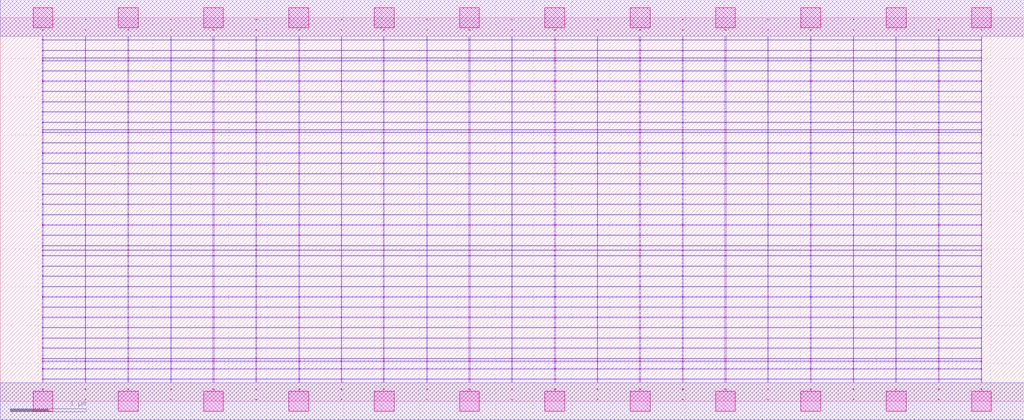
<source format=lef>
MACRO AOAAOI21131_DEBUG
 CLASS CORE ;
 FOREIGN AOAAOI21131_DEBUG 0 0 ;
 SIZE 13.44 BY 5.04 ;
 ORIGIN 0 0 ;
 SYMMETRY X Y R90 ;
 SITE unit ;

 OBS
    LAYER polycont ;
     RECT 6.71600000 0.15300000 6.72400000 0.16100000 ;
     RECT 6.71600000 0.28800000 6.72400000 0.29600000 ;
     RECT 6.71600000 0.42300000 6.72400000 0.43100000 ;
     RECT 6.71600000 0.52100000 6.72400000 0.52900000 ;
     RECT 6.71600000 0.55800000 6.72400000 0.56600000 ;
     RECT 6.71600000 0.69300000 6.72400000 0.70100000 ;
     RECT 6.71600000 0.82800000 6.72400000 0.83600000 ;
     RECT 6.71600000 0.96300000 6.72400000 0.97100000 ;
     RECT 6.71600000 1.09800000 6.72400000 1.10600000 ;
     RECT 6.71600000 1.23300000 6.72400000 1.24100000 ;
     RECT 6.71600000 1.36800000 6.72400000 1.37600000 ;
     RECT 6.71600000 1.50300000 6.72400000 1.51100000 ;
     RECT 6.71600000 1.63800000 6.72400000 1.64600000 ;
     RECT 6.71600000 1.77300000 6.72400000 1.78100000 ;
     RECT 6.71600000 1.90800000 6.72400000 1.91600000 ;
     RECT 6.71600000 1.98100000 6.72400000 1.98900000 ;
     RECT 6.71600000 2.04300000 6.72400000 2.05100000 ;
     RECT 6.71600000 2.17800000 6.72400000 2.18600000 ;
     RECT 6.71600000 2.31300000 6.72400000 2.32100000 ;
     RECT 6.71600000 2.44800000 6.72400000 2.45600000 ;
     RECT 6.71600000 2.58300000 6.72400000 2.59100000 ;
     RECT 6.71600000 2.71800000 6.72400000 2.72600000 ;
     RECT 6.71600000 2.85300000 6.72400000 2.86100000 ;
     RECT 6.71600000 2.98800000 6.72400000 2.99600000 ;
     RECT 11.19600000 3.79800000 11.20400000 3.80600000 ;
     RECT 11.75600000 3.79800000 11.76400000 3.80600000 ;
     RECT 12.31600000 3.79800000 12.32400000 3.80600000 ;
     RECT 12.87600000 3.79800000 12.88400000 3.80600000 ;
     RECT 11.19600000 3.93300000 11.20400000 3.94100000 ;
     RECT 11.75600000 3.93300000 11.76400000 3.94100000 ;
     RECT 12.31600000 3.93300000 12.32400000 3.94100000 ;
     RECT 12.87600000 3.93300000 12.88400000 3.94100000 ;
     RECT 11.19600000 4.06800000 11.20400000 4.07600000 ;
     RECT 11.75600000 4.06800000 11.76400000 4.07600000 ;
     RECT 12.31600000 4.06800000 12.32400000 4.07600000 ;
     RECT 12.87600000 4.06800000 12.88400000 4.07600000 ;
     RECT 11.19600000 4.20300000 11.20400000 4.21100000 ;
     RECT 11.75600000 4.20300000 11.76400000 4.21100000 ;
     RECT 12.31600000 4.20300000 12.32400000 4.21100000 ;
     RECT 12.87600000 4.20300000 12.88400000 4.21100000 ;
     RECT 11.19600000 4.33800000 11.20400000 4.34600000 ;
     RECT 11.75600000 4.33800000 11.76400000 4.34600000 ;
     RECT 12.31600000 4.33800000 12.32400000 4.34600000 ;
     RECT 12.87600000 4.33800000 12.88400000 4.34600000 ;
     RECT 11.19600000 4.47300000 11.20400000 4.48100000 ;
     RECT 11.75600000 4.47300000 11.76400000 4.48100000 ;
     RECT 12.31600000 4.47300000 12.32400000 4.48100000 ;
     RECT 12.87600000 4.47300000 12.88400000 4.48100000 ;
     RECT 11.19600000 4.51100000 11.20400000 4.51900000 ;
     RECT 11.75600000 4.51100000 11.76400000 4.51900000 ;
     RECT 12.31600000 4.51100000 12.32400000 4.51900000 ;
     RECT 12.87600000 4.51100000 12.88400000 4.51900000 ;
     RECT 11.19600000 4.60800000 11.20400000 4.61600000 ;
     RECT 11.75600000 4.60800000 11.76400000 4.61600000 ;
     RECT 12.31600000 4.60800000 12.32400000 4.61600000 ;
     RECT 12.87600000 4.60800000 12.88400000 4.61600000 ;
     RECT 11.19600000 4.74300000 11.20400000 4.75100000 ;
     RECT 11.75600000 4.74300000 11.76400000 4.75100000 ;
     RECT 12.31600000 4.74300000 12.32400000 4.75100000 ;
     RECT 12.87600000 4.74300000 12.88400000 4.75100000 ;
     RECT 11.19600000 4.87800000 11.20400000 4.88600000 ;
     RECT 11.75600000 4.87800000 11.76400000 4.88600000 ;
     RECT 12.31600000 4.87800000 12.32400000 4.88600000 ;
     RECT 12.87600000 4.87800000 12.88400000 4.88600000 ;
     RECT 8.95600000 2.58300000 8.96400000 2.59100000 ;
     RECT 9.51100000 2.58300000 9.52900000 2.59100000 ;
     RECT 7.27100000 2.58300000 7.28900000 2.59100000 ;
     RECT 7.27100000 2.71800000 7.28900000 2.72600000 ;
     RECT 7.83600000 2.71800000 7.84400000 2.72600000 ;
     RECT 8.39100000 2.71800000 8.40900000 2.72600000 ;
     RECT 8.95600000 2.71800000 8.96400000 2.72600000 ;
     RECT 9.51100000 2.71800000 9.52900000 2.72600000 ;
     RECT 7.83600000 2.58300000 7.84400000 2.59100000 ;
     RECT 7.27100000 2.85300000 7.28900000 2.86100000 ;
     RECT 7.83600000 2.85300000 7.84400000 2.86100000 ;
     RECT 8.39100000 2.85300000 8.40900000 2.86100000 ;
     RECT 8.95600000 2.85300000 8.96400000 2.86100000 ;
     RECT 9.51100000 2.85300000 9.52900000 2.86100000 ;
     RECT 8.39100000 2.58300000 8.40900000 2.59100000 ;
     RECT 7.27100000 2.98800000 7.28900000 2.99600000 ;
     RECT 7.83600000 2.98800000 7.84400000 2.99600000 ;
     RECT 8.39100000 2.98800000 8.40900000 2.99600000 ;
     RECT 8.95600000 2.98800000 8.96400000 2.99600000 ;
     RECT 9.51100000 2.98800000 9.52900000 2.99600000 ;
     RECT 11.19600000 3.56100000 11.20400000 3.56900000 ;
     RECT 11.75600000 3.56100000 11.76400000 3.56900000 ;
     RECT 12.31600000 3.56100000 12.32400000 3.56900000 ;
     RECT 12.87600000 3.56100000 12.88400000 3.56900000 ;
     RECT 11.19600000 3.66300000 11.20400000 3.67100000 ;
     RECT 11.75600000 3.66300000 11.76400000 3.67100000 ;
     RECT 12.31600000 3.66300000 12.32400000 3.67100000 ;
     RECT 12.87600000 3.66300000 12.88400000 3.67100000 ;
     RECT 10.07600000 2.58300000 10.08400000 2.59100000 ;
     RECT 10.63600000 2.58300000 10.64900000 2.59100000 ;
     RECT 11.19600000 2.58300000 11.20400000 2.59100000 ;
     RECT 11.75600000 2.58300000 11.76400000 2.59100000 ;
     RECT 12.31600000 2.58300000 12.32400000 2.59100000 ;
     RECT 12.87600000 2.58300000 12.88400000 2.59100000 ;
     RECT 10.07600000 2.85300000 10.08400000 2.86100000 ;
     RECT 10.63600000 2.85300000 10.64900000 2.86100000 ;
     RECT 11.19600000 2.85300000 11.20400000 2.86100000 ;
     RECT 11.75600000 2.85300000 11.76400000 2.86100000 ;
     RECT 12.31600000 2.85300000 12.32400000 2.86100000 ;
     RECT 12.87600000 2.85300000 12.88400000 2.86100000 ;
     RECT 10.07600000 2.71800000 10.08400000 2.72600000 ;
     RECT 10.63600000 2.71800000 10.64900000 2.72600000 ;
     RECT 11.19600000 2.71800000 11.20400000 2.72600000 ;
     RECT 11.75600000 2.71800000 11.76400000 2.72600000 ;
     RECT 12.31600000 2.71800000 12.32400000 2.72600000 ;
     RECT 12.87600000 2.71800000 12.88400000 2.72600000 ;
     RECT 10.07600000 2.98800000 10.08400000 2.99600000 ;
     RECT 10.63600000 2.98800000 10.64900000 2.99600000 ;
     RECT 11.19600000 2.98800000 11.20400000 2.99600000 ;
     RECT 11.75600000 2.98800000 11.76400000 2.99600000 ;
     RECT 12.31600000 2.98800000 12.32400000 2.99600000 ;
     RECT 12.87600000 2.98800000 12.88400000 2.99600000 ;
     RECT 11.19600000 3.12300000 11.20400000 3.13100000 ;
     RECT 11.75600000 3.12300000 11.76400000 3.13100000 ;
     RECT 12.31600000 3.12300000 12.32400000 3.13100000 ;
     RECT 12.87600000 3.12300000 12.88400000 3.13100000 ;
     RECT 11.19600000 3.25800000 11.20400000 3.26600000 ;
     RECT 11.75600000 3.25800000 11.76400000 3.26600000 ;
     RECT 12.31600000 3.25800000 12.32400000 3.26600000 ;
     RECT 12.87600000 3.25800000 12.88400000 3.26600000 ;
     RECT 11.19600000 3.39300000 11.20400000 3.40100000 ;
     RECT 11.75600000 3.39300000 11.76400000 3.40100000 ;
     RECT 12.31600000 3.39300000 12.32400000 3.40100000 ;
     RECT 12.87600000 3.39300000 12.88400000 3.40100000 ;
     RECT 11.19600000 3.52800000 11.20400000 3.53600000 ;
     RECT 11.75600000 3.52800000 11.76400000 3.53600000 ;
     RECT 12.31600000 3.52800000 12.32400000 3.53600000 ;
     RECT 12.87600000 3.52800000 12.88400000 3.53600000 ;
     RECT 4.47600000 3.56100000 4.48400000 3.56900000 ;
     RECT 5.03100000 2.71800000 5.04400000 2.72600000 ;
     RECT 5.59600000 2.71800000 5.60400000 2.72600000 ;
     RECT 6.15100000 2.71800000 6.16900000 2.72600000 ;
     RECT 1.11600000 2.58300000 1.12400000 2.59100000 ;
     RECT 4.47600000 3.66300000 4.48400000 3.67100000 ;
     RECT 1.67100000 2.58300000 1.68900000 2.59100000 ;
     RECT 0.55100000 2.98800000 0.56400000 2.99600000 ;
     RECT 1.11600000 2.98800000 1.12400000 2.99600000 ;
     RECT 1.67100000 2.98800000 1.68900000 2.99600000 ;
     RECT 4.47600000 3.79800000 4.48400000 3.80600000 ;
     RECT 2.23600000 2.98800000 2.24400000 2.99600000 ;
     RECT 2.79100000 2.98800000 2.80900000 2.99600000 ;
     RECT 3.35600000 2.98800000 3.36400000 2.99600000 ;
     RECT 3.91600000 2.98800000 3.92900000 2.99600000 ;
     RECT 4.47600000 3.93300000 4.48400000 3.94100000 ;
     RECT 4.47600000 2.98800000 4.48400000 2.99600000 ;
     RECT 5.03100000 2.98800000 5.04400000 2.99600000 ;
     RECT 5.59600000 2.98800000 5.60400000 2.99600000 ;
     RECT 6.15100000 2.98800000 6.16900000 2.99600000 ;
     RECT 4.47600000 4.06800000 4.48400000 4.07600000 ;
     RECT 2.23600000 2.58300000 2.24400000 2.59100000 ;
     RECT 2.79100000 2.58300000 2.80900000 2.59100000 ;
     RECT 3.35600000 2.58300000 3.36400000 2.59100000 ;
     RECT 3.91600000 2.58300000 3.92900000 2.59100000 ;
     RECT 4.47600000 4.20300000 4.48400000 4.21100000 ;
     RECT 4.47600000 2.58300000 4.48400000 2.59100000 ;
     RECT 5.03100000 2.58300000 5.04400000 2.59100000 ;
     RECT 5.59600000 2.58300000 5.60400000 2.59100000 ;
     RECT 6.15100000 2.58300000 6.16900000 2.59100000 ;
     RECT 4.47600000 4.33800000 4.48400000 4.34600000 ;
     RECT 0.55100000 2.58300000 0.56400000 2.59100000 ;
     RECT 0.55100000 2.71800000 0.56400000 2.72600000 ;
     RECT 0.55100000 2.85300000 0.56400000 2.86100000 ;
     RECT 1.11600000 2.85300000 1.12400000 2.86100000 ;
     RECT 4.47600000 4.47300000 4.48400000 4.48100000 ;
     RECT 4.47600000 3.12300000 4.48400000 3.13100000 ;
     RECT 1.67100000 2.85300000 1.68900000 2.86100000 ;
     RECT 2.23600000 2.85300000 2.24400000 2.86100000 ;
     RECT 2.79100000 2.85300000 2.80900000 2.86100000 ;
     RECT 4.47600000 4.51100000 4.48400000 4.51900000 ;
     RECT 3.35600000 2.85300000 3.36400000 2.86100000 ;
     RECT 4.47600000 3.25800000 4.48400000 3.26600000 ;
     RECT 3.91600000 2.85300000 3.92900000 2.86100000 ;
     RECT 4.47600000 2.85300000 4.48400000 2.86100000 ;
     RECT 4.47600000 4.60800000 4.48400000 4.61600000 ;
     RECT 5.03100000 2.85300000 5.04400000 2.86100000 ;
     RECT 5.59600000 2.85300000 5.60400000 2.86100000 ;
     RECT 4.47600000 3.39300000 4.48400000 3.40100000 ;
     RECT 6.15100000 2.85300000 6.16900000 2.86100000 ;
     RECT 4.47600000 4.74300000 4.48400000 4.75100000 ;
     RECT 1.11600000 2.71800000 1.12400000 2.72600000 ;
     RECT 1.67100000 2.71800000 1.68900000 2.72600000 ;
     RECT 2.23600000 2.71800000 2.24400000 2.72600000 ;
     RECT 4.47600000 3.52800000 4.48400000 3.53600000 ;
     RECT 4.47600000 4.87800000 4.48400000 4.88600000 ;
     RECT 2.79100000 2.71800000 2.80900000 2.72600000 ;
     RECT 3.35600000 2.71800000 3.36400000 2.72600000 ;
     RECT 3.91600000 2.71800000 3.92900000 2.72600000 ;
     RECT 4.47600000 2.71800000 4.48400000 2.72600000 ;
     RECT 2.23600000 2.04300000 2.24400000 2.05100000 ;
     RECT 2.23600000 1.09800000 2.24400000 1.10600000 ;
     RECT 2.23600000 2.17800000 2.24400000 2.18600000 ;
     RECT 2.23600000 0.55800000 2.24400000 0.56600000 ;
     RECT 2.23600000 2.31300000 2.24400000 2.32100000 ;
     RECT 2.23600000 1.23300000 2.24400000 1.24100000 ;
     RECT 2.23600000 2.44800000 2.24400000 2.45600000 ;
     RECT 2.23600000 0.42300000 2.24400000 0.43100000 ;
     RECT 2.23600000 1.36800000 2.24400000 1.37600000 ;
     RECT 2.23600000 0.69300000 2.24400000 0.70100000 ;
     RECT 2.23600000 1.50300000 2.24400000 1.51100000 ;
     RECT 2.23600000 0.28800000 2.24400000 0.29600000 ;
     RECT 2.23600000 1.63800000 2.24400000 1.64600000 ;
     RECT 2.23600000 0.82800000 2.24400000 0.83600000 ;
     RECT 2.23600000 1.77300000 2.24400000 1.78100000 ;
     RECT 2.23600000 0.52100000 2.24400000 0.52900000 ;
     RECT 2.23600000 1.90800000 2.24400000 1.91600000 ;
     RECT 2.23600000 0.96300000 2.24400000 0.97100000 ;
     RECT 2.23600000 1.98100000 2.24400000 1.98900000 ;
     RECT 2.23600000 0.15300000 2.24400000 0.16100000 ;
     RECT 8.95600000 1.50300000 8.96400000 1.51100000 ;
     RECT 8.95600000 2.17800000 8.96400000 2.18600000 ;
     RECT 8.95600000 0.52100000 8.96400000 0.52900000 ;
     RECT 8.95600000 0.69300000 8.96400000 0.70100000 ;
     RECT 8.95600000 2.31300000 8.96400000 2.32100000 ;
     RECT 8.95600000 1.63800000 8.96400000 1.64600000 ;
     RECT 8.95600000 1.09800000 8.96400000 1.10600000 ;
     RECT 8.95600000 2.44800000 8.96400000 2.45600000 ;
     RECT 8.95600000 0.42300000 8.96400000 0.43100000 ;
     RECT 8.95600000 1.77300000 8.96400000 1.78100000 ;
     RECT 8.95600000 0.15300000 8.96400000 0.16100000 ;
     RECT 8.95600000 1.23300000 8.96400000 1.24100000 ;
     RECT 8.95600000 1.90800000 8.96400000 1.91600000 ;
     RECT 8.95600000 0.82800000 8.96400000 0.83600000 ;
     RECT 8.95600000 0.55800000 8.96400000 0.56600000 ;
     RECT 8.95600000 1.98100000 8.96400000 1.98900000 ;
     RECT 8.95600000 1.36800000 8.96400000 1.37600000 ;
     RECT 8.95600000 0.28800000 8.96400000 0.29600000 ;
     RECT 8.95600000 2.04300000 8.96400000 2.05100000 ;
     RECT 8.95600000 0.96300000 8.96400000 0.97100000 ;

    LAYER pdiffc ;
     RECT 0.55100000 3.39300000 0.55900000 3.40100000 ;
     RECT 3.92100000 3.39300000 3.92900000 3.40100000 ;
     RECT 5.03100000 3.39300000 5.03900000 3.40100000 ;
     RECT 10.64100000 3.39300000 10.64900000 3.40100000 ;
     RECT 0.55100000 3.52800000 0.55900000 3.53600000 ;
     RECT 3.92100000 3.52800000 3.92900000 3.53600000 ;
     RECT 5.03100000 3.52800000 5.03900000 3.53600000 ;
     RECT 10.64100000 3.52800000 10.64900000 3.53600000 ;
     RECT 0.55100000 3.56100000 0.55900000 3.56900000 ;
     RECT 3.92100000 3.56100000 3.92900000 3.56900000 ;
     RECT 5.03100000 3.56100000 5.03900000 3.56900000 ;
     RECT 10.64100000 3.56100000 10.64900000 3.56900000 ;
     RECT 0.55100000 3.66300000 0.55900000 3.67100000 ;
     RECT 3.92100000 3.66300000 3.92900000 3.67100000 ;
     RECT 5.03100000 3.66300000 5.03900000 3.67100000 ;
     RECT 10.64100000 3.66300000 10.64900000 3.67100000 ;
     RECT 0.55100000 3.79800000 0.55900000 3.80600000 ;
     RECT 3.92100000 3.79800000 3.92900000 3.80600000 ;
     RECT 5.03100000 3.79800000 5.03900000 3.80600000 ;
     RECT 10.64100000 3.79800000 10.64900000 3.80600000 ;
     RECT 0.55100000 3.93300000 0.55900000 3.94100000 ;
     RECT 3.92100000 3.93300000 3.92900000 3.94100000 ;
     RECT 5.03100000 3.93300000 5.03900000 3.94100000 ;
     RECT 10.64100000 3.93300000 10.64900000 3.94100000 ;
     RECT 0.55100000 4.06800000 0.55900000 4.07600000 ;
     RECT 3.92100000 4.06800000 3.92900000 4.07600000 ;
     RECT 5.03100000 4.06800000 5.03900000 4.07600000 ;
     RECT 10.64100000 4.06800000 10.64900000 4.07600000 ;
     RECT 0.55100000 4.20300000 0.55900000 4.21100000 ;
     RECT 3.92100000 4.20300000 3.92900000 4.21100000 ;
     RECT 5.03100000 4.20300000 5.03900000 4.21100000 ;
     RECT 10.64100000 4.20300000 10.64900000 4.21100000 ;
     RECT 0.55100000 4.33800000 0.55900000 4.34600000 ;
     RECT 3.92100000 4.33800000 3.92900000 4.34600000 ;
     RECT 5.03100000 4.33800000 5.03900000 4.34600000 ;
     RECT 10.64100000 4.33800000 10.64900000 4.34600000 ;
     RECT 0.55100000 4.47300000 0.55900000 4.48100000 ;
     RECT 3.92100000 4.47300000 3.92900000 4.48100000 ;
     RECT 5.03100000 4.47300000 5.03900000 4.48100000 ;
     RECT 10.64100000 4.47300000 10.64900000 4.48100000 ;
     RECT 0.55100000 4.51100000 0.55900000 4.51900000 ;
     RECT 3.92100000 4.51100000 3.92900000 4.51900000 ;
     RECT 5.03100000 4.51100000 5.03900000 4.51900000 ;
     RECT 10.64100000 4.51100000 10.64900000 4.51900000 ;
     RECT 0.55100000 4.60800000 0.55900000 4.61600000 ;
     RECT 3.92100000 4.60800000 3.92900000 4.61600000 ;
     RECT 5.03100000 4.60800000 5.03900000 4.61600000 ;
     RECT 10.64100000 4.60800000 10.64900000 4.61600000 ;

    LAYER ndiffc ;
     RECT 7.27100000 0.42300000 7.28900000 0.43100000 ;
     RECT 8.39100000 0.42300000 8.40900000 0.43100000 ;
     RECT 9.51100000 0.42300000 9.52900000 0.43100000 ;
     RECT 10.63600000 0.42300000 10.64900000 0.43100000 ;
     RECT 11.75600000 0.42300000 11.76400000 0.43100000 ;
     RECT 12.87600000 0.42300000 12.88400000 0.43100000 ;
     RECT 7.27100000 0.52100000 7.28900000 0.52900000 ;
     RECT 8.39100000 0.52100000 8.40900000 0.52900000 ;
     RECT 9.51100000 0.52100000 9.52900000 0.52900000 ;
     RECT 10.63600000 0.52100000 10.64900000 0.52900000 ;
     RECT 11.75600000 0.52100000 11.76400000 0.52900000 ;
     RECT 12.87600000 0.52100000 12.88400000 0.52900000 ;
     RECT 7.27100000 0.55800000 7.28900000 0.56600000 ;
     RECT 8.39100000 0.55800000 8.40900000 0.56600000 ;
     RECT 9.51100000 0.55800000 9.52900000 0.56600000 ;
     RECT 10.63600000 0.55800000 10.64900000 0.56600000 ;
     RECT 11.75600000 0.55800000 11.76400000 0.56600000 ;
     RECT 12.87600000 0.55800000 12.88400000 0.56600000 ;
     RECT 7.27100000 0.69300000 7.28900000 0.70100000 ;
     RECT 8.39100000 0.69300000 8.40900000 0.70100000 ;
     RECT 9.51100000 0.69300000 9.52900000 0.70100000 ;
     RECT 10.63600000 0.69300000 10.64900000 0.70100000 ;
     RECT 11.75600000 0.69300000 11.76400000 0.70100000 ;
     RECT 12.87600000 0.69300000 12.88400000 0.70100000 ;
     RECT 7.27100000 0.82800000 7.28900000 0.83600000 ;
     RECT 8.39100000 0.82800000 8.40900000 0.83600000 ;
     RECT 9.51100000 0.82800000 9.52900000 0.83600000 ;
     RECT 10.63600000 0.82800000 10.64900000 0.83600000 ;
     RECT 11.75600000 0.82800000 11.76400000 0.83600000 ;
     RECT 12.87600000 0.82800000 12.88400000 0.83600000 ;
     RECT 7.27100000 0.96300000 7.28900000 0.97100000 ;
     RECT 8.39100000 0.96300000 8.40900000 0.97100000 ;
     RECT 9.51100000 0.96300000 9.52900000 0.97100000 ;
     RECT 10.63600000 0.96300000 10.64900000 0.97100000 ;
     RECT 11.75600000 0.96300000 11.76400000 0.97100000 ;
     RECT 12.87600000 0.96300000 12.88400000 0.97100000 ;
     RECT 7.27100000 1.09800000 7.28900000 1.10600000 ;
     RECT 8.39100000 1.09800000 8.40900000 1.10600000 ;
     RECT 9.51100000 1.09800000 9.52900000 1.10600000 ;
     RECT 10.63600000 1.09800000 10.64900000 1.10600000 ;
     RECT 11.75600000 1.09800000 11.76400000 1.10600000 ;
     RECT 12.87600000 1.09800000 12.88400000 1.10600000 ;
     RECT 7.27100000 1.23300000 7.28900000 1.24100000 ;
     RECT 8.39100000 1.23300000 8.40900000 1.24100000 ;
     RECT 9.51100000 1.23300000 9.52900000 1.24100000 ;
     RECT 10.63600000 1.23300000 10.64900000 1.24100000 ;
     RECT 11.75600000 1.23300000 11.76400000 1.24100000 ;
     RECT 12.87600000 1.23300000 12.88400000 1.24100000 ;
     RECT 7.27100000 1.36800000 7.28900000 1.37600000 ;
     RECT 8.39100000 1.36800000 8.40900000 1.37600000 ;
     RECT 9.51100000 1.36800000 9.52900000 1.37600000 ;
     RECT 10.63600000 1.36800000 10.64900000 1.37600000 ;
     RECT 11.75600000 1.36800000 11.76400000 1.37600000 ;
     RECT 12.87600000 1.36800000 12.88400000 1.37600000 ;
     RECT 7.27100000 1.50300000 7.28900000 1.51100000 ;
     RECT 8.39100000 1.50300000 8.40900000 1.51100000 ;
     RECT 9.51100000 1.50300000 9.52900000 1.51100000 ;
     RECT 10.63600000 1.50300000 10.64900000 1.51100000 ;
     RECT 11.75600000 1.50300000 11.76400000 1.51100000 ;
     RECT 12.87600000 1.50300000 12.88400000 1.51100000 ;
     RECT 7.27100000 1.63800000 7.28900000 1.64600000 ;
     RECT 8.39100000 1.63800000 8.40900000 1.64600000 ;
     RECT 9.51100000 1.63800000 9.52900000 1.64600000 ;
     RECT 10.63600000 1.63800000 10.64900000 1.64600000 ;
     RECT 11.75600000 1.63800000 11.76400000 1.64600000 ;
     RECT 12.87600000 1.63800000 12.88400000 1.64600000 ;
     RECT 7.27100000 1.77300000 7.28900000 1.78100000 ;
     RECT 8.39100000 1.77300000 8.40900000 1.78100000 ;
     RECT 9.51100000 1.77300000 9.52900000 1.78100000 ;
     RECT 10.63600000 1.77300000 10.64900000 1.78100000 ;
     RECT 11.75600000 1.77300000 11.76400000 1.78100000 ;
     RECT 12.87600000 1.77300000 12.88400000 1.78100000 ;
     RECT 7.27100000 1.90800000 7.28900000 1.91600000 ;
     RECT 8.39100000 1.90800000 8.40900000 1.91600000 ;
     RECT 9.51100000 1.90800000 9.52900000 1.91600000 ;
     RECT 10.63600000 1.90800000 10.64900000 1.91600000 ;
     RECT 11.75600000 1.90800000 11.76400000 1.91600000 ;
     RECT 12.87600000 1.90800000 12.88400000 1.91600000 ;
     RECT 7.27100000 1.98100000 7.28900000 1.98900000 ;
     RECT 8.39100000 1.98100000 8.40900000 1.98900000 ;
     RECT 9.51100000 1.98100000 9.52900000 1.98900000 ;
     RECT 10.63600000 1.98100000 10.64900000 1.98900000 ;
     RECT 11.75600000 1.98100000 11.76400000 1.98900000 ;
     RECT 12.87600000 1.98100000 12.88400000 1.98900000 ;
     RECT 7.27100000 2.04300000 7.28900000 2.05100000 ;
     RECT 8.39100000 2.04300000 8.40900000 2.05100000 ;
     RECT 9.51100000 2.04300000 9.52900000 2.05100000 ;
     RECT 10.63600000 2.04300000 10.64900000 2.05100000 ;
     RECT 11.75600000 2.04300000 11.76400000 2.05100000 ;
     RECT 12.87600000 2.04300000 12.88400000 2.05100000 ;
     RECT 0.55100000 0.42300000 0.56400000 0.43100000 ;
     RECT 1.67100000 0.42300000 1.68900000 0.43100000 ;
     RECT 2.79100000 0.42300000 2.80900000 0.43100000 ;
     RECT 3.91600000 0.42300000 3.92900000 0.43100000 ;
     RECT 5.03100000 0.42300000 5.04400000 0.43100000 ;
     RECT 6.15100000 0.42300000 6.16900000 0.43100000 ;
     RECT 0.55100000 1.36800000 0.56400000 1.37600000 ;
     RECT 1.67100000 1.36800000 1.68900000 1.37600000 ;
     RECT 2.79100000 1.36800000 2.80900000 1.37600000 ;
     RECT 3.91600000 1.36800000 3.92900000 1.37600000 ;
     RECT 5.03100000 1.36800000 5.04400000 1.37600000 ;
     RECT 6.15100000 1.36800000 6.16900000 1.37600000 ;
     RECT 0.55100000 0.82800000 0.56400000 0.83600000 ;
     RECT 1.67100000 0.82800000 1.68900000 0.83600000 ;
     RECT 2.79100000 0.82800000 2.80900000 0.83600000 ;
     RECT 3.91600000 0.82800000 3.92900000 0.83600000 ;
     RECT 5.03100000 0.82800000 5.04400000 0.83600000 ;
     RECT 6.15100000 0.82800000 6.16900000 0.83600000 ;
     RECT 0.55100000 1.50300000 0.56400000 1.51100000 ;
     RECT 1.67100000 1.50300000 1.68900000 1.51100000 ;
     RECT 2.79100000 1.50300000 2.80900000 1.51100000 ;
     RECT 3.91600000 1.50300000 3.92900000 1.51100000 ;
     RECT 5.03100000 1.50300000 5.04400000 1.51100000 ;
     RECT 6.15100000 1.50300000 6.16900000 1.51100000 ;
     RECT 0.55100000 0.55800000 0.56400000 0.56600000 ;
     RECT 1.67100000 0.55800000 1.68900000 0.56600000 ;
     RECT 2.79100000 0.55800000 2.80900000 0.56600000 ;
     RECT 3.91600000 0.55800000 3.92900000 0.56600000 ;
     RECT 5.03100000 0.55800000 5.04400000 0.56600000 ;
     RECT 6.15100000 0.55800000 6.16900000 0.56600000 ;
     RECT 0.55100000 1.63800000 0.56400000 1.64600000 ;
     RECT 1.67100000 1.63800000 1.68900000 1.64600000 ;
     RECT 2.79100000 1.63800000 2.80900000 1.64600000 ;
     RECT 3.91600000 1.63800000 3.92900000 1.64600000 ;
     RECT 5.03100000 1.63800000 5.04400000 1.64600000 ;
     RECT 6.15100000 1.63800000 6.16900000 1.64600000 ;
     RECT 0.55100000 0.96300000 0.56400000 0.97100000 ;
     RECT 1.67100000 0.96300000 1.68900000 0.97100000 ;
     RECT 2.79100000 0.96300000 2.80900000 0.97100000 ;
     RECT 3.91600000 0.96300000 3.92900000 0.97100000 ;
     RECT 5.03100000 0.96300000 5.04400000 0.97100000 ;
     RECT 6.15100000 0.96300000 6.16900000 0.97100000 ;
     RECT 0.55100000 1.77300000 0.56400000 1.78100000 ;
     RECT 1.67100000 1.77300000 1.68900000 1.78100000 ;
     RECT 2.79100000 1.77300000 2.80900000 1.78100000 ;
     RECT 3.91600000 1.77300000 3.92900000 1.78100000 ;
     RECT 5.03100000 1.77300000 5.04400000 1.78100000 ;
     RECT 6.15100000 1.77300000 6.16900000 1.78100000 ;
     RECT 0.55100000 0.52100000 0.56400000 0.52900000 ;
     RECT 1.67100000 0.52100000 1.68900000 0.52900000 ;
     RECT 2.79100000 0.52100000 2.80900000 0.52900000 ;
     RECT 3.91600000 0.52100000 3.92900000 0.52900000 ;
     RECT 5.03100000 0.52100000 5.04400000 0.52900000 ;
     RECT 6.15100000 0.52100000 6.16900000 0.52900000 ;
     RECT 0.55100000 1.90800000 0.56400000 1.91600000 ;
     RECT 1.67100000 1.90800000 1.68900000 1.91600000 ;
     RECT 2.79100000 1.90800000 2.80900000 1.91600000 ;
     RECT 3.91600000 1.90800000 3.92900000 1.91600000 ;
     RECT 5.03100000 1.90800000 5.04400000 1.91600000 ;
     RECT 6.15100000 1.90800000 6.16900000 1.91600000 ;
     RECT 0.55100000 1.09800000 0.56400000 1.10600000 ;
     RECT 1.67100000 1.09800000 1.68900000 1.10600000 ;
     RECT 2.79100000 1.09800000 2.80900000 1.10600000 ;
     RECT 3.91600000 1.09800000 3.92900000 1.10600000 ;
     RECT 5.03100000 1.09800000 5.04400000 1.10600000 ;
     RECT 6.15100000 1.09800000 6.16900000 1.10600000 ;
     RECT 0.55100000 1.98100000 0.56400000 1.98900000 ;
     RECT 1.67100000 1.98100000 1.68900000 1.98900000 ;
     RECT 2.79100000 1.98100000 2.80900000 1.98900000 ;
     RECT 3.91600000 1.98100000 3.92900000 1.98900000 ;
     RECT 5.03100000 1.98100000 5.04400000 1.98900000 ;
     RECT 6.15100000 1.98100000 6.16900000 1.98900000 ;
     RECT 0.55100000 0.69300000 0.56400000 0.70100000 ;
     RECT 1.67100000 0.69300000 1.68900000 0.70100000 ;
     RECT 2.79100000 0.69300000 2.80900000 0.70100000 ;
     RECT 3.91600000 0.69300000 3.92900000 0.70100000 ;
     RECT 5.03100000 0.69300000 5.04400000 0.70100000 ;
     RECT 6.15100000 0.69300000 6.16900000 0.70100000 ;
     RECT 0.55100000 2.04300000 0.56400000 2.05100000 ;
     RECT 1.67100000 2.04300000 1.68900000 2.05100000 ;
     RECT 2.79100000 2.04300000 2.80900000 2.05100000 ;
     RECT 3.91600000 2.04300000 3.92900000 2.05100000 ;
     RECT 5.03100000 2.04300000 5.04400000 2.05100000 ;
     RECT 6.15100000 2.04300000 6.16900000 2.05100000 ;
     RECT 0.55100000 1.23300000 0.56400000 1.24100000 ;
     RECT 1.67100000 1.23300000 1.68900000 1.24100000 ;
     RECT 2.79100000 1.23300000 2.80900000 1.24100000 ;
     RECT 3.91600000 1.23300000 3.92900000 1.24100000 ;
     RECT 5.03100000 1.23300000 5.04400000 1.24100000 ;
     RECT 6.15100000 1.23300000 6.16900000 1.24100000 ;

    LAYER met1 ;
     RECT 0.00000000 -0.24000000 13.44000000 0.24000000 ;
     RECT 6.71600000 0.24000000 6.72400000 0.28800000 ;
     RECT 0.55100000 0.28800000 12.88400000 0.29600000 ;
     RECT 6.71600000 0.29600000 6.72400000 0.42300000 ;
     RECT 0.55100000 0.42300000 12.88400000 0.43100000 ;
     RECT 6.71600000 0.43100000 6.72400000 0.52100000 ;
     RECT 0.55100000 0.52100000 12.88400000 0.52900000 ;
     RECT 6.71600000 0.52900000 6.72400000 0.55800000 ;
     RECT 0.55100000 0.55800000 12.88400000 0.56600000 ;
     RECT 6.71600000 0.56600000 6.72400000 0.69300000 ;
     RECT 0.55100000 0.69300000 12.88400000 0.70100000 ;
     RECT 6.71600000 0.70100000 6.72400000 0.82800000 ;
     RECT 0.55100000 0.82800000 12.88400000 0.83600000 ;
     RECT 6.71600000 0.83600000 6.72400000 0.96300000 ;
     RECT 0.55100000 0.96300000 12.88400000 0.97100000 ;
     RECT 6.71600000 0.97100000 6.72400000 1.09800000 ;
     RECT 0.55100000 1.09800000 12.88400000 1.10600000 ;
     RECT 6.71600000 1.10600000 6.72400000 1.23300000 ;
     RECT 0.55100000 1.23300000 12.88400000 1.24100000 ;
     RECT 6.71600000 1.24100000 6.72400000 1.36800000 ;
     RECT 0.55100000 1.36800000 12.88400000 1.37600000 ;
     RECT 6.71600000 1.37600000 6.72400000 1.50300000 ;
     RECT 0.55100000 1.50300000 12.88400000 1.51100000 ;
     RECT 6.71600000 1.51100000 6.72400000 1.63800000 ;
     RECT 0.55100000 1.63800000 12.88400000 1.64600000 ;
     RECT 6.71600000 1.64600000 6.72400000 1.77300000 ;
     RECT 0.55100000 1.77300000 12.88400000 1.78100000 ;
     RECT 6.71600000 1.78100000 6.72400000 1.90800000 ;
     RECT 0.55100000 1.90800000 12.88400000 1.91600000 ;
     RECT 6.71600000 1.91600000 6.72400000 1.98100000 ;
     RECT 0.55100000 1.98100000 12.88400000 1.98900000 ;
     RECT 6.71600000 1.98900000 6.72400000 2.04300000 ;
     RECT 0.55100000 2.04300000 12.88400000 2.05100000 ;
     RECT 6.71600000 2.05100000 6.72400000 2.17800000 ;
     RECT 0.55100000 2.17800000 12.88400000 2.18600000 ;
     RECT 6.71600000 2.18600000 6.72400000 2.31300000 ;
     RECT 0.55100000 2.31300000 12.88400000 2.32100000 ;
     RECT 6.71600000 2.32100000 6.72400000 2.44800000 ;
     RECT 0.55100000 2.44800000 12.88400000 2.45600000 ;
     RECT 0.55100000 2.45600000 0.56400000 2.58300000 ;
     RECT 1.11600000 2.45600000 1.12400000 2.58300000 ;
     RECT 1.67100000 2.45600000 1.68900000 2.58300000 ;
     RECT 2.23600000 2.45600000 2.24400000 2.58300000 ;
     RECT 2.79100000 2.45600000 2.80900000 2.58300000 ;
     RECT 3.35600000 2.45600000 3.36400000 2.58300000 ;
     RECT 3.91600000 2.45600000 3.92900000 2.58300000 ;
     RECT 4.47600000 2.45600000 4.48400000 2.58300000 ;
     RECT 5.03100000 2.45600000 5.04400000 2.58300000 ;
     RECT 5.59600000 2.45600000 5.60400000 2.58300000 ;
     RECT 6.15100000 2.45600000 6.16900000 2.58300000 ;
     RECT 6.71600000 2.45600000 6.72400000 2.58300000 ;
     RECT 7.27100000 2.45600000 7.28900000 2.58300000 ;
     RECT 7.83600000 2.45600000 7.84400000 2.58300000 ;
     RECT 8.39100000 2.45600000 8.40900000 2.58300000 ;
     RECT 8.95600000 2.45600000 8.96400000 2.58300000 ;
     RECT 9.51100000 2.45600000 9.52900000 2.58300000 ;
     RECT 10.07600000 2.45600000 10.08400000 2.58300000 ;
     RECT 10.63600000 2.45600000 10.64900000 2.58300000 ;
     RECT 11.19600000 2.45600000 11.20400000 2.58300000 ;
     RECT 11.75600000 2.45600000 11.76400000 2.58300000 ;
     RECT 12.31600000 2.45600000 12.32400000 2.58300000 ;
     RECT 12.87600000 2.45600000 12.88400000 2.58300000 ;
     RECT 0.55100000 2.58300000 12.88400000 2.59100000 ;
     RECT 6.71600000 2.59100000 6.72400000 2.71800000 ;
     RECT 0.55100000 2.71800000 12.88400000 2.72600000 ;
     RECT 6.71600000 2.72600000 6.72400000 2.85300000 ;
     RECT 0.55100000 2.85300000 12.88400000 2.86100000 ;
     RECT 6.71600000 2.86100000 6.72400000 2.98800000 ;
     RECT 0.55100000 2.98800000 12.88400000 2.99600000 ;
     RECT 6.71600000 2.99600000 6.72400000 3.12300000 ;
     RECT 0.55100000 3.12300000 12.88400000 3.13100000 ;
     RECT 6.71600000 3.13100000 6.72400000 3.25800000 ;
     RECT 0.55100000 3.25800000 12.88400000 3.26600000 ;
     RECT 6.71600000 3.26600000 6.72400000 3.39300000 ;
     RECT 0.55100000 3.39300000 12.88400000 3.40100000 ;
     RECT 6.71600000 3.40100000 6.72400000 3.52800000 ;
     RECT 0.55100000 3.52800000 12.88400000 3.53600000 ;
     RECT 6.71600000 3.53600000 6.72400000 3.56100000 ;
     RECT 0.55100000 3.56100000 12.88400000 3.56900000 ;
     RECT 6.71600000 3.56900000 6.72400000 3.66300000 ;
     RECT 0.55100000 3.66300000 12.88400000 3.67100000 ;
     RECT 6.71600000 3.67100000 6.72400000 3.79800000 ;
     RECT 0.55100000 3.79800000 12.88400000 3.80600000 ;
     RECT 6.71600000 3.80600000 6.72400000 3.93300000 ;
     RECT 0.55100000 3.93300000 12.88400000 3.94100000 ;
     RECT 6.71600000 3.94100000 6.72400000 4.06800000 ;
     RECT 0.55100000 4.06800000 12.88400000 4.07600000 ;
     RECT 6.71600000 4.07600000 6.72400000 4.20300000 ;
     RECT 0.55100000 4.20300000 12.88400000 4.21100000 ;
     RECT 6.71600000 4.21100000 6.72400000 4.33800000 ;
     RECT 0.55100000 4.33800000 12.88400000 4.34600000 ;
     RECT 6.71600000 4.34600000 6.72400000 4.47300000 ;
     RECT 0.55100000 4.47300000 12.88400000 4.48100000 ;
     RECT 6.71600000 4.48100000 6.72400000 4.51100000 ;
     RECT 0.55100000 4.51100000 12.88400000 4.51900000 ;
     RECT 6.71600000 4.51900000 6.72400000 4.60800000 ;
     RECT 0.55100000 4.60800000 12.88400000 4.61600000 ;
     RECT 6.71600000 4.61600000 6.72400000 4.74300000 ;
     RECT 0.55100000 4.74300000 12.88400000 4.75100000 ;
     RECT 6.71600000 4.75100000 6.72400000 4.80000000 ;
     RECT 0.00000000 4.80000000 13.44000000 5.28000000 ;
     RECT 10.07600000 2.59100000 10.08400000 2.71800000 ;
     RECT 10.07600000 2.99600000 10.08400000 3.12300000 ;
     RECT 10.07600000 3.13100000 10.08400000 3.25800000 ;
     RECT 10.07600000 3.26600000 10.08400000 3.39300000 ;
     RECT 10.07600000 3.40100000 10.08400000 3.52800000 ;
     RECT 10.07600000 3.53600000 10.08400000 3.56100000 ;
     RECT 10.07600000 3.56900000 10.08400000 3.66300000 ;
     RECT 10.07600000 3.67100000 10.08400000 3.79800000 ;
     RECT 10.07600000 2.72600000 10.08400000 2.85300000 ;
     RECT 7.27100000 3.80600000 7.28900000 3.93300000 ;
     RECT 7.83600000 3.80600000 7.84400000 3.93300000 ;
     RECT 8.39100000 3.80600000 8.40900000 3.93300000 ;
     RECT 8.95600000 3.80600000 8.96400000 3.93300000 ;
     RECT 9.51100000 3.80600000 9.52900000 3.93300000 ;
     RECT 10.07600000 3.80600000 10.08400000 3.93300000 ;
     RECT 10.63600000 3.80600000 10.64900000 3.93300000 ;
     RECT 11.19600000 3.80600000 11.20400000 3.93300000 ;
     RECT 11.75600000 3.80600000 11.76400000 3.93300000 ;
     RECT 12.31600000 3.80600000 12.32400000 3.93300000 ;
     RECT 12.87600000 3.80600000 12.88400000 3.93300000 ;
     RECT 10.07600000 3.94100000 10.08400000 4.06800000 ;
     RECT 10.07600000 4.07600000 10.08400000 4.20300000 ;
     RECT 10.07600000 4.21100000 10.08400000 4.33800000 ;
     RECT 10.07600000 4.34600000 10.08400000 4.47300000 ;
     RECT 10.07600000 4.48100000 10.08400000 4.51100000 ;
     RECT 10.07600000 2.86100000 10.08400000 2.98800000 ;
     RECT 10.07600000 4.51900000 10.08400000 4.60800000 ;
     RECT 10.07600000 4.61600000 10.08400000 4.74300000 ;
     RECT 10.07600000 4.75100000 10.08400000 4.80000000 ;
     RECT 11.75600000 4.07600000 11.76400000 4.20300000 ;
     RECT 12.31600000 4.07600000 12.32400000 4.20300000 ;
     RECT 12.87600000 4.07600000 12.88400000 4.20300000 ;
     RECT 11.19600000 3.94100000 11.20400000 4.06800000 ;
     RECT 10.63600000 4.21100000 10.64900000 4.33800000 ;
     RECT 11.19600000 4.21100000 11.20400000 4.33800000 ;
     RECT 11.75600000 4.21100000 11.76400000 4.33800000 ;
     RECT 12.31600000 4.21100000 12.32400000 4.33800000 ;
     RECT 12.87600000 4.21100000 12.88400000 4.33800000 ;
     RECT 11.75600000 3.94100000 11.76400000 4.06800000 ;
     RECT 10.63600000 4.34600000 10.64900000 4.47300000 ;
     RECT 11.19600000 4.34600000 11.20400000 4.47300000 ;
     RECT 11.75600000 4.34600000 11.76400000 4.47300000 ;
     RECT 12.31600000 4.34600000 12.32400000 4.47300000 ;
     RECT 12.87600000 4.34600000 12.88400000 4.47300000 ;
     RECT 12.31600000 3.94100000 12.32400000 4.06800000 ;
     RECT 10.63600000 4.48100000 10.64900000 4.51100000 ;
     RECT 11.19600000 4.48100000 11.20400000 4.51100000 ;
     RECT 11.75600000 4.48100000 11.76400000 4.51100000 ;
     RECT 12.31600000 4.48100000 12.32400000 4.51100000 ;
     RECT 12.87600000 4.48100000 12.88400000 4.51100000 ;
     RECT 12.87600000 3.94100000 12.88400000 4.06800000 ;
     RECT 10.63600000 3.94100000 10.64900000 4.06800000 ;
     RECT 10.63600000 4.51900000 10.64900000 4.60800000 ;
     RECT 11.19600000 4.51900000 11.20400000 4.60800000 ;
     RECT 11.75600000 4.51900000 11.76400000 4.60800000 ;
     RECT 12.31600000 4.51900000 12.32400000 4.60800000 ;
     RECT 12.87600000 4.51900000 12.88400000 4.60800000 ;
     RECT 10.63600000 4.07600000 10.64900000 4.20300000 ;
     RECT 10.63600000 4.61600000 10.64900000 4.74300000 ;
     RECT 11.19600000 4.61600000 11.20400000 4.74300000 ;
     RECT 11.75600000 4.61600000 11.76400000 4.74300000 ;
     RECT 12.31600000 4.61600000 12.32400000 4.74300000 ;
     RECT 12.87600000 4.61600000 12.88400000 4.74300000 ;
     RECT 11.19600000 4.07600000 11.20400000 4.20300000 ;
     RECT 10.63600000 4.75100000 10.64900000 4.80000000 ;
     RECT 11.19600000 4.75100000 11.20400000 4.80000000 ;
     RECT 11.75600000 4.75100000 11.76400000 4.80000000 ;
     RECT 12.31600000 4.75100000 12.32400000 4.80000000 ;
     RECT 12.87600000 4.75100000 12.88400000 4.80000000 ;
     RECT 8.39100000 4.21100000 8.40900000 4.33800000 ;
     RECT 8.95600000 4.21100000 8.96400000 4.33800000 ;
     RECT 9.51100000 4.21100000 9.52900000 4.33800000 ;
     RECT 7.83600000 4.07600000 7.84400000 4.20300000 ;
     RECT 8.39100000 4.07600000 8.40900000 4.20300000 ;
     RECT 8.95600000 4.07600000 8.96400000 4.20300000 ;
     RECT 9.51100000 4.07600000 9.52900000 4.20300000 ;
     RECT 7.27100000 4.51900000 7.28900000 4.60800000 ;
     RECT 7.83600000 4.51900000 7.84400000 4.60800000 ;
     RECT 8.39100000 4.51900000 8.40900000 4.60800000 ;
     RECT 8.95600000 4.51900000 8.96400000 4.60800000 ;
     RECT 9.51100000 4.51900000 9.52900000 4.60800000 ;
     RECT 7.83600000 3.94100000 7.84400000 4.06800000 ;
     RECT 8.39100000 3.94100000 8.40900000 4.06800000 ;
     RECT 7.27100000 4.34600000 7.28900000 4.47300000 ;
     RECT 7.83600000 4.34600000 7.84400000 4.47300000 ;
     RECT 8.39100000 4.34600000 8.40900000 4.47300000 ;
     RECT 8.95600000 4.34600000 8.96400000 4.47300000 ;
     RECT 7.27100000 4.61600000 7.28900000 4.74300000 ;
     RECT 7.83600000 4.61600000 7.84400000 4.74300000 ;
     RECT 8.39100000 4.61600000 8.40900000 4.74300000 ;
     RECT 8.95600000 4.61600000 8.96400000 4.74300000 ;
     RECT 9.51100000 4.61600000 9.52900000 4.74300000 ;
     RECT 9.51100000 4.34600000 9.52900000 4.47300000 ;
     RECT 8.95600000 3.94100000 8.96400000 4.06800000 ;
     RECT 9.51100000 3.94100000 9.52900000 4.06800000 ;
     RECT 7.27100000 3.94100000 7.28900000 4.06800000 ;
     RECT 7.27100000 4.07600000 7.28900000 4.20300000 ;
     RECT 7.27100000 4.21100000 7.28900000 4.33800000 ;
     RECT 7.27100000 4.75100000 7.28900000 4.80000000 ;
     RECT 7.83600000 4.75100000 7.84400000 4.80000000 ;
     RECT 8.39100000 4.75100000 8.40900000 4.80000000 ;
     RECT 8.95600000 4.75100000 8.96400000 4.80000000 ;
     RECT 9.51100000 4.75100000 9.52900000 4.80000000 ;
     RECT 7.83600000 4.21100000 7.84400000 4.33800000 ;
     RECT 7.27100000 4.48100000 7.28900000 4.51100000 ;
     RECT 7.83600000 4.48100000 7.84400000 4.51100000 ;
     RECT 8.39100000 4.48100000 8.40900000 4.51100000 ;
     RECT 8.95600000 4.48100000 8.96400000 4.51100000 ;
     RECT 9.51100000 4.48100000 9.52900000 4.51100000 ;
     RECT 7.83600000 2.99600000 7.84400000 3.12300000 ;
     RECT 7.27100000 2.59100000 7.28900000 2.71800000 ;
     RECT 8.39100000 2.86100000 8.40900000 2.98800000 ;
     RECT 8.95600000 2.86100000 8.96400000 2.98800000 ;
     RECT 7.27100000 3.40100000 7.28900000 3.52800000 ;
     RECT 7.83600000 3.40100000 7.84400000 3.52800000 ;
     RECT 8.39100000 3.40100000 8.40900000 3.52800000 ;
     RECT 8.95600000 3.40100000 8.96400000 3.52800000 ;
     RECT 9.51100000 3.40100000 9.52900000 3.52800000 ;
     RECT 8.39100000 2.99600000 8.40900000 3.12300000 ;
     RECT 7.83600000 2.59100000 7.84400000 2.71800000 ;
     RECT 7.27100000 2.72600000 7.28900000 2.85300000 ;
     RECT 7.27100000 3.53600000 7.28900000 3.56100000 ;
     RECT 7.83600000 3.53600000 7.84400000 3.56100000 ;
     RECT 8.39100000 3.53600000 8.40900000 3.56100000 ;
     RECT 9.51100000 2.86100000 9.52900000 2.98800000 ;
     RECT 8.95600000 3.53600000 8.96400000 3.56100000 ;
     RECT 9.51100000 3.53600000 9.52900000 3.56100000 ;
     RECT 8.95600000 2.99600000 8.96400000 3.12300000 ;
     RECT 7.83600000 2.72600000 7.84400000 2.85300000 ;
     RECT 8.39100000 2.72600000 8.40900000 2.85300000 ;
     RECT 7.27100000 3.56900000 7.28900000 3.66300000 ;
     RECT 7.83600000 3.56900000 7.84400000 3.66300000 ;
     RECT 8.39100000 3.56900000 8.40900000 3.66300000 ;
     RECT 8.95600000 3.56900000 8.96400000 3.66300000 ;
     RECT 9.51100000 3.56900000 9.52900000 3.66300000 ;
     RECT 8.39100000 2.59100000 8.40900000 2.71800000 ;
     RECT 8.95600000 2.59100000 8.96400000 2.71800000 ;
     RECT 9.51100000 2.99600000 9.52900000 3.12300000 ;
     RECT 8.95600000 2.72600000 8.96400000 2.85300000 ;
     RECT 9.51100000 2.72600000 9.52900000 2.85300000 ;
     RECT 7.27100000 3.67100000 7.28900000 3.79800000 ;
     RECT 7.83600000 3.67100000 7.84400000 3.79800000 ;
     RECT 8.39100000 3.67100000 8.40900000 3.79800000 ;
     RECT 8.95600000 3.67100000 8.96400000 3.79800000 ;
     RECT 9.51100000 3.67100000 9.52900000 3.79800000 ;
     RECT 9.51100000 2.59100000 9.52900000 2.71800000 ;
     RECT 7.27100000 3.13100000 7.28900000 3.25800000 ;
     RECT 7.83600000 3.13100000 7.84400000 3.25800000 ;
     RECT 7.27100000 2.86100000 7.28900000 2.98800000 ;
     RECT 7.83600000 2.86100000 7.84400000 2.98800000 ;
     RECT 8.39100000 3.13100000 8.40900000 3.25800000 ;
     RECT 8.95600000 3.13100000 8.96400000 3.25800000 ;
     RECT 9.51100000 3.13100000 9.52900000 3.25800000 ;
     RECT 7.27100000 2.99600000 7.28900000 3.12300000 ;
     RECT 7.27100000 3.26600000 7.28900000 3.39300000 ;
     RECT 7.83600000 3.26600000 7.84400000 3.39300000 ;
     RECT 8.39100000 3.26600000 8.40900000 3.39300000 ;
     RECT 8.95600000 3.26600000 8.96400000 3.39300000 ;
     RECT 9.51100000 3.26600000 9.52900000 3.39300000 ;
     RECT 10.63600000 3.13100000 10.64900000 3.25800000 ;
     RECT 11.19600000 3.13100000 11.20400000 3.25800000 ;
     RECT 10.63600000 3.56900000 10.64900000 3.66300000 ;
     RECT 12.31600000 2.72600000 12.32400000 2.85300000 ;
     RECT 12.87600000 2.72600000 12.88400000 2.85300000 ;
     RECT 11.19600000 3.56900000 11.20400000 3.66300000 ;
     RECT 11.75600000 3.56900000 11.76400000 3.66300000 ;
     RECT 12.31600000 3.56900000 12.32400000 3.66300000 ;
     RECT 12.87600000 3.56900000 12.88400000 3.66300000 ;
     RECT 11.75600000 3.13100000 11.76400000 3.25800000 ;
     RECT 12.31600000 3.13100000 12.32400000 3.25800000 ;
     RECT 12.87600000 3.13100000 12.88400000 3.25800000 ;
     RECT 11.75600000 2.59100000 11.76400000 2.71800000 ;
     RECT 10.63600000 3.40100000 10.64900000 3.52800000 ;
     RECT 11.19600000 3.40100000 11.20400000 3.52800000 ;
     RECT 11.75600000 3.40100000 11.76400000 3.52800000 ;
     RECT 12.31600000 3.40100000 12.32400000 3.52800000 ;
     RECT 10.63600000 3.67100000 10.64900000 3.79800000 ;
     RECT 11.19600000 3.67100000 11.20400000 3.79800000 ;
     RECT 11.75600000 3.67100000 11.76400000 3.79800000 ;
     RECT 12.31600000 3.67100000 12.32400000 3.79800000 ;
     RECT 12.87600000 3.67100000 12.88400000 3.79800000 ;
     RECT 12.87600000 3.40100000 12.88400000 3.52800000 ;
     RECT 10.63600000 2.86100000 10.64900000 2.98800000 ;
     RECT 11.19600000 2.86100000 11.20400000 2.98800000 ;
     RECT 10.63600000 2.72600000 10.64900000 2.85300000 ;
     RECT 12.31600000 2.59100000 12.32400000 2.71800000 ;
     RECT 11.19600000 2.59100000 11.20400000 2.71800000 ;
     RECT 10.63600000 2.99600000 10.64900000 3.12300000 ;
     RECT 11.19600000 2.99600000 11.20400000 3.12300000 ;
     RECT 11.75600000 2.99600000 11.76400000 3.12300000 ;
     RECT 12.31600000 2.99600000 12.32400000 3.12300000 ;
     RECT 12.87600000 2.99600000 12.88400000 3.12300000 ;
     RECT 10.63600000 3.26600000 10.64900000 3.39300000 ;
     RECT 10.63600000 3.53600000 10.64900000 3.56100000 ;
     RECT 11.19600000 3.53600000 11.20400000 3.56100000 ;
     RECT 11.75600000 2.86100000 11.76400000 2.98800000 ;
     RECT 12.31600000 2.86100000 12.32400000 2.98800000 ;
     RECT 11.75600000 3.53600000 11.76400000 3.56100000 ;
     RECT 11.19600000 2.72600000 11.20400000 2.85300000 ;
     RECT 11.75600000 2.72600000 11.76400000 2.85300000 ;
     RECT 12.31600000 3.53600000 12.32400000 3.56100000 ;
     RECT 12.87600000 3.53600000 12.88400000 3.56100000 ;
     RECT 11.19600000 3.26600000 11.20400000 3.39300000 ;
     RECT 11.75600000 3.26600000 11.76400000 3.39300000 ;
     RECT 12.31600000 3.26600000 12.32400000 3.39300000 ;
     RECT 12.87600000 3.26600000 12.88400000 3.39300000 ;
     RECT 12.87600000 2.59100000 12.88400000 2.71800000 ;
     RECT 10.63600000 2.59100000 10.64900000 2.71800000 ;
     RECT 12.87600000 2.86100000 12.88400000 2.98800000 ;
     RECT 4.47600000 3.80600000 4.48400000 3.93300000 ;
     RECT 5.03100000 3.80600000 5.04400000 3.93300000 ;
     RECT 5.59600000 3.80600000 5.60400000 3.93300000 ;
     RECT 6.15100000 3.80600000 6.16900000 3.93300000 ;
     RECT 3.35600000 2.59100000 3.36400000 2.71800000 ;
     RECT 3.35600000 3.94100000 3.36400000 4.06800000 ;
     RECT 3.35600000 2.99600000 3.36400000 3.12300000 ;
     RECT 3.35600000 3.40100000 3.36400000 3.52800000 ;
     RECT 3.35600000 4.07600000 3.36400000 4.20300000 ;
     RECT 3.35600000 4.21100000 3.36400000 4.33800000 ;
     RECT 3.35600000 3.53600000 3.36400000 3.56100000 ;
     RECT 3.35600000 4.34600000 3.36400000 4.47300000 ;
     RECT 3.35600000 3.13100000 3.36400000 3.25800000 ;
     RECT 3.35600000 4.48100000 3.36400000 4.51100000 ;
     RECT 3.35600000 3.56900000 3.36400000 3.66300000 ;
     RECT 3.35600000 2.86100000 3.36400000 2.98800000 ;
     RECT 3.35600000 4.51900000 3.36400000 4.60800000 ;
     RECT 3.35600000 4.61600000 3.36400000 4.74300000 ;
     RECT 3.35600000 3.67100000 3.36400000 3.79800000 ;
     RECT 3.35600000 2.72600000 3.36400000 2.85300000 ;
     RECT 3.35600000 4.75100000 3.36400000 4.80000000 ;
     RECT 3.35600000 3.26600000 3.36400000 3.39300000 ;
     RECT 0.55100000 3.80600000 0.56400000 3.93300000 ;
     RECT 1.11600000 3.80600000 1.12400000 3.93300000 ;
     RECT 1.67100000 3.80600000 1.68900000 3.93300000 ;
     RECT 2.23600000 3.80600000 2.24400000 3.93300000 ;
     RECT 2.79100000 3.80600000 2.80900000 3.93300000 ;
     RECT 3.35600000 3.80600000 3.36400000 3.93300000 ;
     RECT 3.91600000 3.80600000 3.92900000 3.93300000 ;
     RECT 5.03100000 4.34600000 5.04400000 4.47300000 ;
     RECT 5.59600000 4.34600000 5.60400000 4.47300000 ;
     RECT 6.15100000 4.34600000 6.16900000 4.47300000 ;
     RECT 4.47600000 3.94100000 4.48400000 4.06800000 ;
     RECT 5.03100000 3.94100000 5.04400000 4.06800000 ;
     RECT 3.91600000 4.48100000 3.92900000 4.51100000 ;
     RECT 4.47600000 4.48100000 4.48400000 4.51100000 ;
     RECT 5.03100000 4.48100000 5.04400000 4.51100000 ;
     RECT 5.59600000 4.48100000 5.60400000 4.51100000 ;
     RECT 6.15100000 4.48100000 6.16900000 4.51100000 ;
     RECT 3.91600000 4.07600000 3.92900000 4.20300000 ;
     RECT 4.47600000 4.07600000 4.48400000 4.20300000 ;
     RECT 5.03100000 4.07600000 5.04400000 4.20300000 ;
     RECT 3.91600000 4.51900000 3.92900000 4.60800000 ;
     RECT 4.47600000 4.51900000 4.48400000 4.60800000 ;
     RECT 5.03100000 4.51900000 5.04400000 4.60800000 ;
     RECT 5.59600000 4.51900000 5.60400000 4.60800000 ;
     RECT 6.15100000 4.51900000 6.16900000 4.60800000 ;
     RECT 5.59600000 4.07600000 5.60400000 4.20300000 ;
     RECT 3.91600000 4.61600000 3.92900000 4.74300000 ;
     RECT 4.47600000 4.61600000 4.48400000 4.74300000 ;
     RECT 5.03100000 4.61600000 5.04400000 4.74300000 ;
     RECT 5.59600000 4.61600000 5.60400000 4.74300000 ;
     RECT 6.15100000 4.61600000 6.16900000 4.74300000 ;
     RECT 6.15100000 4.07600000 6.16900000 4.20300000 ;
     RECT 5.59600000 3.94100000 5.60400000 4.06800000 ;
     RECT 3.91600000 4.21100000 3.92900000 4.33800000 ;
     RECT 3.91600000 4.75100000 3.92900000 4.80000000 ;
     RECT 4.47600000 4.75100000 4.48400000 4.80000000 ;
     RECT 5.03100000 4.75100000 5.04400000 4.80000000 ;
     RECT 5.59600000 4.75100000 5.60400000 4.80000000 ;
     RECT 6.15100000 4.75100000 6.16900000 4.80000000 ;
     RECT 4.47600000 4.21100000 4.48400000 4.33800000 ;
     RECT 5.03100000 4.21100000 5.04400000 4.33800000 ;
     RECT 5.59600000 4.21100000 5.60400000 4.33800000 ;
     RECT 6.15100000 4.21100000 6.16900000 4.33800000 ;
     RECT 6.15100000 3.94100000 6.16900000 4.06800000 ;
     RECT 3.91600000 3.94100000 3.92900000 4.06800000 ;
     RECT 3.91600000 4.34600000 3.92900000 4.47300000 ;
     RECT 4.47600000 4.34600000 4.48400000 4.47300000 ;
     RECT 2.23600000 4.51900000 2.24400000 4.60800000 ;
     RECT 2.79100000 4.51900000 2.80900000 4.60800000 ;
     RECT 0.55100000 4.34600000 0.56400000 4.47300000 ;
     RECT 1.11600000 4.34600000 1.12400000 4.47300000 ;
     RECT 1.67100000 4.34600000 1.68900000 4.47300000 ;
     RECT 2.23600000 4.34600000 2.24400000 4.47300000 ;
     RECT 2.79100000 4.34600000 2.80900000 4.47300000 ;
     RECT 1.11600000 3.94100000 1.12400000 4.06800000 ;
     RECT 0.55100000 4.61600000 0.56400000 4.74300000 ;
     RECT 1.11600000 4.61600000 1.12400000 4.74300000 ;
     RECT 1.67100000 4.61600000 1.68900000 4.74300000 ;
     RECT 2.23600000 4.61600000 2.24400000 4.74300000 ;
     RECT 2.79100000 4.61600000 2.80900000 4.74300000 ;
     RECT 1.67100000 3.94100000 1.68900000 4.06800000 ;
     RECT 0.55100000 4.07600000 0.56400000 4.20300000 ;
     RECT 0.55100000 4.21100000 0.56400000 4.33800000 ;
     RECT 1.11600000 4.21100000 1.12400000 4.33800000 ;
     RECT 1.67100000 4.21100000 1.68900000 4.33800000 ;
     RECT 2.23600000 4.21100000 2.24400000 4.33800000 ;
     RECT 0.55100000 4.48100000 0.56400000 4.51100000 ;
     RECT 1.11600000 4.48100000 1.12400000 4.51100000 ;
     RECT 0.55100000 4.75100000 0.56400000 4.80000000 ;
     RECT 1.11600000 4.75100000 1.12400000 4.80000000 ;
     RECT 1.67100000 4.75100000 1.68900000 4.80000000 ;
     RECT 2.23600000 4.75100000 2.24400000 4.80000000 ;
     RECT 2.79100000 4.75100000 2.80900000 4.80000000 ;
     RECT 1.67100000 4.48100000 1.68900000 4.51100000 ;
     RECT 2.23600000 4.48100000 2.24400000 4.51100000 ;
     RECT 2.79100000 4.48100000 2.80900000 4.51100000 ;
     RECT 2.79100000 4.21100000 2.80900000 4.33800000 ;
     RECT 1.11600000 4.07600000 1.12400000 4.20300000 ;
     RECT 1.67100000 4.07600000 1.68900000 4.20300000 ;
     RECT 2.23600000 4.07600000 2.24400000 4.20300000 ;
     RECT 2.79100000 4.07600000 2.80900000 4.20300000 ;
     RECT 2.23600000 3.94100000 2.24400000 4.06800000 ;
     RECT 2.79100000 3.94100000 2.80900000 4.06800000 ;
     RECT 0.55100000 3.94100000 0.56400000 4.06800000 ;
     RECT 0.55100000 4.51900000 0.56400000 4.60800000 ;
     RECT 1.11600000 4.51900000 1.12400000 4.60800000 ;
     RECT 1.67100000 4.51900000 1.68900000 4.60800000 ;
     RECT 1.67100000 2.99600000 1.68900000 3.12300000 ;
     RECT 2.23600000 2.99600000 2.24400000 3.12300000 ;
     RECT 2.79100000 2.99600000 2.80900000 3.12300000 ;
     RECT 2.23600000 2.59100000 2.24400000 2.71800000 ;
     RECT 1.67100000 2.86100000 1.68900000 2.98800000 ;
     RECT 1.67100000 2.72600000 1.68900000 2.85300000 ;
     RECT 2.23600000 2.72600000 2.24400000 2.85300000 ;
     RECT 2.79100000 2.72600000 2.80900000 2.85300000 ;
     RECT 0.55100000 3.67100000 0.56400000 3.79800000 ;
     RECT 1.11600000 3.67100000 1.12400000 3.79800000 ;
     RECT 1.67100000 3.67100000 1.68900000 3.79800000 ;
     RECT 2.23600000 3.67100000 2.24400000 3.79800000 ;
     RECT 2.79100000 3.67100000 2.80900000 3.79800000 ;
     RECT 2.23600000 2.86100000 2.24400000 2.98800000 ;
     RECT 0.55100000 3.13100000 0.56400000 3.25800000 ;
     RECT 1.11600000 3.13100000 1.12400000 3.25800000 ;
     RECT 1.67100000 3.13100000 1.68900000 3.25800000 ;
     RECT 2.23600000 3.13100000 2.24400000 3.25800000 ;
     RECT 2.79100000 3.13100000 2.80900000 3.25800000 ;
     RECT 2.79100000 2.59100000 2.80900000 2.71800000 ;
     RECT 0.55100000 3.56900000 0.56400000 3.66300000 ;
     RECT 1.11600000 3.56900000 1.12400000 3.66300000 ;
     RECT 1.67100000 3.56900000 1.68900000 3.66300000 ;
     RECT 1.67100000 2.59100000 1.68900000 2.71800000 ;
     RECT 0.55100000 2.99600000 0.56400000 3.12300000 ;
     RECT 0.55100000 3.40100000 0.56400000 3.52800000 ;
     RECT 0.55100000 3.26600000 0.56400000 3.39300000 ;
     RECT 1.11600000 3.26600000 1.12400000 3.39300000 ;
     RECT 1.67100000 3.26600000 1.68900000 3.39300000 ;
     RECT 2.23600000 3.26600000 2.24400000 3.39300000 ;
     RECT 1.11600000 3.40100000 1.12400000 3.52800000 ;
     RECT 1.11600000 3.53600000 1.12400000 3.56100000 ;
     RECT 1.67100000 3.53600000 1.68900000 3.56100000 ;
     RECT 2.23600000 3.53600000 2.24400000 3.56100000 ;
     RECT 2.79100000 3.53600000 2.80900000 3.56100000 ;
     RECT 1.67100000 3.40100000 1.68900000 3.52800000 ;
     RECT 1.11600000 2.72600000 1.12400000 2.85300000 ;
     RECT 0.55100000 2.86100000 0.56400000 2.98800000 ;
     RECT 2.23600000 3.56900000 2.24400000 3.66300000 ;
     RECT 2.79100000 3.56900000 2.80900000 3.66300000 ;
     RECT 1.11600000 2.86100000 1.12400000 2.98800000 ;
     RECT 2.79100000 3.26600000 2.80900000 3.39300000 ;
     RECT 2.79100000 2.86100000 2.80900000 2.98800000 ;
     RECT 2.23600000 3.40100000 2.24400000 3.52800000 ;
     RECT 0.55100000 2.59100000 0.56400000 2.71800000 ;
     RECT 1.11600000 2.59100000 1.12400000 2.71800000 ;
     RECT 0.55100000 2.72600000 0.56400000 2.85300000 ;
     RECT 0.55100000 3.53600000 0.56400000 3.56100000 ;
     RECT 2.79100000 3.40100000 2.80900000 3.52800000 ;
     RECT 1.11600000 2.99600000 1.12400000 3.12300000 ;
     RECT 6.15100000 2.72600000 6.16900000 2.85300000 ;
     RECT 4.47600000 2.99600000 4.48400000 3.12300000 ;
     RECT 5.03100000 2.99600000 5.04400000 3.12300000 ;
     RECT 5.59600000 2.99600000 5.60400000 3.12300000 ;
     RECT 6.15100000 2.99600000 6.16900000 3.12300000 ;
     RECT 3.91600000 2.59100000 3.92900000 2.71800000 ;
     RECT 4.47600000 2.59100000 4.48400000 2.71800000 ;
     RECT 3.91600000 3.56900000 3.92900000 3.66300000 ;
     RECT 4.47600000 3.56900000 4.48400000 3.66300000 ;
     RECT 5.03100000 3.56900000 5.04400000 3.66300000 ;
     RECT 5.59600000 3.56900000 5.60400000 3.66300000 ;
     RECT 6.15100000 3.56900000 6.16900000 3.66300000 ;
     RECT 5.03100000 3.13100000 5.04400000 3.25800000 ;
     RECT 5.59600000 3.13100000 5.60400000 3.25800000 ;
     RECT 3.91600000 3.67100000 3.92900000 3.79800000 ;
     RECT 4.47600000 3.67100000 4.48400000 3.79800000 ;
     RECT 5.03100000 3.67100000 5.04400000 3.79800000 ;
     RECT 5.59600000 3.67100000 5.60400000 3.79800000 ;
     RECT 6.15100000 3.67100000 6.16900000 3.79800000 ;
     RECT 6.15100000 3.13100000 6.16900000 3.25800000 ;
     RECT 3.91600000 2.72600000 3.92900000 2.85300000 ;
     RECT 4.47600000 2.72600000 4.48400000 2.85300000 ;
     RECT 5.03100000 2.59100000 5.04400000 2.71800000 ;
     RECT 5.59600000 2.59100000 5.60400000 2.71800000 ;
     RECT 6.15100000 2.59100000 6.16900000 2.71800000 ;
     RECT 6.15100000 3.26600000 6.16900000 3.39300000 ;
     RECT 3.91600000 3.53600000 3.92900000 3.56100000 ;
     RECT 4.47600000 3.53600000 4.48400000 3.56100000 ;
     RECT 5.03100000 3.53600000 5.04400000 3.56100000 ;
     RECT 3.91600000 3.13100000 3.92900000 3.25800000 ;
     RECT 4.47600000 3.13100000 4.48400000 3.25800000 ;
     RECT 5.59600000 3.53600000 5.60400000 3.56100000 ;
     RECT 6.15100000 3.53600000 6.16900000 3.56100000 ;
     RECT 5.03100000 2.72600000 5.04400000 2.85300000 ;
     RECT 5.59600000 2.72600000 5.60400000 2.85300000 ;
     RECT 3.91600000 2.86100000 3.92900000 2.98800000 ;
     RECT 4.47600000 2.86100000 4.48400000 2.98800000 ;
     RECT 5.03100000 2.86100000 5.04400000 2.98800000 ;
     RECT 5.59600000 2.86100000 5.60400000 2.98800000 ;
     RECT 3.91600000 3.26600000 3.92900000 3.39300000 ;
     RECT 4.47600000 3.26600000 4.48400000 3.39300000 ;
     RECT 5.03100000 3.26600000 5.04400000 3.39300000 ;
     RECT 5.59600000 3.26600000 5.60400000 3.39300000 ;
     RECT 6.15100000 2.86100000 6.16900000 2.98800000 ;
     RECT 3.91600000 3.40100000 3.92900000 3.52800000 ;
     RECT 4.47600000 3.40100000 4.48400000 3.52800000 ;
     RECT 5.03100000 3.40100000 5.04400000 3.52800000 ;
     RECT 5.59600000 3.40100000 5.60400000 3.52800000 ;
     RECT 6.15100000 3.40100000 6.16900000 3.52800000 ;
     RECT 3.91600000 2.99600000 3.92900000 3.12300000 ;
     RECT 0.55100000 1.10600000 0.56400000 1.23300000 ;
     RECT 1.11600000 1.10600000 1.12400000 1.23300000 ;
     RECT 1.67100000 1.10600000 1.68900000 1.23300000 ;
     RECT 2.23600000 1.10600000 2.24400000 1.23300000 ;
     RECT 2.79100000 1.10600000 2.80900000 1.23300000 ;
     RECT 3.35600000 1.10600000 3.36400000 1.23300000 ;
     RECT 3.91600000 1.10600000 3.92900000 1.23300000 ;
     RECT 4.47600000 1.10600000 4.48400000 1.23300000 ;
     RECT 5.03100000 1.10600000 5.04400000 1.23300000 ;
     RECT 5.59600000 1.10600000 5.60400000 1.23300000 ;
     RECT 6.15100000 1.10600000 6.16900000 1.23300000 ;
     RECT 3.35600000 1.24100000 3.36400000 1.36800000 ;
     RECT 3.35600000 0.29600000 3.36400000 0.42300000 ;
     RECT 3.35600000 1.37600000 3.36400000 1.50300000 ;
     RECT 3.35600000 1.51100000 3.36400000 1.63800000 ;
     RECT 3.35600000 1.64600000 3.36400000 1.77300000 ;
     RECT 3.35600000 1.78100000 3.36400000 1.90800000 ;
     RECT 3.35600000 1.91600000 3.36400000 1.98100000 ;
     RECT 3.35600000 1.98900000 3.36400000 2.04300000 ;
     RECT 3.35600000 0.43100000 3.36400000 0.52100000 ;
     RECT 3.35600000 2.05100000 3.36400000 2.17800000 ;
     RECT 3.35600000 2.18600000 3.36400000 2.31300000 ;
     RECT 3.35600000 2.32100000 3.36400000 2.44800000 ;
     RECT 3.35600000 0.24000000 3.36400000 0.28800000 ;
     RECT 3.35600000 0.52900000 3.36400000 0.55800000 ;
     RECT 3.35600000 0.56600000 3.36400000 0.69300000 ;
     RECT 3.35600000 0.70100000 3.36400000 0.82800000 ;
     RECT 3.35600000 0.83600000 3.36400000 0.96300000 ;
     RECT 3.35600000 0.97100000 3.36400000 1.09800000 ;
     RECT 6.15100000 1.51100000 6.16900000 1.63800000 ;
     RECT 5.59600000 1.24100000 5.60400000 1.36800000 ;
     RECT 3.91600000 1.64600000 3.92900000 1.77300000 ;
     RECT 4.47600000 1.64600000 4.48400000 1.77300000 ;
     RECT 5.03100000 1.64600000 5.04400000 1.77300000 ;
     RECT 5.59600000 1.64600000 5.60400000 1.77300000 ;
     RECT 6.15100000 1.64600000 6.16900000 1.77300000 ;
     RECT 6.15100000 1.24100000 6.16900000 1.36800000 ;
     RECT 3.91600000 1.78100000 3.92900000 1.90800000 ;
     RECT 4.47600000 1.78100000 4.48400000 1.90800000 ;
     RECT 5.03100000 1.78100000 5.04400000 1.90800000 ;
     RECT 5.59600000 1.78100000 5.60400000 1.90800000 ;
     RECT 6.15100000 1.78100000 6.16900000 1.90800000 ;
     RECT 3.91600000 1.24100000 3.92900000 1.36800000 ;
     RECT 3.91600000 1.91600000 3.92900000 1.98100000 ;
     RECT 4.47600000 1.91600000 4.48400000 1.98100000 ;
     RECT 5.03100000 1.91600000 5.04400000 1.98100000 ;
     RECT 5.59600000 1.91600000 5.60400000 1.98100000 ;
     RECT 6.15100000 1.91600000 6.16900000 1.98100000 ;
     RECT 4.47600000 1.24100000 4.48400000 1.36800000 ;
     RECT 3.91600000 1.98900000 3.92900000 2.04300000 ;
     RECT 4.47600000 1.98900000 4.48400000 2.04300000 ;
     RECT 5.03100000 1.98900000 5.04400000 2.04300000 ;
     RECT 5.59600000 1.98900000 5.60400000 2.04300000 ;
     RECT 6.15100000 1.98900000 6.16900000 2.04300000 ;
     RECT 3.91600000 1.37600000 3.92900000 1.50300000 ;
     RECT 4.47600000 1.37600000 4.48400000 1.50300000 ;
     RECT 3.91600000 2.05100000 3.92900000 2.17800000 ;
     RECT 4.47600000 2.05100000 4.48400000 2.17800000 ;
     RECT 5.03100000 2.05100000 5.04400000 2.17800000 ;
     RECT 5.59600000 2.05100000 5.60400000 2.17800000 ;
     RECT 6.15100000 2.05100000 6.16900000 2.17800000 ;
     RECT 5.03100000 1.37600000 5.04400000 1.50300000 ;
     RECT 3.91600000 2.18600000 3.92900000 2.31300000 ;
     RECT 4.47600000 2.18600000 4.48400000 2.31300000 ;
     RECT 5.03100000 2.18600000 5.04400000 2.31300000 ;
     RECT 5.59600000 2.18600000 5.60400000 2.31300000 ;
     RECT 6.15100000 2.18600000 6.16900000 2.31300000 ;
     RECT 5.59600000 1.37600000 5.60400000 1.50300000 ;
     RECT 3.91600000 2.32100000 3.92900000 2.44800000 ;
     RECT 4.47600000 2.32100000 4.48400000 2.44800000 ;
     RECT 5.03100000 2.32100000 5.04400000 2.44800000 ;
     RECT 5.59600000 2.32100000 5.60400000 2.44800000 ;
     RECT 6.15100000 2.32100000 6.16900000 2.44800000 ;
     RECT 6.15100000 1.37600000 6.16900000 1.50300000 ;
     RECT 5.03100000 1.24100000 5.04400000 1.36800000 ;
     RECT 3.91600000 1.51100000 3.92900000 1.63800000 ;
     RECT 4.47600000 1.51100000 4.48400000 1.63800000 ;
     RECT 5.03100000 1.51100000 5.04400000 1.63800000 ;
     RECT 5.59600000 1.51100000 5.60400000 1.63800000 ;
     RECT 1.11600000 1.98900000 1.12400000 2.04300000 ;
     RECT 1.67100000 1.98900000 1.68900000 2.04300000 ;
     RECT 2.23600000 1.98900000 2.24400000 2.04300000 ;
     RECT 2.79100000 1.98900000 2.80900000 2.04300000 ;
     RECT 2.23600000 1.64600000 2.24400000 1.77300000 ;
     RECT 2.79100000 1.64600000 2.80900000 1.77300000 ;
     RECT 2.79100000 1.24100000 2.80900000 1.36800000 ;
     RECT 0.55100000 1.24100000 0.56400000 1.36800000 ;
     RECT 1.11600000 1.24100000 1.12400000 1.36800000 ;
     RECT 0.55100000 1.37600000 0.56400000 1.50300000 ;
     RECT 0.55100000 1.51100000 0.56400000 1.63800000 ;
     RECT 0.55100000 2.05100000 0.56400000 2.17800000 ;
     RECT 1.11600000 2.05100000 1.12400000 2.17800000 ;
     RECT 1.67100000 2.05100000 1.68900000 2.17800000 ;
     RECT 2.23600000 2.05100000 2.24400000 2.17800000 ;
     RECT 2.79100000 2.05100000 2.80900000 2.17800000 ;
     RECT 1.11600000 1.51100000 1.12400000 1.63800000 ;
     RECT 0.55100000 1.78100000 0.56400000 1.90800000 ;
     RECT 1.11600000 1.78100000 1.12400000 1.90800000 ;
     RECT 1.67100000 1.78100000 1.68900000 1.90800000 ;
     RECT 2.23600000 1.78100000 2.24400000 1.90800000 ;
     RECT 2.79100000 1.78100000 2.80900000 1.90800000 ;
     RECT 0.55100000 2.18600000 0.56400000 2.31300000 ;
     RECT 1.11600000 2.18600000 1.12400000 2.31300000 ;
     RECT 1.67100000 2.18600000 1.68900000 2.31300000 ;
     RECT 2.23600000 2.18600000 2.24400000 2.31300000 ;
     RECT 2.79100000 2.18600000 2.80900000 2.31300000 ;
     RECT 1.67100000 1.51100000 1.68900000 1.63800000 ;
     RECT 2.23600000 1.51100000 2.24400000 1.63800000 ;
     RECT 2.79100000 1.51100000 2.80900000 1.63800000 ;
     RECT 1.11600000 1.37600000 1.12400000 1.50300000 ;
     RECT 1.67100000 1.37600000 1.68900000 1.50300000 ;
     RECT 2.23600000 1.37600000 2.24400000 1.50300000 ;
     RECT 0.55100000 2.32100000 0.56400000 2.44800000 ;
     RECT 1.11600000 2.32100000 1.12400000 2.44800000 ;
     RECT 1.67100000 2.32100000 1.68900000 2.44800000 ;
     RECT 2.23600000 2.32100000 2.24400000 2.44800000 ;
     RECT 2.79100000 2.32100000 2.80900000 2.44800000 ;
     RECT 0.55100000 1.91600000 0.56400000 1.98100000 ;
     RECT 1.11600000 1.91600000 1.12400000 1.98100000 ;
     RECT 1.67100000 1.91600000 1.68900000 1.98100000 ;
     RECT 2.23600000 1.91600000 2.24400000 1.98100000 ;
     RECT 2.79100000 1.91600000 2.80900000 1.98100000 ;
     RECT 2.79100000 1.37600000 2.80900000 1.50300000 ;
     RECT 1.67100000 1.24100000 1.68900000 1.36800000 ;
     RECT 2.23600000 1.24100000 2.24400000 1.36800000 ;
     RECT 0.55100000 1.64600000 0.56400000 1.77300000 ;
     RECT 1.11600000 1.64600000 1.12400000 1.77300000 ;
     RECT 1.67100000 1.64600000 1.68900000 1.77300000 ;
     RECT 0.55100000 1.98900000 0.56400000 2.04300000 ;
     RECT 1.67100000 0.43100000 1.68900000 0.52100000 ;
     RECT 2.23600000 0.43100000 2.24400000 0.52100000 ;
     RECT 2.79100000 0.29600000 2.80900000 0.42300000 ;
     RECT 2.79100000 0.43100000 2.80900000 0.52100000 ;
     RECT 1.67100000 0.29600000 1.68900000 0.42300000 ;
     RECT 2.79100000 0.24000000 2.80900000 0.28800000 ;
     RECT 1.67100000 0.24000000 1.68900000 0.28800000 ;
     RECT 0.55100000 0.52900000 0.56400000 0.55800000 ;
     RECT 1.11600000 0.52900000 1.12400000 0.55800000 ;
     RECT 1.67100000 0.52900000 1.68900000 0.55800000 ;
     RECT 2.23600000 0.52900000 2.24400000 0.55800000 ;
     RECT 2.79100000 0.52900000 2.80900000 0.55800000 ;
     RECT 0.55100000 0.43100000 0.56400000 0.52100000 ;
     RECT 0.55100000 0.56600000 0.56400000 0.69300000 ;
     RECT 1.11600000 0.56600000 1.12400000 0.69300000 ;
     RECT 1.67100000 0.56600000 1.68900000 0.69300000 ;
     RECT 2.23600000 0.56600000 2.24400000 0.69300000 ;
     RECT 2.79100000 0.56600000 2.80900000 0.69300000 ;
     RECT 1.11600000 0.43100000 1.12400000 0.52100000 ;
     RECT 0.55100000 0.70100000 0.56400000 0.82800000 ;
     RECT 1.11600000 0.70100000 1.12400000 0.82800000 ;
     RECT 1.67100000 0.70100000 1.68900000 0.82800000 ;
     RECT 2.23600000 0.70100000 2.24400000 0.82800000 ;
     RECT 2.79100000 0.70100000 2.80900000 0.82800000 ;
     RECT 2.23600000 0.24000000 2.24400000 0.28800000 ;
     RECT 0.55100000 0.24000000 0.56400000 0.28800000 ;
     RECT 0.55100000 0.83600000 0.56400000 0.96300000 ;
     RECT 1.11600000 0.83600000 1.12400000 0.96300000 ;
     RECT 1.67100000 0.83600000 1.68900000 0.96300000 ;
     RECT 2.23600000 0.83600000 2.24400000 0.96300000 ;
     RECT 2.79100000 0.83600000 2.80900000 0.96300000 ;
     RECT 1.11600000 0.29600000 1.12400000 0.42300000 ;
     RECT 1.11600000 0.24000000 1.12400000 0.28800000 ;
     RECT 0.55100000 0.29600000 0.56400000 0.42300000 ;
     RECT 0.55100000 0.97100000 0.56400000 1.09800000 ;
     RECT 1.11600000 0.97100000 1.12400000 1.09800000 ;
     RECT 1.67100000 0.97100000 1.68900000 1.09800000 ;
     RECT 2.23600000 0.97100000 2.24400000 1.09800000 ;
     RECT 2.79100000 0.97100000 2.80900000 1.09800000 ;
     RECT 2.23600000 0.29600000 2.24400000 0.42300000 ;
     RECT 5.03100000 0.56600000 5.04400000 0.69300000 ;
     RECT 5.59600000 0.56600000 5.60400000 0.69300000 ;
     RECT 6.15100000 0.56600000 6.16900000 0.69300000 ;
     RECT 5.03100000 0.24000000 5.04400000 0.28800000 ;
     RECT 5.59600000 0.24000000 5.60400000 0.28800000 ;
     RECT 3.91600000 0.29600000 3.92900000 0.42300000 ;
     RECT 5.59600000 0.29600000 5.60400000 0.42300000 ;
     RECT 6.15100000 0.29600000 6.16900000 0.42300000 ;
     RECT 3.91600000 0.43100000 3.92900000 0.52100000 ;
     RECT 4.47600000 0.43100000 4.48400000 0.52100000 ;
     RECT 6.15100000 0.97100000 6.16900000 1.09800000 ;
     RECT 3.91600000 0.70100000 3.92900000 0.82800000 ;
     RECT 4.47600000 0.70100000 4.48400000 0.82800000 ;
     RECT 5.03100000 0.70100000 5.04400000 0.82800000 ;
     RECT 5.59600000 0.70100000 5.60400000 0.82800000 ;
     RECT 6.15100000 0.70100000 6.16900000 0.82800000 ;
     RECT 6.15100000 0.24000000 6.16900000 0.28800000 ;
     RECT 3.91600000 0.52900000 3.92900000 0.55800000 ;
     RECT 4.47600000 0.52900000 4.48400000 0.55800000 ;
     RECT 5.03100000 0.52900000 5.04400000 0.55800000 ;
     RECT 5.59600000 0.52900000 5.60400000 0.55800000 ;
     RECT 6.15100000 0.52900000 6.16900000 0.55800000 ;
     RECT 3.91600000 0.24000000 3.92900000 0.28800000 ;
     RECT 4.47600000 0.24000000 4.48400000 0.28800000 ;
     RECT 3.91600000 0.83600000 3.92900000 0.96300000 ;
     RECT 4.47600000 0.83600000 4.48400000 0.96300000 ;
     RECT 5.03100000 0.83600000 5.04400000 0.96300000 ;
     RECT 5.59600000 0.83600000 5.60400000 0.96300000 ;
     RECT 6.15100000 0.83600000 6.16900000 0.96300000 ;
     RECT 5.59600000 0.97100000 5.60400000 1.09800000 ;
     RECT 5.03100000 0.43100000 5.04400000 0.52100000 ;
     RECT 5.59600000 0.43100000 5.60400000 0.52100000 ;
     RECT 6.15100000 0.43100000 6.16900000 0.52100000 ;
     RECT 4.47600000 0.29600000 4.48400000 0.42300000 ;
     RECT 5.03100000 0.29600000 5.04400000 0.42300000 ;
     RECT 3.91600000 0.56600000 3.92900000 0.69300000 ;
     RECT 4.47600000 0.56600000 4.48400000 0.69300000 ;
     RECT 3.91600000 0.97100000 3.92900000 1.09800000 ;
     RECT 4.47600000 0.97100000 4.48400000 1.09800000 ;
     RECT 5.03100000 0.97100000 5.04400000 1.09800000 ;
     RECT 10.07600000 1.78100000 10.08400000 1.90800000 ;
     RECT 10.07600000 0.97100000 10.08400000 1.09800000 ;
     RECT 10.07600000 1.91600000 10.08400000 1.98100000 ;
     RECT 10.07600000 0.56600000 10.08400000 0.69300000 ;
     RECT 7.27100000 1.10600000 7.28900000 1.23300000 ;
     RECT 7.83600000 1.10600000 7.84400000 1.23300000 ;
     RECT 8.39100000 1.10600000 8.40900000 1.23300000 ;
     RECT 10.07600000 1.98900000 10.08400000 2.04300000 ;
     RECT 8.95600000 1.10600000 8.96400000 1.23300000 ;
     RECT 9.51100000 1.10600000 9.52900000 1.23300000 ;
     RECT 10.07600000 1.10600000 10.08400000 1.23300000 ;
     RECT 10.63600000 1.10600000 10.64900000 1.23300000 ;
     RECT 11.19600000 1.10600000 11.20400000 1.23300000 ;
     RECT 11.75600000 1.10600000 11.76400000 1.23300000 ;
     RECT 12.31600000 1.10600000 12.32400000 1.23300000 ;
     RECT 12.87600000 1.10600000 12.88400000 1.23300000 ;
     RECT 10.07600000 0.43100000 10.08400000 0.52100000 ;
     RECT 10.07600000 2.05100000 10.08400000 2.17800000 ;
     RECT 10.07600000 2.18600000 10.08400000 2.31300000 ;
     RECT 10.07600000 1.24100000 10.08400000 1.36800000 ;
     RECT 10.07600000 0.29600000 10.08400000 0.42300000 ;
     RECT 10.07600000 2.32100000 10.08400000 2.44800000 ;
     RECT 10.07600000 0.70100000 10.08400000 0.82800000 ;
     RECT 10.07600000 1.37600000 10.08400000 1.50300000 ;
     RECT 10.07600000 0.24000000 10.08400000 0.28800000 ;
     RECT 10.07600000 1.51100000 10.08400000 1.63800000 ;
     RECT 10.07600000 0.52900000 10.08400000 0.55800000 ;
     RECT 10.07600000 0.83600000 10.08400000 0.96300000 ;
     RECT 10.07600000 1.64600000 10.08400000 1.77300000 ;
     RECT 11.75600000 1.91600000 11.76400000 1.98100000 ;
     RECT 12.31600000 1.91600000 12.32400000 1.98100000 ;
     RECT 12.87600000 1.91600000 12.88400000 1.98100000 ;
     RECT 10.63600000 1.78100000 10.64900000 1.90800000 ;
     RECT 11.19600000 1.78100000 11.20400000 1.90800000 ;
     RECT 11.75600000 1.78100000 11.76400000 1.90800000 ;
     RECT 10.63600000 2.05100000 10.64900000 2.17800000 ;
     RECT 11.19600000 2.05100000 11.20400000 2.17800000 ;
     RECT 11.75600000 2.05100000 11.76400000 2.17800000 ;
     RECT 12.31600000 2.05100000 12.32400000 2.17800000 ;
     RECT 12.87600000 2.05100000 12.88400000 2.17800000 ;
     RECT 12.31600000 1.78100000 12.32400000 1.90800000 ;
     RECT 10.63600000 2.18600000 10.64900000 2.31300000 ;
     RECT 11.19600000 2.18600000 11.20400000 2.31300000 ;
     RECT 11.75600000 2.18600000 11.76400000 2.31300000 ;
     RECT 12.31600000 2.18600000 12.32400000 2.31300000 ;
     RECT 12.87600000 2.18600000 12.88400000 2.31300000 ;
     RECT 12.87600000 1.78100000 12.88400000 1.90800000 ;
     RECT 10.63600000 1.24100000 10.64900000 1.36800000 ;
     RECT 11.19600000 1.24100000 11.20400000 1.36800000 ;
     RECT 11.75600000 1.24100000 11.76400000 1.36800000 ;
     RECT 12.31600000 1.24100000 12.32400000 1.36800000 ;
     RECT 12.87600000 1.24100000 12.88400000 1.36800000 ;
     RECT 10.63600000 1.98900000 10.64900000 2.04300000 ;
     RECT 11.19600000 1.98900000 11.20400000 2.04300000 ;
     RECT 10.63600000 2.32100000 10.64900000 2.44800000 ;
     RECT 11.19600000 2.32100000 11.20400000 2.44800000 ;
     RECT 11.75600000 2.32100000 11.76400000 2.44800000 ;
     RECT 12.31600000 2.32100000 12.32400000 2.44800000 ;
     RECT 12.87600000 2.32100000 12.88400000 2.44800000 ;
     RECT 11.75600000 1.98900000 11.76400000 2.04300000 ;
     RECT 12.31600000 1.98900000 12.32400000 2.04300000 ;
     RECT 10.63600000 1.37600000 10.64900000 1.50300000 ;
     RECT 11.19600000 1.37600000 11.20400000 1.50300000 ;
     RECT 11.75600000 1.37600000 11.76400000 1.50300000 ;
     RECT 12.31600000 1.37600000 12.32400000 1.50300000 ;
     RECT 12.87600000 1.37600000 12.88400000 1.50300000 ;
     RECT 12.87600000 1.98900000 12.88400000 2.04300000 ;
     RECT 12.87600000 1.64600000 12.88400000 1.77300000 ;
     RECT 10.63600000 1.51100000 10.64900000 1.63800000 ;
     RECT 11.19600000 1.51100000 11.20400000 1.63800000 ;
     RECT 11.75600000 1.51100000 11.76400000 1.63800000 ;
     RECT 12.31600000 1.51100000 12.32400000 1.63800000 ;
     RECT 12.87600000 1.51100000 12.88400000 1.63800000 ;
     RECT 12.31600000 1.64600000 12.32400000 1.77300000 ;
     RECT 10.63600000 1.91600000 10.64900000 1.98100000 ;
     RECT 11.19600000 1.91600000 11.20400000 1.98100000 ;
     RECT 10.63600000 1.64600000 10.64900000 1.77300000 ;
     RECT 11.19600000 1.64600000 11.20400000 1.77300000 ;
     RECT 11.75600000 1.64600000 11.76400000 1.77300000 ;
     RECT 7.27100000 2.05100000 7.28900000 2.17800000 ;
     RECT 7.83600000 2.05100000 7.84400000 2.17800000 ;
     RECT 8.39100000 2.05100000 8.40900000 2.17800000 ;
     RECT 8.95600000 2.05100000 8.96400000 2.17800000 ;
     RECT 7.27100000 2.32100000 7.28900000 2.44800000 ;
     RECT 7.83600000 2.32100000 7.84400000 2.44800000 ;
     RECT 8.39100000 2.32100000 8.40900000 2.44800000 ;
     RECT 8.95600000 2.32100000 8.96400000 2.44800000 ;
     RECT 9.51100000 2.32100000 9.52900000 2.44800000 ;
     RECT 9.51100000 2.05100000 9.52900000 2.17800000 ;
     RECT 8.39100000 1.78100000 8.40900000 1.90800000 ;
     RECT 8.95600000 1.78100000 8.96400000 1.90800000 ;
     RECT 9.51100000 1.78100000 9.52900000 1.90800000 ;
     RECT 7.27100000 1.78100000 7.28900000 1.90800000 ;
     RECT 7.83600000 1.78100000 7.84400000 1.90800000 ;
     RECT 7.27100000 1.91600000 7.28900000 1.98100000 ;
     RECT 7.27100000 1.37600000 7.28900000 1.50300000 ;
     RECT 7.83600000 1.37600000 7.84400000 1.50300000 ;
     RECT 8.39100000 1.37600000 8.40900000 1.50300000 ;
     RECT 8.95600000 1.37600000 8.96400000 1.50300000 ;
     RECT 9.51100000 1.37600000 9.52900000 1.50300000 ;
     RECT 7.27100000 1.24100000 7.28900000 1.36800000 ;
     RECT 7.83600000 1.24100000 7.84400000 1.36800000 ;
     RECT 8.39100000 1.24100000 8.40900000 1.36800000 ;
     RECT 8.95600000 1.24100000 8.96400000 1.36800000 ;
     RECT 9.51100000 1.24100000 9.52900000 1.36800000 ;
     RECT 7.27100000 2.18600000 7.28900000 2.31300000 ;
     RECT 7.83600000 2.18600000 7.84400000 2.31300000 ;
     RECT 7.27100000 1.51100000 7.28900000 1.63800000 ;
     RECT 7.83600000 1.51100000 7.84400000 1.63800000 ;
     RECT 8.39100000 1.51100000 8.40900000 1.63800000 ;
     RECT 8.95600000 1.51100000 8.96400000 1.63800000 ;
     RECT 9.51100000 1.51100000 9.52900000 1.63800000 ;
     RECT 8.39100000 2.18600000 8.40900000 2.31300000 ;
     RECT 8.95600000 2.18600000 8.96400000 2.31300000 ;
     RECT 9.51100000 2.18600000 9.52900000 2.31300000 ;
     RECT 7.83600000 1.91600000 7.84400000 1.98100000 ;
     RECT 8.39100000 1.91600000 8.40900000 1.98100000 ;
     RECT 8.95600000 1.91600000 8.96400000 1.98100000 ;
     RECT 9.51100000 1.91600000 9.52900000 1.98100000 ;
     RECT 7.27100000 1.98900000 7.28900000 2.04300000 ;
     RECT 7.27100000 1.64600000 7.28900000 1.77300000 ;
     RECT 7.83600000 1.64600000 7.84400000 1.77300000 ;
     RECT 8.39100000 1.64600000 8.40900000 1.77300000 ;
     RECT 8.95600000 1.64600000 8.96400000 1.77300000 ;
     RECT 9.51100000 1.64600000 9.52900000 1.77300000 ;
     RECT 7.83600000 1.98900000 7.84400000 2.04300000 ;
     RECT 8.39100000 1.98900000 8.40900000 2.04300000 ;
     RECT 8.95600000 1.98900000 8.96400000 2.04300000 ;
     RECT 9.51100000 1.98900000 9.52900000 2.04300000 ;
     RECT 8.95600000 0.29600000 8.96400000 0.42300000 ;
     RECT 9.51100000 0.29600000 9.52900000 0.42300000 ;
     RECT 9.51100000 0.56600000 9.52900000 0.69300000 ;
     RECT 7.27100000 0.70100000 7.28900000 0.82800000 ;
     RECT 8.39100000 0.24000000 8.40900000 0.28800000 ;
     RECT 8.95600000 0.24000000 8.96400000 0.28800000 ;
     RECT 9.51100000 0.24000000 9.52900000 0.28800000 ;
     RECT 7.83600000 0.70100000 7.84400000 0.82800000 ;
     RECT 7.27100000 0.52900000 7.28900000 0.55800000 ;
     RECT 7.83600000 0.52900000 7.84400000 0.55800000 ;
     RECT 8.39100000 0.52900000 8.40900000 0.55800000 ;
     RECT 8.95600000 0.52900000 8.96400000 0.55800000 ;
     RECT 9.51100000 0.52900000 9.52900000 0.55800000 ;
     RECT 8.39100000 0.70100000 8.40900000 0.82800000 ;
     RECT 8.95600000 0.70100000 8.96400000 0.82800000 ;
     RECT 7.27100000 0.24000000 7.28900000 0.28800000 ;
     RECT 7.83600000 0.24000000 7.84400000 0.28800000 ;
     RECT 7.27100000 0.29600000 7.28900000 0.42300000 ;
     RECT 7.83600000 0.97100000 7.84400000 1.09800000 ;
     RECT 8.39100000 0.97100000 8.40900000 1.09800000 ;
     RECT 9.51100000 0.43100000 9.52900000 0.52100000 ;
     RECT 8.95600000 0.97100000 8.96400000 1.09800000 ;
     RECT 9.51100000 0.97100000 9.52900000 1.09800000 ;
     RECT 7.27100000 0.97100000 7.28900000 1.09800000 ;
     RECT 7.83600000 0.29600000 7.84400000 0.42300000 ;
     RECT 7.27100000 0.83600000 7.28900000 0.96300000 ;
     RECT 7.83600000 0.83600000 7.84400000 0.96300000 ;
     RECT 8.39100000 0.83600000 8.40900000 0.96300000 ;
     RECT 8.95600000 0.83600000 8.96400000 0.96300000 ;
     RECT 9.51100000 0.83600000 9.52900000 0.96300000 ;
     RECT 7.27100000 0.43100000 7.28900000 0.52100000 ;
     RECT 9.51100000 0.70100000 9.52900000 0.82800000 ;
     RECT 7.83600000 0.43100000 7.84400000 0.52100000 ;
     RECT 8.39100000 0.43100000 8.40900000 0.52100000 ;
     RECT 8.95600000 0.43100000 8.96400000 0.52100000 ;
     RECT 7.27100000 0.56600000 7.28900000 0.69300000 ;
     RECT 7.83600000 0.56600000 7.84400000 0.69300000 ;
     RECT 8.39100000 0.56600000 8.40900000 0.69300000 ;
     RECT 8.95600000 0.56600000 8.96400000 0.69300000 ;
     RECT 8.39100000 0.29600000 8.40900000 0.42300000 ;
     RECT 12.31600000 0.52900000 12.32400000 0.55800000 ;
     RECT 12.87600000 0.52900000 12.88400000 0.55800000 ;
     RECT 10.63600000 0.24000000 10.64900000 0.28800000 ;
     RECT 11.19600000 0.24000000 11.20400000 0.28800000 ;
     RECT 11.75600000 0.24000000 11.76400000 0.28800000 ;
     RECT 12.31600000 0.24000000 12.32400000 0.28800000 ;
     RECT 12.87600000 0.24000000 12.88400000 0.28800000 ;
     RECT 11.19600000 0.52900000 11.20400000 0.55800000 ;
     RECT 10.63600000 0.56600000 10.64900000 0.69300000 ;
     RECT 11.19600000 0.56600000 11.20400000 0.69300000 ;
     RECT 11.75600000 0.52900000 11.76400000 0.55800000 ;
     RECT 10.63600000 0.97100000 10.64900000 1.09800000 ;
     RECT 11.19600000 0.97100000 11.20400000 1.09800000 ;
     RECT 10.63600000 0.70100000 10.64900000 0.82800000 ;
     RECT 11.19600000 0.70100000 11.20400000 0.82800000 ;
     RECT 11.75600000 0.70100000 11.76400000 0.82800000 ;
     RECT 12.31600000 0.70100000 12.32400000 0.82800000 ;
     RECT 10.63600000 0.43100000 10.64900000 0.52100000 ;
     RECT 11.19600000 0.43100000 11.20400000 0.52100000 ;
     RECT 11.75600000 0.43100000 11.76400000 0.52100000 ;
     RECT 12.31600000 0.43100000 12.32400000 0.52100000 ;
     RECT 12.87600000 0.43100000 12.88400000 0.52100000 ;
     RECT 11.75600000 0.97100000 11.76400000 1.09800000 ;
     RECT 12.31600000 0.97100000 12.32400000 1.09800000 ;
     RECT 10.63600000 0.29600000 10.64900000 0.42300000 ;
     RECT 10.63600000 0.83600000 10.64900000 0.96300000 ;
     RECT 11.19600000 0.83600000 11.20400000 0.96300000 ;
     RECT 11.75600000 0.83600000 11.76400000 0.96300000 ;
     RECT 12.31600000 0.83600000 12.32400000 0.96300000 ;
     RECT 12.87600000 0.83600000 12.88400000 0.96300000 ;
     RECT 10.63600000 0.52900000 10.64900000 0.55800000 ;
     RECT 11.19600000 0.29600000 11.20400000 0.42300000 ;
     RECT 12.87600000 0.97100000 12.88400000 1.09800000 ;
     RECT 11.75600000 0.56600000 11.76400000 0.69300000 ;
     RECT 12.87600000 0.70100000 12.88400000 0.82800000 ;
     RECT 11.75600000 0.29600000 11.76400000 0.42300000 ;
     RECT 12.31600000 0.29600000 12.32400000 0.42300000 ;
     RECT 12.87600000 0.29600000 12.88400000 0.42300000 ;
     RECT 12.31600000 0.56600000 12.32400000 0.69300000 ;
     RECT 12.87600000 0.56600000 12.88400000 0.69300000 ;

    LAYER via1 ;
     RECT 6.71600000 0.01800000 6.72400000 0.02600000 ;
     RECT 6.71600000 0.15300000 6.72400000 0.16100000 ;
     RECT 6.71600000 0.28800000 6.72400000 0.29600000 ;
     RECT 6.71600000 0.42300000 6.72400000 0.43100000 ;
     RECT 6.71600000 0.52100000 6.72400000 0.52900000 ;
     RECT 6.71600000 0.55800000 6.72400000 0.56600000 ;
     RECT 6.71600000 0.69300000 6.72400000 0.70100000 ;
     RECT 6.71600000 0.82800000 6.72400000 0.83600000 ;
     RECT 6.71600000 0.96300000 6.72400000 0.97100000 ;
     RECT 6.71600000 1.09800000 6.72400000 1.10600000 ;
     RECT 6.71600000 1.23300000 6.72400000 1.24100000 ;
     RECT 6.71600000 1.36800000 6.72400000 1.37600000 ;
     RECT 6.71600000 1.50300000 6.72400000 1.51100000 ;
     RECT 6.71600000 1.63800000 6.72400000 1.64600000 ;
     RECT 6.71600000 1.77300000 6.72400000 1.78100000 ;
     RECT 6.71600000 1.90800000 6.72400000 1.91600000 ;
     RECT 6.71600000 1.98100000 6.72400000 1.98900000 ;
     RECT 6.71600000 2.04300000 6.72400000 2.05100000 ;
     RECT 6.71600000 2.17800000 6.72400000 2.18600000 ;
     RECT 6.71600000 2.31300000 6.72400000 2.32100000 ;
     RECT 6.71600000 2.44800000 6.72400000 2.45600000 ;
     RECT 6.71600000 2.58300000 6.72400000 2.59100000 ;
     RECT 6.71600000 2.71800000 6.72400000 2.72600000 ;
     RECT 6.71600000 2.85300000 6.72400000 2.86100000 ;
     RECT 6.71600000 2.98800000 6.72400000 2.99600000 ;
     RECT 6.71600000 3.12300000 6.72400000 3.13100000 ;
     RECT 6.71600000 3.25800000 6.72400000 3.26600000 ;
     RECT 6.71600000 3.39300000 6.72400000 3.40100000 ;
     RECT 6.71600000 3.52800000 6.72400000 3.53600000 ;
     RECT 6.71600000 3.56100000 6.72400000 3.56900000 ;
     RECT 6.71600000 3.66300000 6.72400000 3.67100000 ;
     RECT 6.71600000 3.79800000 6.72400000 3.80600000 ;
     RECT 6.71600000 3.93300000 6.72400000 3.94100000 ;
     RECT 6.71600000 4.06800000 6.72400000 4.07600000 ;
     RECT 6.71600000 4.20300000 6.72400000 4.21100000 ;
     RECT 6.71600000 4.33800000 6.72400000 4.34600000 ;
     RECT 6.71600000 4.47300000 6.72400000 4.48100000 ;
     RECT 6.71600000 4.51100000 6.72400000 4.51900000 ;
     RECT 6.71600000 4.60800000 6.72400000 4.61600000 ;
     RECT 6.71600000 4.74300000 6.72400000 4.75100000 ;
     RECT 6.71600000 4.87800000 6.72400000 4.88600000 ;
     RECT 6.71600000 5.01300000 6.72400000 5.02100000 ;
     RECT 10.07600000 3.93300000 10.08400000 3.94100000 ;
     RECT 10.63600000 3.93300000 10.64900000 3.94100000 ;
     RECT 11.19600000 3.93300000 11.20400000 3.94100000 ;
     RECT 11.75600000 3.93300000 11.76400000 3.94100000 ;
     RECT 12.31600000 3.93300000 12.32400000 3.94100000 ;
     RECT 12.87600000 3.93300000 12.88400000 3.94100000 ;
     RECT 10.07600000 4.06800000 10.08400000 4.07600000 ;
     RECT 10.63600000 4.06800000 10.64900000 4.07600000 ;
     RECT 11.19600000 4.06800000 11.20400000 4.07600000 ;
     RECT 11.75600000 4.06800000 11.76400000 4.07600000 ;
     RECT 12.31600000 4.06800000 12.32400000 4.07600000 ;
     RECT 12.87600000 4.06800000 12.88400000 4.07600000 ;
     RECT 10.07600000 4.20300000 10.08400000 4.21100000 ;
     RECT 10.63600000 4.20300000 10.64900000 4.21100000 ;
     RECT 11.19600000 4.20300000 11.20400000 4.21100000 ;
     RECT 11.75600000 4.20300000 11.76400000 4.21100000 ;
     RECT 12.31600000 4.20300000 12.32400000 4.21100000 ;
     RECT 12.87600000 4.20300000 12.88400000 4.21100000 ;
     RECT 10.07600000 4.33800000 10.08400000 4.34600000 ;
     RECT 10.63600000 4.33800000 10.64900000 4.34600000 ;
     RECT 11.19600000 4.33800000 11.20400000 4.34600000 ;
     RECT 11.75600000 4.33800000 11.76400000 4.34600000 ;
     RECT 12.31600000 4.33800000 12.32400000 4.34600000 ;
     RECT 12.87600000 4.33800000 12.88400000 4.34600000 ;
     RECT 10.07600000 4.47300000 10.08400000 4.48100000 ;
     RECT 10.63600000 4.47300000 10.64900000 4.48100000 ;
     RECT 11.19600000 4.47300000 11.20400000 4.48100000 ;
     RECT 11.75600000 4.47300000 11.76400000 4.48100000 ;
     RECT 12.31600000 4.47300000 12.32400000 4.48100000 ;
     RECT 12.87600000 4.47300000 12.88400000 4.48100000 ;
     RECT 10.07600000 4.51100000 10.08400000 4.51900000 ;
     RECT 10.63600000 4.51100000 10.64900000 4.51900000 ;
     RECT 11.19600000 4.51100000 11.20400000 4.51900000 ;
     RECT 11.75600000 4.51100000 11.76400000 4.51900000 ;
     RECT 12.31600000 4.51100000 12.32400000 4.51900000 ;
     RECT 12.87600000 4.51100000 12.88400000 4.51900000 ;
     RECT 10.07600000 4.60800000 10.08400000 4.61600000 ;
     RECT 10.63600000 4.60800000 10.64900000 4.61600000 ;
     RECT 11.19600000 4.60800000 11.20400000 4.61600000 ;
     RECT 11.75600000 4.60800000 11.76400000 4.61600000 ;
     RECT 12.31600000 4.60800000 12.32400000 4.61600000 ;
     RECT 12.87600000 4.60800000 12.88400000 4.61600000 ;
     RECT 10.07600000 4.74300000 10.08400000 4.75100000 ;
     RECT 10.63600000 4.74300000 10.64900000 4.75100000 ;
     RECT 11.19600000 4.74300000 11.20400000 4.75100000 ;
     RECT 11.75600000 4.74300000 11.76400000 4.75100000 ;
     RECT 12.31600000 4.74300000 12.32400000 4.75100000 ;
     RECT 12.87600000 4.74300000 12.88400000 4.75100000 ;
     RECT 10.07600000 4.87800000 10.08400000 4.88600000 ;
     RECT 10.63600000 4.87800000 10.64900000 4.88600000 ;
     RECT 11.19600000 4.87800000 11.20400000 4.88600000 ;
     RECT 11.75600000 4.87800000 11.76400000 4.88600000 ;
     RECT 12.31600000 4.87800000 12.32400000 4.88600000 ;
     RECT 12.87600000 4.87800000 12.88400000 4.88600000 ;
     RECT 10.07600000 5.01300000 10.08400000 5.02100000 ;
     RECT 11.19600000 5.01300000 11.20400000 5.02100000 ;
     RECT 12.31600000 5.01300000 12.32400000 5.02100000 ;
     RECT 10.51000000 4.91000000 10.77000000 5.17000000 ;
     RECT 11.63000000 4.91000000 11.89000000 5.17000000 ;
     RECT 12.75000000 4.91000000 13.01000000 5.17000000 ;
     RECT 9.51100000 4.06800000 9.52900000 4.07600000 ;
     RECT 7.83600000 3.93300000 7.84400000 3.94100000 ;
     RECT 8.39100000 3.93300000 8.40900000 3.94100000 ;
     RECT 7.27100000 4.33800000 7.28900000 4.34600000 ;
     RECT 7.83600000 4.33800000 7.84400000 4.34600000 ;
     RECT 8.39100000 4.33800000 8.40900000 4.34600000 ;
     RECT 7.27100000 4.60800000 7.28900000 4.61600000 ;
     RECT 7.83600000 4.60800000 7.84400000 4.61600000 ;
     RECT 8.39100000 4.60800000 8.40900000 4.61600000 ;
     RECT 8.95600000 4.60800000 8.96400000 4.61600000 ;
     RECT 9.51100000 4.60800000 9.52900000 4.61600000 ;
     RECT 8.95600000 4.33800000 8.96400000 4.34600000 ;
     RECT 9.51100000 4.33800000 9.52900000 4.34600000 ;
     RECT 8.95600000 3.93300000 8.96400000 3.94100000 ;
     RECT 9.51100000 3.93300000 9.52900000 3.94100000 ;
     RECT 7.27100000 3.93300000 7.28900000 3.94100000 ;
     RECT 7.27100000 4.06800000 7.28900000 4.07600000 ;
     RECT 7.27100000 4.74300000 7.28900000 4.75100000 ;
     RECT 7.83600000 4.74300000 7.84400000 4.75100000 ;
     RECT 8.39100000 4.74300000 8.40900000 4.75100000 ;
     RECT 8.95600000 4.74300000 8.96400000 4.75100000 ;
     RECT 9.51100000 4.74300000 9.52900000 4.75100000 ;
     RECT 7.27100000 4.20300000 7.28900000 4.21100000 ;
     RECT 7.83600000 4.20300000 7.84400000 4.21100000 ;
     RECT 7.27100000 4.47300000 7.28900000 4.48100000 ;
     RECT 7.83600000 4.47300000 7.84400000 4.48100000 ;
     RECT 8.39100000 4.47300000 8.40900000 4.48100000 ;
     RECT 8.95600000 4.47300000 8.96400000 4.48100000 ;
     RECT 7.27100000 4.87800000 7.28900000 4.88600000 ;
     RECT 7.83600000 4.87800000 7.84400000 4.88600000 ;
     RECT 8.39100000 4.87800000 8.40900000 4.88600000 ;
     RECT 8.95600000 4.87800000 8.96400000 4.88600000 ;
     RECT 9.51100000 4.87800000 9.52900000 4.88600000 ;
     RECT 9.51100000 4.47300000 9.52900000 4.48100000 ;
     RECT 8.39100000 4.20300000 8.40900000 4.21100000 ;
     RECT 8.95600000 4.20300000 8.96400000 4.21100000 ;
     RECT 9.51100000 4.20300000 9.52900000 4.21100000 ;
     RECT 7.83600000 4.06800000 7.84400000 4.07600000 ;
     RECT 8.39100000 4.06800000 8.40900000 4.07600000 ;
     RECT 7.83600000 5.01300000 7.84400000 5.02100000 ;
     RECT 8.95600000 5.01300000 8.96400000 5.02100000 ;
     RECT 8.95600000 4.06800000 8.96400000 4.07600000 ;
     RECT 7.27100000 4.51100000 7.28900000 4.51900000 ;
     RECT 7.83600000 4.51100000 7.84400000 4.51900000 ;
     RECT 7.15000000 4.91000000 7.41000000 5.17000000 ;
     RECT 8.27000000 4.91000000 8.53000000 5.17000000 ;
     RECT 9.39000000 4.91000000 9.65000000 5.17000000 ;
     RECT 8.39100000 4.51100000 8.40900000 4.51900000 ;
     RECT 8.95600000 4.51100000 8.96400000 4.51900000 ;
     RECT 9.51100000 4.51100000 9.52900000 4.51900000 ;
     RECT 7.27100000 2.98800000 7.28900000 2.99600000 ;
     RECT 7.83600000 2.98800000 7.84400000 2.99600000 ;
     RECT 8.39100000 2.98800000 8.40900000 2.99600000 ;
     RECT 8.95600000 2.98800000 8.96400000 2.99600000 ;
     RECT 7.27100000 2.58300000 7.28900000 2.59100000 ;
     RECT 9.51100000 2.98800000 9.52900000 2.99600000 ;
     RECT 8.95600000 2.58300000 8.96400000 2.59100000 ;
     RECT 7.27100000 3.12300000 7.28900000 3.13100000 ;
     RECT 7.83600000 3.12300000 7.84400000 3.13100000 ;
     RECT 8.39100000 3.12300000 8.40900000 3.13100000 ;
     RECT 9.51100000 2.71800000 9.52900000 2.72600000 ;
     RECT 8.95600000 3.12300000 8.96400000 3.13100000 ;
     RECT 9.51100000 3.12300000 9.52900000 3.13100000 ;
     RECT 9.51100000 2.58300000 9.52900000 2.59100000 ;
     RECT 7.27100000 3.25800000 7.28900000 3.26600000 ;
     RECT 7.83600000 3.25800000 7.84400000 3.26600000 ;
     RECT 8.39100000 3.25800000 8.40900000 3.26600000 ;
     RECT 7.27100000 2.71800000 7.28900000 2.72600000 ;
     RECT 8.95600000 3.25800000 8.96400000 3.26600000 ;
     RECT 9.51100000 3.25800000 9.52900000 3.26600000 ;
     RECT 7.27100000 3.39300000 7.28900000 3.40100000 ;
     RECT 7.83600000 3.39300000 7.84400000 3.40100000 ;
     RECT 8.39100000 3.39300000 8.40900000 3.40100000 ;
     RECT 8.95600000 3.39300000 8.96400000 3.40100000 ;
     RECT 9.51100000 3.39300000 9.52900000 3.40100000 ;
     RECT 7.27100000 3.52800000 7.28900000 3.53600000 ;
     RECT 7.83600000 3.52800000 7.84400000 3.53600000 ;
     RECT 8.39100000 3.52800000 8.40900000 3.53600000 ;
     RECT 8.95600000 3.52800000 8.96400000 3.53600000 ;
     RECT 7.83600000 2.71800000 7.84400000 2.72600000 ;
     RECT 9.51100000 3.52800000 9.52900000 3.53600000 ;
     RECT 7.27100000 3.56100000 7.28900000 3.56900000 ;
     RECT 7.83600000 3.56100000 7.84400000 3.56900000 ;
     RECT 8.39100000 3.56100000 8.40900000 3.56900000 ;
     RECT 8.95600000 3.56100000 8.96400000 3.56900000 ;
     RECT 9.51100000 3.56100000 9.52900000 3.56900000 ;
     RECT 7.27100000 3.66300000 7.28900000 3.67100000 ;
     RECT 7.83600000 3.66300000 7.84400000 3.67100000 ;
     RECT 8.39100000 3.66300000 8.40900000 3.67100000 ;
     RECT 8.95600000 3.66300000 8.96400000 3.67100000 ;
     RECT 9.51100000 3.66300000 9.52900000 3.67100000 ;
     RECT 8.39100000 2.71800000 8.40900000 2.72600000 ;
     RECT 7.27100000 3.79800000 7.28900000 3.80600000 ;
     RECT 7.83600000 3.79800000 7.84400000 3.80600000 ;
     RECT 8.39100000 3.79800000 8.40900000 3.80600000 ;
     RECT 8.95600000 3.79800000 8.96400000 3.80600000 ;
     RECT 9.51100000 3.79800000 9.52900000 3.80600000 ;
     RECT 7.83600000 2.58300000 7.84400000 2.59100000 ;
     RECT 7.27100000 2.85300000 7.28900000 2.86100000 ;
     RECT 7.83600000 2.85300000 7.84400000 2.86100000 ;
     RECT 8.39100000 2.85300000 8.40900000 2.86100000 ;
     RECT 8.95600000 2.85300000 8.96400000 2.86100000 ;
     RECT 9.51100000 2.85300000 9.52900000 2.86100000 ;
     RECT 8.95600000 2.71800000 8.96400000 2.72600000 ;
     RECT 8.39100000 2.58300000 8.40900000 2.59100000 ;
     RECT 10.63600000 3.25800000 10.64900000 3.26600000 ;
     RECT 11.19600000 3.25800000 11.20400000 3.26600000 ;
     RECT 11.75600000 3.25800000 11.76400000 3.26600000 ;
     RECT 10.07600000 3.79800000 10.08400000 3.80600000 ;
     RECT 10.63600000 3.79800000 10.64900000 3.80600000 ;
     RECT 11.19600000 3.79800000 11.20400000 3.80600000 ;
     RECT 11.75600000 3.79800000 11.76400000 3.80600000 ;
     RECT 12.31600000 3.79800000 12.32400000 3.80600000 ;
     RECT 12.87600000 3.79800000 12.88400000 3.80600000 ;
     RECT 12.87600000 2.58300000 12.88400000 2.59100000 ;
     RECT 12.31600000 3.25800000 12.32400000 3.26600000 ;
     RECT 12.87600000 3.25800000 12.88400000 3.26600000 ;
     RECT 10.07600000 2.58300000 10.08400000 2.59100000 ;
     RECT 11.75600000 2.98800000 11.76400000 2.99600000 ;
     RECT 12.31600000 2.98800000 12.32400000 2.99600000 ;
     RECT 12.87600000 2.98800000 12.88400000 2.99600000 ;
     RECT 11.75600000 2.85300000 11.76400000 2.86100000 ;
     RECT 12.31600000 2.85300000 12.32400000 2.86100000 ;
     RECT 10.07600000 3.39300000 10.08400000 3.40100000 ;
     RECT 10.63600000 3.39300000 10.64900000 3.40100000 ;
     RECT 11.19600000 3.39300000 11.20400000 3.40100000 ;
     RECT 11.75600000 3.39300000 11.76400000 3.40100000 ;
     RECT 12.31600000 3.39300000 12.32400000 3.40100000 ;
     RECT 12.87600000 3.39300000 12.88400000 3.40100000 ;
     RECT 10.63600000 2.58300000 10.64900000 2.59100000 ;
     RECT 12.87600000 2.85300000 12.88400000 2.86100000 ;
     RECT 11.75600000 2.71800000 11.76400000 2.72600000 ;
     RECT 12.31600000 2.71800000 12.32400000 2.72600000 ;
     RECT 12.87600000 2.71800000 12.88400000 2.72600000 ;
     RECT 10.07600000 3.12300000 10.08400000 3.13100000 ;
     RECT 10.07600000 2.71800000 10.08400000 2.72600000 ;
     RECT 10.07600000 3.52800000 10.08400000 3.53600000 ;
     RECT 10.63600000 3.52800000 10.64900000 3.53600000 ;
     RECT 11.19600000 3.52800000 11.20400000 3.53600000 ;
     RECT 11.75600000 3.52800000 11.76400000 3.53600000 ;
     RECT 12.31600000 3.52800000 12.32400000 3.53600000 ;
     RECT 12.87600000 3.52800000 12.88400000 3.53600000 ;
     RECT 11.19600000 2.58300000 11.20400000 2.59100000 ;
     RECT 10.63600000 3.12300000 10.64900000 3.13100000 ;
     RECT 11.19600000 3.12300000 11.20400000 3.13100000 ;
     RECT 11.75600000 3.12300000 11.76400000 3.13100000 ;
     RECT 12.31600000 3.12300000 12.32400000 3.13100000 ;
     RECT 10.63600000 2.71800000 10.64900000 2.72600000 ;
     RECT 12.87600000 3.12300000 12.88400000 3.13100000 ;
     RECT 10.07600000 3.56100000 10.08400000 3.56900000 ;
     RECT 10.63600000 3.56100000 10.64900000 3.56900000 ;
     RECT 11.19600000 3.56100000 11.20400000 3.56900000 ;
     RECT 11.75600000 3.56100000 11.76400000 3.56900000 ;
     RECT 12.31600000 3.56100000 12.32400000 3.56900000 ;
     RECT 12.87600000 3.56100000 12.88400000 3.56900000 ;
     RECT 11.75600000 2.58300000 11.76400000 2.59100000 ;
     RECT 10.07600000 2.85300000 10.08400000 2.86100000 ;
     RECT 10.63600000 2.85300000 10.64900000 2.86100000 ;
     RECT 11.19600000 2.85300000 11.20400000 2.86100000 ;
     RECT 11.19600000 2.71800000 11.20400000 2.72600000 ;
     RECT 10.07600000 2.98800000 10.08400000 2.99600000 ;
     RECT 10.63600000 2.98800000 10.64900000 2.99600000 ;
     RECT 10.07600000 3.66300000 10.08400000 3.67100000 ;
     RECT 10.63600000 3.66300000 10.64900000 3.67100000 ;
     RECT 11.19600000 3.66300000 11.20400000 3.67100000 ;
     RECT 11.75600000 3.66300000 11.76400000 3.67100000 ;
     RECT 12.31600000 3.66300000 12.32400000 3.67100000 ;
     RECT 12.87600000 3.66300000 12.88400000 3.67100000 ;
     RECT 12.31600000 2.58300000 12.32400000 2.59100000 ;
     RECT 11.19600000 2.98800000 11.20400000 2.99600000 ;
     RECT 10.07600000 3.25800000 10.08400000 3.26600000 ;
     RECT 3.91600000 3.93300000 3.92900000 3.94100000 ;
     RECT 4.47600000 3.93300000 4.48400000 3.94100000 ;
     RECT 5.03100000 3.93300000 5.04400000 3.94100000 ;
     RECT 5.59600000 3.93300000 5.60400000 3.94100000 ;
     RECT 6.15100000 3.93300000 6.16900000 3.94100000 ;
     RECT 3.91600000 4.06800000 3.92900000 4.07600000 ;
     RECT 4.47600000 4.06800000 4.48400000 4.07600000 ;
     RECT 5.03100000 4.06800000 5.04400000 4.07600000 ;
     RECT 5.59600000 4.06800000 5.60400000 4.07600000 ;
     RECT 6.15100000 4.06800000 6.16900000 4.07600000 ;
     RECT 3.91600000 4.20300000 3.92900000 4.21100000 ;
     RECT 4.47600000 4.20300000 4.48400000 4.21100000 ;
     RECT 5.03100000 4.20300000 5.04400000 4.21100000 ;
     RECT 5.59600000 4.20300000 5.60400000 4.21100000 ;
     RECT 6.15100000 4.20300000 6.16900000 4.21100000 ;
     RECT 3.91600000 4.33800000 3.92900000 4.34600000 ;
     RECT 4.47600000 4.33800000 4.48400000 4.34600000 ;
     RECT 5.03100000 4.33800000 5.04400000 4.34600000 ;
     RECT 5.59600000 4.33800000 5.60400000 4.34600000 ;
     RECT 6.15100000 4.33800000 6.16900000 4.34600000 ;
     RECT 3.91600000 4.47300000 3.92900000 4.48100000 ;
     RECT 4.47600000 4.47300000 4.48400000 4.48100000 ;
     RECT 5.03100000 4.47300000 5.04400000 4.48100000 ;
     RECT 5.59600000 4.47300000 5.60400000 4.48100000 ;
     RECT 6.15100000 4.47300000 6.16900000 4.48100000 ;
     RECT 3.91600000 4.51100000 3.92900000 4.51900000 ;
     RECT 4.47600000 4.51100000 4.48400000 4.51900000 ;
     RECT 5.03100000 4.51100000 5.04400000 4.51900000 ;
     RECT 5.59600000 4.51100000 5.60400000 4.51900000 ;
     RECT 6.15100000 4.51100000 6.16900000 4.51900000 ;
     RECT 3.91600000 4.60800000 3.92900000 4.61600000 ;
     RECT 4.47600000 4.60800000 4.48400000 4.61600000 ;
     RECT 5.03100000 4.60800000 5.04400000 4.61600000 ;
     RECT 5.59600000 4.60800000 5.60400000 4.61600000 ;
     RECT 6.15100000 4.60800000 6.16900000 4.61600000 ;
     RECT 3.91600000 4.74300000 3.92900000 4.75100000 ;
     RECT 4.47600000 4.74300000 4.48400000 4.75100000 ;
     RECT 5.03100000 4.74300000 5.04400000 4.75100000 ;
     RECT 5.59600000 4.74300000 5.60400000 4.75100000 ;
     RECT 6.15100000 4.74300000 6.16900000 4.75100000 ;
     RECT 3.91600000 4.87800000 3.92900000 4.88600000 ;
     RECT 4.47600000 4.87800000 4.48400000 4.88600000 ;
     RECT 5.03100000 4.87800000 5.04400000 4.88600000 ;
     RECT 5.59600000 4.87800000 5.60400000 4.88600000 ;
     RECT 6.15100000 4.87800000 6.16900000 4.88600000 ;
     RECT 4.47600000 5.01300000 4.48400000 5.02100000 ;
     RECT 5.59600000 5.01300000 5.60400000 5.02100000 ;
     RECT 3.79000000 4.91000000 4.05000000 5.17000000 ;
     RECT 4.91000000 4.91000000 5.17000000 5.17000000 ;
     RECT 6.03000000 4.91000000 6.29000000 5.17000000 ;
     RECT 1.67100000 3.93300000 1.68900000 3.94100000 ;
     RECT 2.23600000 3.93300000 2.24400000 3.94100000 ;
     RECT 0.55100000 4.20300000 0.56400000 4.21100000 ;
     RECT 1.11600000 4.20300000 1.12400000 4.21100000 ;
     RECT 1.67100000 4.20300000 1.68900000 4.21100000 ;
     RECT 0.55100000 4.51100000 0.56400000 4.51900000 ;
     RECT 1.11600000 4.51100000 1.12400000 4.51900000 ;
     RECT 1.67100000 4.51100000 1.68900000 4.51900000 ;
     RECT 2.23600000 4.51100000 2.24400000 4.51900000 ;
     RECT 2.79100000 4.51100000 2.80900000 4.51900000 ;
     RECT 3.35600000 4.51100000 3.36400000 4.51900000 ;
     RECT 2.23600000 4.20300000 2.24400000 4.21100000 ;
     RECT 2.79100000 4.20300000 2.80900000 4.21100000 ;
     RECT 3.35600000 4.20300000 3.36400000 4.21100000 ;
     RECT 2.79100000 3.93300000 2.80900000 3.94100000 ;
     RECT 0.55100000 4.06800000 0.56400000 4.07600000 ;
     RECT 0.55100000 4.60800000 0.56400000 4.61600000 ;
     RECT 1.11600000 4.60800000 1.12400000 4.61600000 ;
     RECT 1.67100000 4.60800000 1.68900000 4.61600000 ;
     RECT 2.23600000 4.60800000 2.24400000 4.61600000 ;
     RECT 2.79100000 4.60800000 2.80900000 4.61600000 ;
     RECT 3.35600000 4.60800000 3.36400000 4.61600000 ;
     RECT 1.11600000 4.06800000 1.12400000 4.07600000 ;
     RECT 1.67100000 4.06800000 1.68900000 4.07600000 ;
     RECT 2.23600000 4.06800000 2.24400000 4.07600000 ;
     RECT 0.55100000 4.33800000 0.56400000 4.34600000 ;
     RECT 1.11600000 4.33800000 1.12400000 4.34600000 ;
     RECT 0.55100000 4.74300000 0.56400000 4.75100000 ;
     RECT 1.11600000 4.74300000 1.12400000 4.75100000 ;
     RECT 1.67100000 4.74300000 1.68900000 4.75100000 ;
     RECT 2.23600000 4.74300000 2.24400000 4.75100000 ;
     RECT 2.79100000 4.74300000 2.80900000 4.75100000 ;
     RECT 3.35600000 4.74300000 3.36400000 4.75100000 ;
     RECT 1.67100000 4.33800000 1.68900000 4.34600000 ;
     RECT 2.23600000 4.33800000 2.24400000 4.34600000 ;
     RECT 2.79100000 4.33800000 2.80900000 4.34600000 ;
     RECT 3.35600000 4.33800000 3.36400000 4.34600000 ;
     RECT 2.79100000 4.06800000 2.80900000 4.07600000 ;
     RECT 0.55100000 4.87800000 0.56400000 4.88600000 ;
     RECT 1.11600000 4.87800000 1.12400000 4.88600000 ;
     RECT 1.67100000 4.87800000 1.68900000 4.88600000 ;
     RECT 2.23600000 4.87800000 2.24400000 4.88600000 ;
     RECT 2.79100000 4.87800000 2.80900000 4.88600000 ;
     RECT 3.35600000 4.87800000 3.36400000 4.88600000 ;
     RECT 3.35600000 4.06800000 3.36400000 4.07600000 ;
     RECT 3.35600000 3.93300000 3.36400000 3.94100000 ;
     RECT 0.55100000 3.93300000 0.56400000 3.94100000 ;
     RECT 1.11600000 3.93300000 1.12400000 3.94100000 ;
     RECT 0.55100000 4.47300000 0.56400000 4.48100000 ;
     RECT 1.11600000 5.01300000 1.12400000 5.02100000 ;
     RECT 2.23600000 5.01300000 2.24400000 5.02100000 ;
     RECT 3.35600000 5.01300000 3.36400000 5.02100000 ;
     RECT 1.11600000 4.47300000 1.12400000 4.48100000 ;
     RECT 1.67100000 4.47300000 1.68900000 4.48100000 ;
     RECT 0.43000000 4.91000000 0.69000000 5.17000000 ;
     RECT 1.55000000 4.91000000 1.81000000 5.17000000 ;
     RECT 2.67000000 4.91000000 2.93000000 5.17000000 ;
     RECT 2.23600000 4.47300000 2.24400000 4.48100000 ;
     RECT 2.79100000 4.47300000 2.80900000 4.48100000 ;
     RECT 3.35600000 4.47300000 3.36400000 4.48100000 ;
     RECT 0.55100000 2.85300000 0.56400000 2.86100000 ;
     RECT 1.11600000 2.85300000 1.12400000 2.86100000 ;
     RECT 2.23600000 3.39300000 2.24400000 3.40100000 ;
     RECT 2.79100000 3.39300000 2.80900000 3.40100000 ;
     RECT 3.35600000 3.39300000 3.36400000 3.40100000 ;
     RECT 2.23600000 2.58300000 2.24400000 2.59100000 ;
     RECT 2.79100000 2.58300000 2.80900000 2.59100000 ;
     RECT 3.35600000 2.58300000 3.36400000 2.59100000 ;
     RECT 2.79100000 2.85300000 2.80900000 2.86100000 ;
     RECT 3.35600000 2.85300000 3.36400000 2.86100000 ;
     RECT 0.55100000 3.66300000 0.56400000 3.67100000 ;
     RECT 1.11600000 3.66300000 1.12400000 3.67100000 ;
     RECT 1.67100000 3.66300000 1.68900000 3.67100000 ;
     RECT 2.23600000 3.66300000 2.24400000 3.67100000 ;
     RECT 2.79100000 3.66300000 2.80900000 3.67100000 ;
     RECT 3.35600000 3.66300000 3.36400000 3.67100000 ;
     RECT 0.55100000 3.52800000 0.56400000 3.53600000 ;
     RECT 1.11600000 3.52800000 1.12400000 3.53600000 ;
     RECT 1.67100000 3.52800000 1.68900000 3.53600000 ;
     RECT 2.23600000 3.52800000 2.24400000 3.53600000 ;
     RECT 2.79100000 3.52800000 2.80900000 3.53600000 ;
     RECT 0.55100000 3.12300000 0.56400000 3.13100000 ;
     RECT 1.11600000 3.12300000 1.12400000 3.13100000 ;
     RECT 1.67100000 3.12300000 1.68900000 3.13100000 ;
     RECT 2.23600000 3.12300000 2.24400000 3.13100000 ;
     RECT 0.55100000 3.56100000 0.56400000 3.56900000 ;
     RECT 1.11600000 3.56100000 1.12400000 3.56900000 ;
     RECT 1.11600000 2.71800000 1.12400000 2.72600000 ;
     RECT 1.67100000 2.71800000 1.68900000 2.72600000 ;
     RECT 2.23600000 2.71800000 2.24400000 2.72600000 ;
     RECT 0.55100000 3.25800000 0.56400000 3.26600000 ;
     RECT 1.11600000 3.25800000 1.12400000 3.26600000 ;
     RECT 1.67100000 3.25800000 1.68900000 3.26600000 ;
     RECT 1.67100000 3.56100000 1.68900000 3.56900000 ;
     RECT 2.23600000 3.56100000 2.24400000 3.56900000 ;
     RECT 2.79100000 3.56100000 2.80900000 3.56900000 ;
     RECT 3.35600000 3.56100000 3.36400000 3.56900000 ;
     RECT 3.35600000 3.52800000 3.36400000 3.53600000 ;
     RECT 2.23600000 2.98800000 2.24400000 2.99600000 ;
     RECT 2.79100000 2.98800000 2.80900000 2.99600000 ;
     RECT 3.35600000 2.98800000 3.36400000 2.99600000 ;
     RECT 1.11600000 2.58300000 1.12400000 2.59100000 ;
     RECT 1.67100000 2.58300000 1.68900000 2.59100000 ;
     RECT 0.55100000 2.98800000 0.56400000 2.99600000 ;
     RECT 2.23600000 3.25800000 2.24400000 3.26600000 ;
     RECT 2.79100000 3.25800000 2.80900000 3.26600000 ;
     RECT 0.55100000 3.79800000 0.56400000 3.80600000 ;
     RECT 1.11600000 3.79800000 1.12400000 3.80600000 ;
     RECT 1.67100000 3.79800000 1.68900000 3.80600000 ;
     RECT 2.23600000 3.79800000 2.24400000 3.80600000 ;
     RECT 2.79100000 3.79800000 2.80900000 3.80600000 ;
     RECT 3.35600000 3.79800000 3.36400000 3.80600000 ;
     RECT 1.11600000 2.98800000 1.12400000 2.99600000 ;
     RECT 1.67100000 2.98800000 1.68900000 2.99600000 ;
     RECT 0.55100000 3.39300000 0.56400000 3.40100000 ;
     RECT 1.11600000 3.39300000 1.12400000 3.40100000 ;
     RECT 2.79100000 3.12300000 2.80900000 3.13100000 ;
     RECT 3.35600000 3.25800000 3.36400000 3.26600000 ;
     RECT 3.35600000 3.12300000 3.36400000 3.13100000 ;
     RECT 1.67100000 2.85300000 1.68900000 2.86100000 ;
     RECT 2.23600000 2.85300000 2.24400000 2.86100000 ;
     RECT 1.67100000 3.39300000 1.68900000 3.40100000 ;
     RECT 0.55100000 2.58300000 0.56400000 2.59100000 ;
     RECT 0.55100000 2.71800000 0.56400000 2.72600000 ;
     RECT 2.79100000 2.71800000 2.80900000 2.72600000 ;
     RECT 3.35600000 2.71800000 3.36400000 2.72600000 ;
     RECT 5.03100000 2.85300000 5.04400000 2.86100000 ;
     RECT 5.59600000 2.85300000 5.60400000 2.86100000 ;
     RECT 6.15100000 2.85300000 6.16900000 2.86100000 ;
     RECT 5.59600000 3.52800000 5.60400000 3.53600000 ;
     RECT 6.15100000 3.52800000 6.16900000 3.53600000 ;
     RECT 4.47600000 2.58300000 4.48400000 2.59100000 ;
     RECT 5.03100000 2.58300000 5.04400000 2.59100000 ;
     RECT 5.59600000 2.58300000 5.60400000 2.59100000 ;
     RECT 6.15100000 2.58300000 6.16900000 2.59100000 ;
     RECT 3.91600000 2.98800000 3.92900000 2.99600000 ;
     RECT 4.47600000 2.98800000 4.48400000 2.99600000 ;
     RECT 3.91600000 3.52800000 3.92900000 3.53600000 ;
     RECT 3.91600000 3.56100000 3.92900000 3.56900000 ;
     RECT 4.47600000 3.56100000 4.48400000 3.56900000 ;
     RECT 5.03100000 2.98800000 5.04400000 2.99600000 ;
     RECT 5.59600000 2.98800000 5.60400000 2.99600000 ;
     RECT 6.15100000 2.98800000 6.16900000 2.99600000 ;
     RECT 4.47600000 3.39300000 4.48400000 3.40100000 ;
     RECT 3.91600000 2.85300000 3.92900000 2.86100000 ;
     RECT 5.03100000 3.39300000 5.04400000 3.40100000 ;
     RECT 5.59600000 3.39300000 5.60400000 3.40100000 ;
     RECT 3.91600000 2.58300000 3.92900000 2.59100000 ;
     RECT 6.15100000 3.39300000 6.16900000 3.40100000 ;
     RECT 5.59600000 2.71800000 5.60400000 2.72600000 ;
     RECT 6.15100000 2.71800000 6.16900000 2.72600000 ;
     RECT 3.91600000 3.66300000 3.92900000 3.67100000 ;
     RECT 4.47600000 3.66300000 4.48400000 3.67100000 ;
     RECT 5.03100000 3.66300000 5.04400000 3.67100000 ;
     RECT 3.91600000 3.79800000 3.92900000 3.80600000 ;
     RECT 4.47600000 3.79800000 4.48400000 3.80600000 ;
     RECT 5.03100000 3.79800000 5.04400000 3.80600000 ;
     RECT 5.59600000 3.79800000 5.60400000 3.80600000 ;
     RECT 3.91600000 3.39300000 3.92900000 3.40100000 ;
     RECT 5.03100000 3.56100000 5.04400000 3.56900000 ;
     RECT 5.59600000 3.56100000 5.60400000 3.56900000 ;
     RECT 6.15100000 3.56100000 6.16900000 3.56900000 ;
     RECT 4.47600000 3.52800000 4.48400000 3.53600000 ;
     RECT 6.15100000 3.79800000 6.16900000 3.80600000 ;
     RECT 5.03100000 3.52800000 5.04400000 3.53600000 ;
     RECT 3.91600000 3.25800000 3.92900000 3.26600000 ;
     RECT 4.47600000 3.25800000 4.48400000 3.26600000 ;
     RECT 5.03100000 3.25800000 5.04400000 3.26600000 ;
     RECT 5.59600000 3.25800000 5.60400000 3.26600000 ;
     RECT 3.91600000 3.12300000 3.92900000 3.13100000 ;
     RECT 4.47600000 3.12300000 4.48400000 3.13100000 ;
     RECT 5.03100000 3.12300000 5.04400000 3.13100000 ;
     RECT 5.59600000 3.12300000 5.60400000 3.13100000 ;
     RECT 6.15100000 3.12300000 6.16900000 3.13100000 ;
     RECT 5.59600000 3.66300000 5.60400000 3.67100000 ;
     RECT 6.15100000 3.25800000 6.16900000 3.26600000 ;
     RECT 6.15100000 3.66300000 6.16900000 3.67100000 ;
     RECT 4.47600000 2.85300000 4.48400000 2.86100000 ;
     RECT 3.91600000 2.71800000 3.92900000 2.72600000 ;
     RECT 4.47600000 2.71800000 4.48400000 2.72600000 ;
     RECT 5.03100000 2.71800000 5.04400000 2.72600000 ;
     RECT 3.91600000 1.23300000 3.92900000 1.24100000 ;
     RECT 4.47600000 1.23300000 4.48400000 1.24100000 ;
     RECT 5.03100000 1.23300000 5.04400000 1.24100000 ;
     RECT 5.59600000 1.23300000 5.60400000 1.24100000 ;
     RECT 6.15100000 1.23300000 6.16900000 1.24100000 ;
     RECT 3.91600000 1.36800000 3.92900000 1.37600000 ;
     RECT 4.47600000 1.36800000 4.48400000 1.37600000 ;
     RECT 5.03100000 1.36800000 5.04400000 1.37600000 ;
     RECT 5.59600000 1.36800000 5.60400000 1.37600000 ;
     RECT 6.15100000 1.36800000 6.16900000 1.37600000 ;
     RECT 3.91600000 1.50300000 3.92900000 1.51100000 ;
     RECT 4.47600000 1.50300000 4.48400000 1.51100000 ;
     RECT 5.03100000 1.50300000 5.04400000 1.51100000 ;
     RECT 5.59600000 1.50300000 5.60400000 1.51100000 ;
     RECT 6.15100000 1.50300000 6.16900000 1.51100000 ;
     RECT 3.91600000 1.63800000 3.92900000 1.64600000 ;
     RECT 4.47600000 1.63800000 4.48400000 1.64600000 ;
     RECT 5.03100000 1.63800000 5.04400000 1.64600000 ;
     RECT 5.59600000 1.63800000 5.60400000 1.64600000 ;
     RECT 6.15100000 1.63800000 6.16900000 1.64600000 ;
     RECT 3.91600000 1.77300000 3.92900000 1.78100000 ;
     RECT 4.47600000 1.77300000 4.48400000 1.78100000 ;
     RECT 5.03100000 1.77300000 5.04400000 1.78100000 ;
     RECT 5.59600000 1.77300000 5.60400000 1.78100000 ;
     RECT 6.15100000 1.77300000 6.16900000 1.78100000 ;
     RECT 3.91600000 1.90800000 3.92900000 1.91600000 ;
     RECT 4.47600000 1.90800000 4.48400000 1.91600000 ;
     RECT 5.03100000 1.90800000 5.04400000 1.91600000 ;
     RECT 5.59600000 1.90800000 5.60400000 1.91600000 ;
     RECT 6.15100000 1.90800000 6.16900000 1.91600000 ;
     RECT 3.91600000 1.98100000 3.92900000 1.98900000 ;
     RECT 4.47600000 1.98100000 4.48400000 1.98900000 ;
     RECT 5.03100000 1.98100000 5.04400000 1.98900000 ;
     RECT 5.59600000 1.98100000 5.60400000 1.98900000 ;
     RECT 6.15100000 1.98100000 6.16900000 1.98900000 ;
     RECT 3.91600000 2.04300000 3.92900000 2.05100000 ;
     RECT 4.47600000 2.04300000 4.48400000 2.05100000 ;
     RECT 5.03100000 2.04300000 5.04400000 2.05100000 ;
     RECT 5.59600000 2.04300000 5.60400000 2.05100000 ;
     RECT 6.15100000 2.04300000 6.16900000 2.05100000 ;
     RECT 3.91600000 2.17800000 3.92900000 2.18600000 ;
     RECT 4.47600000 2.17800000 4.48400000 2.18600000 ;
     RECT 5.03100000 2.17800000 5.04400000 2.18600000 ;
     RECT 5.59600000 2.17800000 5.60400000 2.18600000 ;
     RECT 6.15100000 2.17800000 6.16900000 2.18600000 ;
     RECT 3.91600000 2.31300000 3.92900000 2.32100000 ;
     RECT 4.47600000 2.31300000 4.48400000 2.32100000 ;
     RECT 5.03100000 2.31300000 5.04400000 2.32100000 ;
     RECT 5.59600000 2.31300000 5.60400000 2.32100000 ;
     RECT 6.15100000 2.31300000 6.16900000 2.32100000 ;
     RECT 3.91600000 2.44800000 3.92900000 2.45600000 ;
     RECT 4.47600000 2.44800000 4.48400000 2.45600000 ;
     RECT 5.03100000 2.44800000 5.04400000 2.45600000 ;
     RECT 5.59600000 2.44800000 5.60400000 2.45600000 ;
     RECT 6.15100000 2.44800000 6.16900000 2.45600000 ;
     RECT 0.55100000 1.90800000 0.56400000 1.91600000 ;
     RECT 1.11600000 1.90800000 1.12400000 1.91600000 ;
     RECT 1.67100000 1.90800000 1.68900000 1.91600000 ;
     RECT 2.23600000 1.90800000 2.24400000 1.91600000 ;
     RECT 2.79100000 1.90800000 2.80900000 1.91600000 ;
     RECT 3.35600000 1.90800000 3.36400000 1.91600000 ;
     RECT 2.23600000 1.50300000 2.24400000 1.51100000 ;
     RECT 2.79100000 1.50300000 2.80900000 1.51100000 ;
     RECT 3.35600000 1.50300000 3.36400000 1.51100000 ;
     RECT 2.79100000 1.23300000 2.80900000 1.24100000 ;
     RECT 0.55100000 1.36800000 0.56400000 1.37600000 ;
     RECT 0.55100000 1.98100000 0.56400000 1.98900000 ;
     RECT 1.11600000 1.98100000 1.12400000 1.98900000 ;
     RECT 1.67100000 1.98100000 1.68900000 1.98900000 ;
     RECT 2.23600000 1.98100000 2.24400000 1.98900000 ;
     RECT 2.79100000 1.98100000 2.80900000 1.98900000 ;
     RECT 3.35600000 1.98100000 3.36400000 1.98900000 ;
     RECT 1.11600000 1.36800000 1.12400000 1.37600000 ;
     RECT 1.67100000 1.36800000 1.68900000 1.37600000 ;
     RECT 2.23600000 1.36800000 2.24400000 1.37600000 ;
     RECT 0.55100000 1.63800000 0.56400000 1.64600000 ;
     RECT 1.11600000 1.63800000 1.12400000 1.64600000 ;
     RECT 0.55100000 2.04300000 0.56400000 2.05100000 ;
     RECT 1.11600000 2.04300000 1.12400000 2.05100000 ;
     RECT 1.67100000 2.04300000 1.68900000 2.05100000 ;
     RECT 2.23600000 2.04300000 2.24400000 2.05100000 ;
     RECT 2.79100000 2.04300000 2.80900000 2.05100000 ;
     RECT 3.35600000 2.04300000 3.36400000 2.05100000 ;
     RECT 1.67100000 1.63800000 1.68900000 1.64600000 ;
     RECT 2.23600000 1.63800000 2.24400000 1.64600000 ;
     RECT 2.79100000 1.63800000 2.80900000 1.64600000 ;
     RECT 3.35600000 1.63800000 3.36400000 1.64600000 ;
     RECT 2.79100000 1.36800000 2.80900000 1.37600000 ;
     RECT 0.55100000 2.17800000 0.56400000 2.18600000 ;
     RECT 1.11600000 2.17800000 1.12400000 2.18600000 ;
     RECT 1.67100000 2.17800000 1.68900000 2.18600000 ;
     RECT 2.23600000 2.17800000 2.24400000 2.18600000 ;
     RECT 2.79100000 2.17800000 2.80900000 2.18600000 ;
     RECT 3.35600000 2.17800000 3.36400000 2.18600000 ;
     RECT 3.35600000 1.36800000 3.36400000 1.37600000 ;
     RECT 3.35600000 1.23300000 3.36400000 1.24100000 ;
     RECT 0.55100000 1.23300000 0.56400000 1.24100000 ;
     RECT 1.11600000 1.23300000 1.12400000 1.24100000 ;
     RECT 0.55100000 1.77300000 0.56400000 1.78100000 ;
     RECT 0.55100000 2.31300000 0.56400000 2.32100000 ;
     RECT 1.11600000 2.31300000 1.12400000 2.32100000 ;
     RECT 1.67100000 2.31300000 1.68900000 2.32100000 ;
     RECT 2.23600000 2.31300000 2.24400000 2.32100000 ;
     RECT 2.79100000 2.31300000 2.80900000 2.32100000 ;
     RECT 3.35600000 2.31300000 3.36400000 2.32100000 ;
     RECT 1.11600000 1.77300000 1.12400000 1.78100000 ;
     RECT 1.67100000 1.77300000 1.68900000 1.78100000 ;
     RECT 2.23600000 1.77300000 2.24400000 1.78100000 ;
     RECT 2.79100000 1.77300000 2.80900000 1.78100000 ;
     RECT 3.35600000 1.77300000 3.36400000 1.78100000 ;
     RECT 0.55100000 2.44800000 0.56400000 2.45600000 ;
     RECT 1.11600000 2.44800000 1.12400000 2.45600000 ;
     RECT 1.67100000 2.44800000 1.68900000 2.45600000 ;
     RECT 2.23600000 2.44800000 2.24400000 2.45600000 ;
     RECT 2.79100000 2.44800000 2.80900000 2.45600000 ;
     RECT 3.35600000 2.44800000 3.36400000 2.45600000 ;
     RECT 1.67100000 1.23300000 1.68900000 1.24100000 ;
     RECT 2.23600000 1.23300000 2.24400000 1.24100000 ;
     RECT 0.55100000 1.50300000 0.56400000 1.51100000 ;
     RECT 1.11600000 1.50300000 1.12400000 1.51100000 ;
     RECT 1.67100000 1.50300000 1.68900000 1.51100000 ;
     RECT 2.79100000 0.15300000 2.80900000 0.16100000 ;
     RECT 1.67100000 1.09800000 1.68900000 1.10600000 ;
     RECT 2.23600000 1.09800000 2.24400000 1.10600000 ;
     RECT 2.79100000 1.09800000 2.80900000 1.10600000 ;
     RECT 3.35600000 1.09800000 3.36400000 1.10600000 ;
     RECT 0.55100000 0.52100000 0.56400000 0.52900000 ;
     RECT 1.11600000 0.52100000 1.12400000 0.52900000 ;
     RECT 1.67100000 0.52100000 1.68900000 0.52900000 ;
     RECT 2.23600000 0.52100000 2.24400000 0.52900000 ;
     RECT 1.11600000 0.15300000 1.12400000 0.16100000 ;
     RECT 2.79100000 0.52100000 2.80900000 0.52900000 ;
     RECT 3.35600000 0.52100000 3.36400000 0.52900000 ;
     RECT 3.35600000 0.15300000 3.36400000 0.16100000 ;
     RECT 0.55100000 0.55800000 0.56400000 0.56600000 ;
     RECT 1.11600000 0.55800000 1.12400000 0.56600000 ;
     RECT 1.67100000 0.55800000 1.68900000 0.56600000 ;
     RECT 2.23600000 0.55800000 2.24400000 0.56600000 ;
     RECT 2.79100000 0.55800000 2.80900000 0.56600000 ;
     RECT 3.35600000 0.55800000 3.36400000 0.56600000 ;
     RECT 1.11600000 0.01800000 1.12400000 0.02600000 ;
     RECT 0.55100000 0.69300000 0.56400000 0.70100000 ;
     RECT 1.11600000 0.69300000 1.12400000 0.70100000 ;
     RECT 1.67100000 0.15300000 1.68900000 0.16100000 ;
     RECT 1.67100000 0.69300000 1.68900000 0.70100000 ;
     RECT 2.23600000 0.69300000 2.24400000 0.70100000 ;
     RECT 2.79100000 0.69300000 2.80900000 0.70100000 ;
     RECT 3.35600000 0.69300000 3.36400000 0.70100000 ;
     RECT 0.43000000 -0.13000000 0.69000000 0.13000000 ;
     RECT 0.55100000 0.82800000 0.56400000 0.83600000 ;
     RECT 1.11600000 0.82800000 1.12400000 0.83600000 ;
     RECT 1.67100000 0.82800000 1.68900000 0.83600000 ;
     RECT 2.23600000 0.82800000 2.24400000 0.83600000 ;
     RECT 2.79100000 0.82800000 2.80900000 0.83600000 ;
     RECT 3.35600000 0.82800000 3.36400000 0.83600000 ;
     RECT 2.23600000 0.15300000 2.24400000 0.16100000 ;
     RECT 1.55000000 -0.13000000 1.81000000 0.13000000 ;
     RECT 0.55100000 0.96300000 0.56400000 0.97100000 ;
     RECT 1.11600000 0.96300000 1.12400000 0.97100000 ;
     RECT 1.67100000 0.96300000 1.68900000 0.97100000 ;
     RECT 2.23600000 0.96300000 2.24400000 0.97100000 ;
     RECT 2.79100000 0.96300000 2.80900000 0.97100000 ;
     RECT 3.35600000 0.96300000 3.36400000 0.97100000 ;
     RECT 0.55100000 0.15300000 0.56400000 0.16100000 ;
     RECT 2.67000000 -0.13000000 2.93000000 0.13000000 ;
     RECT 0.55100000 1.09800000 0.56400000 1.10600000 ;
     RECT 1.11600000 1.09800000 1.12400000 1.10600000 ;
     RECT 2.23600000 0.01800000 2.24400000 0.02600000 ;
     RECT 0.55100000 0.28800000 0.56400000 0.29600000 ;
     RECT 1.11600000 0.28800000 1.12400000 0.29600000 ;
     RECT 1.67100000 0.28800000 1.68900000 0.29600000 ;
     RECT 2.23600000 0.28800000 2.24400000 0.29600000 ;
     RECT 2.79100000 0.28800000 2.80900000 0.29600000 ;
     RECT 3.35600000 0.28800000 3.36400000 0.29600000 ;
     RECT 3.35600000 0.01800000 3.36400000 0.02600000 ;
     RECT 0.55100000 0.42300000 0.56400000 0.43100000 ;
     RECT 1.11600000 0.42300000 1.12400000 0.43100000 ;
     RECT 1.67100000 0.42300000 1.68900000 0.43100000 ;
     RECT 2.23600000 0.42300000 2.24400000 0.43100000 ;
     RECT 2.79100000 0.42300000 2.80900000 0.43100000 ;
     RECT 3.35600000 0.42300000 3.36400000 0.43100000 ;
     RECT 6.03000000 -0.13000000 6.29000000 0.13000000 ;
     RECT 5.03100000 0.96300000 5.04400000 0.97100000 ;
     RECT 5.59600000 0.96300000 5.60400000 0.97100000 ;
     RECT 6.15100000 0.96300000 6.16900000 0.97100000 ;
     RECT 3.91600000 0.15300000 3.92900000 0.16100000 ;
     RECT 6.15100000 0.52100000 6.16900000 0.52900000 ;
     RECT 5.59600000 0.01800000 5.60400000 0.02600000 ;
     RECT 3.91600000 0.42300000 3.92900000 0.43100000 ;
     RECT 3.91600000 0.69300000 3.92900000 0.70100000 ;
     RECT 4.47600000 0.69300000 4.48400000 0.70100000 ;
     RECT 5.03100000 0.69300000 5.04400000 0.70100000 ;
     RECT 5.59600000 0.69300000 5.60400000 0.70100000 ;
     RECT 3.91600000 1.09800000 3.92900000 1.10600000 ;
     RECT 4.47600000 1.09800000 4.48400000 1.10600000 ;
     RECT 5.03100000 1.09800000 5.04400000 1.10600000 ;
     RECT 5.59600000 1.09800000 5.60400000 1.10600000 ;
     RECT 4.47600000 0.15300000 4.48400000 0.16100000 ;
     RECT 6.15100000 1.09800000 6.16900000 1.10600000 ;
     RECT 3.79000000 -0.13000000 4.05000000 0.13000000 ;
     RECT 6.15100000 0.69300000 6.16900000 0.70100000 ;
     RECT 4.47600000 0.42300000 4.48400000 0.43100000 ;
     RECT 5.03100000 0.42300000 5.04400000 0.43100000 ;
     RECT 5.59600000 0.42300000 5.60400000 0.43100000 ;
     RECT 6.15100000 0.42300000 6.16900000 0.43100000 ;
     RECT 4.47600000 0.01800000 4.48400000 0.02600000 ;
     RECT 3.91600000 0.55800000 3.92900000 0.56600000 ;
     RECT 4.47600000 0.55800000 4.48400000 0.56600000 ;
     RECT 3.91600000 0.82800000 3.92900000 0.83600000 ;
     RECT 5.03100000 0.15300000 5.04400000 0.16100000 ;
     RECT 5.59600000 0.15300000 5.60400000 0.16100000 ;
     RECT 6.15100000 0.15300000 6.16900000 0.16100000 ;
     RECT 4.47600000 0.82800000 4.48400000 0.83600000 ;
     RECT 5.03100000 0.82800000 5.04400000 0.83600000 ;
     RECT 4.91000000 -0.13000000 5.17000000 0.13000000 ;
     RECT 5.59600000 0.82800000 5.60400000 0.83600000 ;
     RECT 6.15100000 0.82800000 6.16900000 0.83600000 ;
     RECT 5.03100000 0.55800000 5.04400000 0.56600000 ;
     RECT 5.59600000 0.55800000 5.60400000 0.56600000 ;
     RECT 3.91600000 0.28800000 3.92900000 0.29600000 ;
     RECT 4.47600000 0.28800000 4.48400000 0.29600000 ;
     RECT 5.03100000 0.28800000 5.04400000 0.29600000 ;
     RECT 5.59600000 0.28800000 5.60400000 0.29600000 ;
     RECT 6.15100000 0.28800000 6.16900000 0.29600000 ;
     RECT 6.15100000 0.55800000 6.16900000 0.56600000 ;
     RECT 3.91600000 0.52100000 3.92900000 0.52900000 ;
     RECT 4.47600000 0.52100000 4.48400000 0.52900000 ;
     RECT 5.03100000 0.52100000 5.04400000 0.52900000 ;
     RECT 5.59600000 0.52100000 5.60400000 0.52900000 ;
     RECT 3.91600000 0.96300000 3.92900000 0.97100000 ;
     RECT 4.47600000 0.96300000 4.48400000 0.97100000 ;
     RECT 11.75600000 1.36800000 11.76400000 1.37600000 ;
     RECT 12.31600000 1.36800000 12.32400000 1.37600000 ;
     RECT 12.87600000 1.36800000 12.88400000 1.37600000 ;
     RECT 10.07600000 1.50300000 10.08400000 1.51100000 ;
     RECT 10.63600000 1.50300000 10.64900000 1.51100000 ;
     RECT 11.19600000 1.50300000 11.20400000 1.51100000 ;
     RECT 11.75600000 1.50300000 11.76400000 1.51100000 ;
     RECT 12.31600000 1.50300000 12.32400000 1.51100000 ;
     RECT 12.87600000 1.50300000 12.88400000 1.51100000 ;
     RECT 10.07600000 1.63800000 10.08400000 1.64600000 ;
     RECT 10.63600000 1.63800000 10.64900000 1.64600000 ;
     RECT 11.19600000 1.63800000 11.20400000 1.64600000 ;
     RECT 11.75600000 1.63800000 11.76400000 1.64600000 ;
     RECT 12.31600000 1.63800000 12.32400000 1.64600000 ;
     RECT 12.87600000 1.63800000 12.88400000 1.64600000 ;
     RECT 10.07600000 1.77300000 10.08400000 1.78100000 ;
     RECT 10.63600000 1.77300000 10.64900000 1.78100000 ;
     RECT 11.19600000 1.77300000 11.20400000 1.78100000 ;
     RECT 11.75600000 1.77300000 11.76400000 1.78100000 ;
     RECT 12.31600000 1.77300000 12.32400000 1.78100000 ;
     RECT 12.87600000 1.77300000 12.88400000 1.78100000 ;
     RECT 10.07600000 1.90800000 10.08400000 1.91600000 ;
     RECT 10.63600000 1.90800000 10.64900000 1.91600000 ;
     RECT 11.19600000 1.90800000 11.20400000 1.91600000 ;
     RECT 11.75600000 1.90800000 11.76400000 1.91600000 ;
     RECT 12.31600000 1.90800000 12.32400000 1.91600000 ;
     RECT 12.87600000 1.90800000 12.88400000 1.91600000 ;
     RECT 10.07600000 1.98100000 10.08400000 1.98900000 ;
     RECT 10.63600000 1.98100000 10.64900000 1.98900000 ;
     RECT 11.19600000 1.98100000 11.20400000 1.98900000 ;
     RECT 11.75600000 1.98100000 11.76400000 1.98900000 ;
     RECT 12.31600000 1.98100000 12.32400000 1.98900000 ;
     RECT 12.87600000 1.98100000 12.88400000 1.98900000 ;
     RECT 10.07600000 2.04300000 10.08400000 2.05100000 ;
     RECT 10.63600000 2.04300000 10.64900000 2.05100000 ;
     RECT 11.19600000 2.04300000 11.20400000 2.05100000 ;
     RECT 11.75600000 2.04300000 11.76400000 2.05100000 ;
     RECT 12.31600000 2.04300000 12.32400000 2.05100000 ;
     RECT 12.87600000 2.04300000 12.88400000 2.05100000 ;
     RECT 10.07600000 2.17800000 10.08400000 2.18600000 ;
     RECT 10.63600000 2.17800000 10.64900000 2.18600000 ;
     RECT 11.19600000 2.17800000 11.20400000 2.18600000 ;
     RECT 11.75600000 2.17800000 11.76400000 2.18600000 ;
     RECT 12.31600000 2.17800000 12.32400000 2.18600000 ;
     RECT 12.87600000 2.17800000 12.88400000 2.18600000 ;
     RECT 10.07600000 2.31300000 10.08400000 2.32100000 ;
     RECT 10.63600000 2.31300000 10.64900000 2.32100000 ;
     RECT 11.19600000 2.31300000 11.20400000 2.32100000 ;
     RECT 11.75600000 2.31300000 11.76400000 2.32100000 ;
     RECT 12.31600000 2.31300000 12.32400000 2.32100000 ;
     RECT 12.87600000 2.31300000 12.88400000 2.32100000 ;
     RECT 10.07600000 1.23300000 10.08400000 1.24100000 ;
     RECT 10.63600000 1.23300000 10.64900000 1.24100000 ;
     RECT 11.19600000 1.23300000 11.20400000 1.24100000 ;
     RECT 11.75600000 1.23300000 11.76400000 1.24100000 ;
     RECT 12.31600000 1.23300000 12.32400000 1.24100000 ;
     RECT 10.07600000 2.44800000 10.08400000 2.45600000 ;
     RECT 10.63600000 2.44800000 10.64900000 2.45600000 ;
     RECT 11.19600000 2.44800000 11.20400000 2.45600000 ;
     RECT 11.75600000 2.44800000 11.76400000 2.45600000 ;
     RECT 12.31600000 2.44800000 12.32400000 2.45600000 ;
     RECT 12.87600000 2.44800000 12.88400000 2.45600000 ;
     RECT 12.87600000 1.23300000 12.88400000 1.24100000 ;
     RECT 10.07600000 1.36800000 10.08400000 1.37600000 ;
     RECT 10.63600000 1.36800000 10.64900000 1.37600000 ;
     RECT 11.19600000 1.36800000 11.20400000 1.37600000 ;
     RECT 7.27100000 1.90800000 7.28900000 1.91600000 ;
     RECT 7.83600000 1.90800000 7.84400000 1.91600000 ;
     RECT 8.39100000 1.90800000 8.40900000 1.91600000 ;
     RECT 7.27100000 2.17800000 7.28900000 2.18600000 ;
     RECT 7.83600000 2.17800000 7.84400000 2.18600000 ;
     RECT 8.39100000 2.17800000 8.40900000 2.18600000 ;
     RECT 8.95600000 2.17800000 8.96400000 2.18600000 ;
     RECT 9.51100000 2.17800000 9.52900000 2.18600000 ;
     RECT 8.95600000 1.90800000 8.96400000 1.91600000 ;
     RECT 9.51100000 1.90800000 9.52900000 1.91600000 ;
     RECT 8.95600000 1.50300000 8.96400000 1.51100000 ;
     RECT 9.51100000 1.50300000 9.52900000 1.51100000 ;
     RECT 7.27100000 1.50300000 7.28900000 1.51100000 ;
     RECT 7.27100000 1.63800000 7.28900000 1.64600000 ;
     RECT 7.27100000 2.31300000 7.28900000 2.32100000 ;
     RECT 7.83600000 2.31300000 7.84400000 2.32100000 ;
     RECT 8.39100000 2.31300000 8.40900000 2.32100000 ;
     RECT 8.95600000 2.31300000 8.96400000 2.32100000 ;
     RECT 9.51100000 2.31300000 9.52900000 2.32100000 ;
     RECT 7.27100000 1.77300000 7.28900000 1.78100000 ;
     RECT 7.83600000 1.77300000 7.84400000 1.78100000 ;
     RECT 7.27100000 1.98100000 7.28900000 1.98900000 ;
     RECT 7.83600000 1.98100000 7.84400000 1.98900000 ;
     RECT 8.39100000 1.98100000 8.40900000 1.98900000 ;
     RECT 8.95600000 1.98100000 8.96400000 1.98900000 ;
     RECT 7.27100000 1.23300000 7.28900000 1.24100000 ;
     RECT 7.83600000 1.23300000 7.84400000 1.24100000 ;
     RECT 8.39100000 1.23300000 8.40900000 1.24100000 ;
     RECT 8.95600000 1.23300000 8.96400000 1.24100000 ;
     RECT 9.51100000 1.23300000 9.52900000 1.24100000 ;
     RECT 9.51100000 1.98100000 9.52900000 1.98900000 ;
     RECT 8.39100000 1.77300000 8.40900000 1.78100000 ;
     RECT 8.95600000 1.77300000 8.96400000 1.78100000 ;
     RECT 9.51100000 1.77300000 9.52900000 1.78100000 ;
     RECT 7.83600000 1.63800000 7.84400000 1.64600000 ;
     RECT 7.27100000 2.44800000 7.28900000 2.45600000 ;
     RECT 7.83600000 2.44800000 7.84400000 2.45600000 ;
     RECT 8.39100000 2.44800000 8.40900000 2.45600000 ;
     RECT 8.95600000 2.44800000 8.96400000 2.45600000 ;
     RECT 9.51100000 2.44800000 9.52900000 2.45600000 ;
     RECT 8.39100000 1.63800000 8.40900000 1.64600000 ;
     RECT 8.95600000 1.63800000 8.96400000 1.64600000 ;
     RECT 7.27100000 2.04300000 7.28900000 2.05100000 ;
     RECT 7.83600000 2.04300000 7.84400000 2.05100000 ;
     RECT 8.39100000 2.04300000 8.40900000 2.05100000 ;
     RECT 8.95600000 2.04300000 8.96400000 2.05100000 ;
     RECT 9.51100000 2.04300000 9.52900000 2.05100000 ;
     RECT 7.27100000 1.36800000 7.28900000 1.37600000 ;
     RECT 7.83600000 1.36800000 7.84400000 1.37600000 ;
     RECT 8.39100000 1.36800000 8.40900000 1.37600000 ;
     RECT 8.95600000 1.36800000 8.96400000 1.37600000 ;
     RECT 9.51100000 1.36800000 9.52900000 1.37600000 ;
     RECT 9.51100000 1.63800000 9.52900000 1.64600000 ;
     RECT 7.83600000 1.50300000 7.84400000 1.51100000 ;
     RECT 8.39100000 1.50300000 8.40900000 1.51100000 ;
     RECT 7.83600000 0.15300000 7.84400000 0.16100000 ;
     RECT 8.39100000 0.15300000 8.40900000 0.16100000 ;
     RECT 8.95600000 0.15300000 8.96400000 0.16100000 ;
     RECT 7.27100000 0.55800000 7.28900000 0.56600000 ;
     RECT 7.83600000 0.55800000 7.84400000 0.56600000 ;
     RECT 8.39100000 0.55800000 8.40900000 0.56600000 ;
     RECT 7.83600000 0.42300000 7.84400000 0.43100000 ;
     RECT 8.39100000 0.42300000 8.40900000 0.43100000 ;
     RECT 8.95600000 0.42300000 8.96400000 0.43100000 ;
     RECT 9.51100000 0.42300000 9.52900000 0.43100000 ;
     RECT 7.27100000 0.69300000 7.28900000 0.70100000 ;
     RECT 7.83600000 0.01800000 7.84400000 0.02600000 ;
     RECT 9.39000000 -0.13000000 9.65000000 0.13000000 ;
     RECT 8.95600000 0.01800000 8.96400000 0.02600000 ;
     RECT 7.27100000 0.15300000 7.28900000 0.16100000 ;
     RECT 7.27100000 0.28800000 7.28900000 0.29600000 ;
     RECT 9.51100000 0.52100000 9.52900000 0.52900000 ;
     RECT 8.95600000 0.55800000 8.96400000 0.56600000 ;
     RECT 9.51100000 0.55800000 9.52900000 0.56600000 ;
     RECT 8.39100000 0.28800000 8.40900000 0.29600000 ;
     RECT 8.95600000 0.28800000 8.96400000 0.29600000 ;
     RECT 7.83600000 0.28800000 7.84400000 0.29600000 ;
     RECT 7.15000000 -0.13000000 7.41000000 0.13000000 ;
     RECT 8.27000000 -0.13000000 8.53000000 0.13000000 ;
     RECT 7.27100000 0.82800000 7.28900000 0.83600000 ;
     RECT 7.83600000 0.82800000 7.84400000 0.83600000 ;
     RECT 8.39100000 0.82800000 8.40900000 0.83600000 ;
     RECT 8.95600000 0.82800000 8.96400000 0.83600000 ;
     RECT 9.51100000 0.82800000 9.52900000 0.83600000 ;
     RECT 7.83600000 0.69300000 7.84400000 0.70100000 ;
     RECT 8.39100000 0.69300000 8.40900000 0.70100000 ;
     RECT 8.95600000 0.69300000 8.96400000 0.70100000 ;
     RECT 9.51100000 0.28800000 9.52900000 0.29600000 ;
     RECT 7.27100000 1.09800000 7.28900000 1.10600000 ;
     RECT 7.83600000 1.09800000 7.84400000 1.10600000 ;
     RECT 8.39100000 1.09800000 8.40900000 1.10600000 ;
     RECT 8.95600000 1.09800000 8.96400000 1.10600000 ;
     RECT 9.51100000 1.09800000 9.52900000 1.10600000 ;
     RECT 9.51100000 0.69300000 9.52900000 0.70100000 ;
     RECT 7.27100000 0.52100000 7.28900000 0.52900000 ;
     RECT 7.83600000 0.52100000 7.84400000 0.52900000 ;
     RECT 9.51100000 0.15300000 9.52900000 0.16100000 ;
     RECT 8.39100000 0.52100000 8.40900000 0.52900000 ;
     RECT 8.95600000 0.52100000 8.96400000 0.52900000 ;
     RECT 7.27100000 0.96300000 7.28900000 0.97100000 ;
     RECT 7.83600000 0.96300000 7.84400000 0.97100000 ;
     RECT 8.39100000 0.96300000 8.40900000 0.97100000 ;
     RECT 8.95600000 0.96300000 8.96400000 0.97100000 ;
     RECT 9.51100000 0.96300000 9.52900000 0.97100000 ;
     RECT 7.27100000 0.42300000 7.28900000 0.43100000 ;
     RECT 10.07600000 0.52100000 10.08400000 0.52900000 ;
     RECT 10.63600000 0.52100000 10.64900000 0.52900000 ;
     RECT 11.19600000 0.52100000 11.20400000 0.52900000 ;
     RECT 11.75600000 0.52100000 11.76400000 0.52900000 ;
     RECT 12.31600000 0.52100000 12.32400000 0.52900000 ;
     RECT 12.87600000 0.52100000 12.88400000 0.52900000 ;
     RECT 10.63600000 0.42300000 10.64900000 0.43100000 ;
     RECT 12.87600000 0.42300000 12.88400000 0.43100000 ;
     RECT 12.31600000 0.01800000 12.32400000 0.02600000 ;
     RECT 11.19600000 0.42300000 11.20400000 0.43100000 ;
     RECT 11.75600000 0.42300000 11.76400000 0.43100000 ;
     RECT 12.31600000 0.42300000 12.32400000 0.43100000 ;
     RECT 11.19600000 0.82800000 11.20400000 0.83600000 ;
     RECT 11.75600000 0.82800000 11.76400000 0.83600000 ;
     RECT 12.31600000 0.82800000 12.32400000 0.83600000 ;
     RECT 12.87600000 0.82800000 12.88400000 0.83600000 ;
     RECT 12.87600000 0.15300000 12.88400000 0.16100000 ;
     RECT 10.51000000 -0.13000000 10.77000000 0.13000000 ;
     RECT 11.63000000 -0.13000000 11.89000000 0.13000000 ;
     RECT 10.07600000 0.96300000 10.08400000 0.97100000 ;
     RECT 10.07600000 0.28800000 10.08400000 0.29600000 ;
     RECT 10.63600000 0.28800000 10.64900000 0.29600000 ;
     RECT 10.63600000 0.96300000 10.64900000 0.97100000 ;
     RECT 11.19600000 0.96300000 11.20400000 0.97100000 ;
     RECT 12.75000000 -0.13000000 13.01000000 0.13000000 ;
     RECT 10.07600000 0.01800000 10.08400000 0.02600000 ;
     RECT 10.63600000 0.69300000 10.64900000 0.70100000 ;
     RECT 10.07600000 1.09800000 10.08400000 1.10600000 ;
     RECT 10.63600000 1.09800000 10.64900000 1.10600000 ;
     RECT 11.19600000 1.09800000 11.20400000 1.10600000 ;
     RECT 11.75600000 1.09800000 11.76400000 1.10600000 ;
     RECT 11.19600000 0.69300000 11.20400000 0.70100000 ;
     RECT 11.75600000 0.69300000 11.76400000 0.70100000 ;
     RECT 10.07600000 0.82800000 10.08400000 0.83600000 ;
     RECT 10.63600000 0.82800000 10.64900000 0.83600000 ;
     RECT 12.31600000 0.69300000 12.32400000 0.70100000 ;
     RECT 12.87600000 0.69300000 12.88400000 0.70100000 ;
     RECT 10.07600000 0.69300000 10.08400000 0.70100000 ;
     RECT 11.19600000 0.01800000 11.20400000 0.02600000 ;
     RECT 11.75600000 0.96300000 11.76400000 0.97100000 ;
     RECT 10.07600000 0.55800000 10.08400000 0.56600000 ;
     RECT 10.63600000 0.55800000 10.64900000 0.56600000 ;
     RECT 11.19600000 0.55800000 11.20400000 0.56600000 ;
     RECT 11.75600000 0.55800000 11.76400000 0.56600000 ;
     RECT 12.31600000 0.55800000 12.32400000 0.56600000 ;
     RECT 12.87600000 0.55800000 12.88400000 0.56600000 ;
     RECT 12.31600000 0.96300000 12.32400000 0.97100000 ;
     RECT 10.07600000 0.15300000 10.08400000 0.16100000 ;
     RECT 10.63600000 0.15300000 10.64900000 0.16100000 ;
     RECT 11.19600000 0.15300000 11.20400000 0.16100000 ;
     RECT 11.75600000 0.15300000 11.76400000 0.16100000 ;
     RECT 12.31600000 0.15300000 12.32400000 0.16100000 ;
     RECT 12.87600000 0.96300000 12.88400000 0.97100000 ;
     RECT 12.31600000 1.09800000 12.32400000 1.10600000 ;
     RECT 12.87600000 1.09800000 12.88400000 1.10600000 ;
     RECT 11.19600000 0.28800000 11.20400000 0.29600000 ;
     RECT 11.75600000 0.28800000 11.76400000 0.29600000 ;
     RECT 12.31600000 0.28800000 12.32400000 0.29600000 ;
     RECT 12.87600000 0.28800000 12.88400000 0.29600000 ;
     RECT 10.07600000 0.42300000 10.08400000 0.43100000 ;

    LAYER met2 ;
     RECT 0.00000000 -0.24000000 13.44000000 0.24000000 ;
     RECT 6.71600000 0.24000000 6.72400000 0.28800000 ;
     RECT 0.55100000 0.28800000 12.88400000 0.29600000 ;
     RECT 6.71600000 0.29600000 6.72400000 0.42300000 ;
     RECT 0.55100000 0.42300000 12.88400000 0.43100000 ;
     RECT 6.71600000 0.43100000 6.72400000 0.52100000 ;
     RECT 0.55100000 0.52100000 12.88400000 0.52900000 ;
     RECT 6.71600000 0.52900000 6.72400000 0.55800000 ;
     RECT 0.55100000 0.55800000 12.88400000 0.56600000 ;
     RECT 6.71600000 0.56600000 6.72400000 0.69300000 ;
     RECT 0.55100000 0.69300000 12.88400000 0.70100000 ;
     RECT 6.71600000 0.70100000 6.72400000 0.82800000 ;
     RECT 0.55100000 0.82800000 12.88400000 0.83600000 ;
     RECT 6.71600000 0.83600000 6.72400000 0.96300000 ;
     RECT 0.55100000 0.96300000 12.88400000 0.97100000 ;
     RECT 6.71600000 0.97100000 6.72400000 1.09800000 ;
     RECT 0.55100000 1.09800000 12.88400000 1.10600000 ;
     RECT 6.71600000 1.10600000 6.72400000 1.23300000 ;
     RECT 0.55100000 1.23300000 12.88400000 1.24100000 ;
     RECT 6.71600000 1.24100000 6.72400000 1.36800000 ;
     RECT 0.55100000 1.36800000 12.88400000 1.37600000 ;
     RECT 6.71600000 1.37600000 6.72400000 1.50300000 ;
     RECT 0.55100000 1.50300000 12.88400000 1.51100000 ;
     RECT 6.71600000 1.51100000 6.72400000 1.63800000 ;
     RECT 0.55100000 1.63800000 12.88400000 1.64600000 ;
     RECT 6.71600000 1.64600000 6.72400000 1.77300000 ;
     RECT 0.55100000 1.77300000 12.88400000 1.78100000 ;
     RECT 6.71600000 1.78100000 6.72400000 1.90800000 ;
     RECT 0.55100000 1.90800000 12.88400000 1.91600000 ;
     RECT 6.71600000 1.91600000 6.72400000 1.98100000 ;
     RECT 0.55100000 1.98100000 12.88400000 1.98900000 ;
     RECT 6.71600000 1.98900000 6.72400000 2.04300000 ;
     RECT 0.55100000 2.04300000 12.88400000 2.05100000 ;
     RECT 6.71600000 2.05100000 6.72400000 2.17800000 ;
     RECT 0.55100000 2.17800000 12.88400000 2.18600000 ;
     RECT 6.71600000 2.18600000 6.72400000 2.31300000 ;
     RECT 0.55100000 2.31300000 12.88400000 2.32100000 ;
     RECT 6.71600000 2.32100000 6.72400000 2.44800000 ;
     RECT 0.55100000 2.44800000 12.88400000 2.45600000 ;
     RECT 0.55100000 2.45600000 0.56400000 2.58300000 ;
     RECT 1.11600000 2.45600000 1.12400000 2.58300000 ;
     RECT 1.67100000 2.45600000 1.68900000 2.58300000 ;
     RECT 2.23600000 2.45600000 2.24400000 2.58300000 ;
     RECT 2.79100000 2.45600000 2.80900000 2.58300000 ;
     RECT 3.35600000 2.45600000 3.36400000 2.58300000 ;
     RECT 3.91600000 2.45600000 3.92900000 2.58300000 ;
     RECT 4.47600000 2.45600000 4.48400000 2.58300000 ;
     RECT 5.03100000 2.45600000 5.04400000 2.58300000 ;
     RECT 5.59600000 2.45600000 5.60400000 2.58300000 ;
     RECT 6.15100000 2.45600000 6.16900000 2.58300000 ;
     RECT 6.71600000 2.45600000 6.72400000 2.58300000 ;
     RECT 7.27100000 2.45600000 7.28900000 2.58300000 ;
     RECT 7.83600000 2.45600000 7.84400000 2.58300000 ;
     RECT 8.39100000 2.45600000 8.40900000 2.58300000 ;
     RECT 8.95600000 2.45600000 8.96400000 2.58300000 ;
     RECT 9.51100000 2.45600000 9.52900000 2.58300000 ;
     RECT 10.07600000 2.45600000 10.08400000 2.58300000 ;
     RECT 10.63600000 2.45600000 10.64900000 2.58300000 ;
     RECT 11.19600000 2.45600000 11.20400000 2.58300000 ;
     RECT 11.75600000 2.45600000 11.76400000 2.58300000 ;
     RECT 12.31600000 2.45600000 12.32400000 2.58300000 ;
     RECT 12.87600000 2.45600000 12.88400000 2.58300000 ;
     RECT 0.55100000 2.58300000 12.88400000 2.59100000 ;
     RECT 6.71600000 2.59100000 6.72400000 2.71800000 ;
     RECT 0.55100000 2.71800000 12.88400000 2.72600000 ;
     RECT 6.71600000 2.72600000 6.72400000 2.85300000 ;
     RECT 0.55100000 2.85300000 12.88400000 2.86100000 ;
     RECT 6.71600000 2.86100000 6.72400000 2.98800000 ;
     RECT 0.55100000 2.98800000 12.88400000 2.99600000 ;
     RECT 6.71600000 2.99600000 6.72400000 3.12300000 ;
     RECT 0.55100000 3.12300000 12.88400000 3.13100000 ;
     RECT 6.71600000 3.13100000 6.72400000 3.25800000 ;
     RECT 0.55100000 3.25800000 12.88400000 3.26600000 ;
     RECT 6.71600000 3.26600000 6.72400000 3.39300000 ;
     RECT 0.55100000 3.39300000 12.88400000 3.40100000 ;
     RECT 6.71600000 3.40100000 6.72400000 3.52800000 ;
     RECT 0.55100000 3.52800000 12.88400000 3.53600000 ;
     RECT 6.71600000 3.53600000 6.72400000 3.56100000 ;
     RECT 0.55100000 3.56100000 12.88400000 3.56900000 ;
     RECT 6.71600000 3.56900000 6.72400000 3.66300000 ;
     RECT 0.55100000 3.66300000 12.88400000 3.67100000 ;
     RECT 6.71600000 3.67100000 6.72400000 3.79800000 ;
     RECT 0.55100000 3.79800000 12.88400000 3.80600000 ;
     RECT 6.71600000 3.80600000 6.72400000 3.93300000 ;
     RECT 0.55100000 3.93300000 12.88400000 3.94100000 ;
     RECT 6.71600000 3.94100000 6.72400000 4.06800000 ;
     RECT 0.55100000 4.06800000 12.88400000 4.07600000 ;
     RECT 6.71600000 4.07600000 6.72400000 4.20300000 ;
     RECT 0.55100000 4.20300000 12.88400000 4.21100000 ;
     RECT 6.71600000 4.21100000 6.72400000 4.33800000 ;
     RECT 0.55100000 4.33800000 12.88400000 4.34600000 ;
     RECT 6.71600000 4.34600000 6.72400000 4.47300000 ;
     RECT 0.55100000 4.47300000 12.88400000 4.48100000 ;
     RECT 6.71600000 4.48100000 6.72400000 4.51100000 ;
     RECT 0.55100000 4.51100000 12.88400000 4.51900000 ;
     RECT 6.71600000 4.51900000 6.72400000 4.60800000 ;
     RECT 0.55100000 4.60800000 12.88400000 4.61600000 ;
     RECT 6.71600000 4.61600000 6.72400000 4.74300000 ;
     RECT 0.55100000 4.74300000 12.88400000 4.75100000 ;
     RECT 6.71600000 4.75100000 6.72400000 4.80000000 ;
     RECT 0.00000000 4.80000000 13.44000000 5.28000000 ;
     RECT 10.07600000 2.59100000 10.08400000 2.71800000 ;
     RECT 10.07600000 2.99600000 10.08400000 3.12300000 ;
     RECT 10.07600000 3.13100000 10.08400000 3.25800000 ;
     RECT 10.07600000 3.26600000 10.08400000 3.39300000 ;
     RECT 10.07600000 3.40100000 10.08400000 3.52800000 ;
     RECT 10.07600000 3.53600000 10.08400000 3.56100000 ;
     RECT 10.07600000 3.56900000 10.08400000 3.66300000 ;
     RECT 10.07600000 3.67100000 10.08400000 3.79800000 ;
     RECT 10.07600000 2.72600000 10.08400000 2.85300000 ;
     RECT 7.27100000 3.80600000 7.28900000 3.93300000 ;
     RECT 7.83600000 3.80600000 7.84400000 3.93300000 ;
     RECT 8.39100000 3.80600000 8.40900000 3.93300000 ;
     RECT 8.95600000 3.80600000 8.96400000 3.93300000 ;
     RECT 9.51100000 3.80600000 9.52900000 3.93300000 ;
     RECT 10.07600000 3.80600000 10.08400000 3.93300000 ;
     RECT 10.63600000 3.80600000 10.64900000 3.93300000 ;
     RECT 11.19600000 3.80600000 11.20400000 3.93300000 ;
     RECT 11.75600000 3.80600000 11.76400000 3.93300000 ;
     RECT 12.31600000 3.80600000 12.32400000 3.93300000 ;
     RECT 12.87600000 3.80600000 12.88400000 3.93300000 ;
     RECT 10.07600000 3.94100000 10.08400000 4.06800000 ;
     RECT 10.07600000 4.07600000 10.08400000 4.20300000 ;
     RECT 10.07600000 4.21100000 10.08400000 4.33800000 ;
     RECT 10.07600000 4.34600000 10.08400000 4.47300000 ;
     RECT 10.07600000 4.48100000 10.08400000 4.51100000 ;
     RECT 10.07600000 2.86100000 10.08400000 2.98800000 ;
     RECT 10.07600000 4.51900000 10.08400000 4.60800000 ;
     RECT 10.07600000 4.61600000 10.08400000 4.74300000 ;
     RECT 10.07600000 4.75100000 10.08400000 4.80000000 ;
     RECT 11.75600000 4.07600000 11.76400000 4.20300000 ;
     RECT 12.31600000 4.07600000 12.32400000 4.20300000 ;
     RECT 12.87600000 4.07600000 12.88400000 4.20300000 ;
     RECT 11.19600000 3.94100000 11.20400000 4.06800000 ;
     RECT 10.63600000 4.21100000 10.64900000 4.33800000 ;
     RECT 11.19600000 4.21100000 11.20400000 4.33800000 ;
     RECT 11.75600000 4.21100000 11.76400000 4.33800000 ;
     RECT 12.31600000 4.21100000 12.32400000 4.33800000 ;
     RECT 12.87600000 4.21100000 12.88400000 4.33800000 ;
     RECT 11.75600000 3.94100000 11.76400000 4.06800000 ;
     RECT 10.63600000 4.34600000 10.64900000 4.47300000 ;
     RECT 11.19600000 4.34600000 11.20400000 4.47300000 ;
     RECT 11.75600000 4.34600000 11.76400000 4.47300000 ;
     RECT 12.31600000 4.34600000 12.32400000 4.47300000 ;
     RECT 12.87600000 4.34600000 12.88400000 4.47300000 ;
     RECT 12.31600000 3.94100000 12.32400000 4.06800000 ;
     RECT 10.63600000 4.48100000 10.64900000 4.51100000 ;
     RECT 11.19600000 4.48100000 11.20400000 4.51100000 ;
     RECT 11.75600000 4.48100000 11.76400000 4.51100000 ;
     RECT 12.31600000 4.48100000 12.32400000 4.51100000 ;
     RECT 12.87600000 4.48100000 12.88400000 4.51100000 ;
     RECT 12.87600000 3.94100000 12.88400000 4.06800000 ;
     RECT 10.63600000 3.94100000 10.64900000 4.06800000 ;
     RECT 10.63600000 4.51900000 10.64900000 4.60800000 ;
     RECT 11.19600000 4.51900000 11.20400000 4.60800000 ;
     RECT 11.75600000 4.51900000 11.76400000 4.60800000 ;
     RECT 12.31600000 4.51900000 12.32400000 4.60800000 ;
     RECT 12.87600000 4.51900000 12.88400000 4.60800000 ;
     RECT 10.63600000 4.07600000 10.64900000 4.20300000 ;
     RECT 10.63600000 4.61600000 10.64900000 4.74300000 ;
     RECT 11.19600000 4.61600000 11.20400000 4.74300000 ;
     RECT 11.75600000 4.61600000 11.76400000 4.74300000 ;
     RECT 12.31600000 4.61600000 12.32400000 4.74300000 ;
     RECT 12.87600000 4.61600000 12.88400000 4.74300000 ;
     RECT 11.19600000 4.07600000 11.20400000 4.20300000 ;
     RECT 10.63600000 4.75100000 10.64900000 4.80000000 ;
     RECT 11.19600000 4.75100000 11.20400000 4.80000000 ;
     RECT 11.75600000 4.75100000 11.76400000 4.80000000 ;
     RECT 12.31600000 4.75100000 12.32400000 4.80000000 ;
     RECT 12.87600000 4.75100000 12.88400000 4.80000000 ;
     RECT 8.39100000 4.21100000 8.40900000 4.33800000 ;
     RECT 8.95600000 4.21100000 8.96400000 4.33800000 ;
     RECT 9.51100000 4.21100000 9.52900000 4.33800000 ;
     RECT 7.83600000 4.07600000 7.84400000 4.20300000 ;
     RECT 8.39100000 4.07600000 8.40900000 4.20300000 ;
     RECT 8.95600000 4.07600000 8.96400000 4.20300000 ;
     RECT 9.51100000 4.07600000 9.52900000 4.20300000 ;
     RECT 7.27100000 4.51900000 7.28900000 4.60800000 ;
     RECT 7.83600000 4.51900000 7.84400000 4.60800000 ;
     RECT 8.39100000 4.51900000 8.40900000 4.60800000 ;
     RECT 8.95600000 4.51900000 8.96400000 4.60800000 ;
     RECT 9.51100000 4.51900000 9.52900000 4.60800000 ;
     RECT 7.83600000 3.94100000 7.84400000 4.06800000 ;
     RECT 8.39100000 3.94100000 8.40900000 4.06800000 ;
     RECT 7.27100000 4.34600000 7.28900000 4.47300000 ;
     RECT 7.83600000 4.34600000 7.84400000 4.47300000 ;
     RECT 8.39100000 4.34600000 8.40900000 4.47300000 ;
     RECT 8.95600000 4.34600000 8.96400000 4.47300000 ;
     RECT 7.27100000 4.61600000 7.28900000 4.74300000 ;
     RECT 7.83600000 4.61600000 7.84400000 4.74300000 ;
     RECT 8.39100000 4.61600000 8.40900000 4.74300000 ;
     RECT 8.95600000 4.61600000 8.96400000 4.74300000 ;
     RECT 9.51100000 4.61600000 9.52900000 4.74300000 ;
     RECT 9.51100000 4.34600000 9.52900000 4.47300000 ;
     RECT 8.95600000 3.94100000 8.96400000 4.06800000 ;
     RECT 9.51100000 3.94100000 9.52900000 4.06800000 ;
     RECT 7.27100000 3.94100000 7.28900000 4.06800000 ;
     RECT 7.27100000 4.07600000 7.28900000 4.20300000 ;
     RECT 7.27100000 4.21100000 7.28900000 4.33800000 ;
     RECT 7.27100000 4.75100000 7.28900000 4.80000000 ;
     RECT 7.83600000 4.75100000 7.84400000 4.80000000 ;
     RECT 8.39100000 4.75100000 8.40900000 4.80000000 ;
     RECT 8.95600000 4.75100000 8.96400000 4.80000000 ;
     RECT 9.51100000 4.75100000 9.52900000 4.80000000 ;
     RECT 7.83600000 4.21100000 7.84400000 4.33800000 ;
     RECT 7.27100000 4.48100000 7.28900000 4.51100000 ;
     RECT 7.83600000 4.48100000 7.84400000 4.51100000 ;
     RECT 8.39100000 4.48100000 8.40900000 4.51100000 ;
     RECT 8.95600000 4.48100000 8.96400000 4.51100000 ;
     RECT 9.51100000 4.48100000 9.52900000 4.51100000 ;
     RECT 7.83600000 2.99600000 7.84400000 3.12300000 ;
     RECT 7.27100000 2.59100000 7.28900000 2.71800000 ;
     RECT 8.39100000 2.86100000 8.40900000 2.98800000 ;
     RECT 8.95600000 2.86100000 8.96400000 2.98800000 ;
     RECT 7.27100000 3.40100000 7.28900000 3.52800000 ;
     RECT 7.83600000 3.40100000 7.84400000 3.52800000 ;
     RECT 8.39100000 3.40100000 8.40900000 3.52800000 ;
     RECT 8.95600000 3.40100000 8.96400000 3.52800000 ;
     RECT 9.51100000 3.40100000 9.52900000 3.52800000 ;
     RECT 8.39100000 2.99600000 8.40900000 3.12300000 ;
     RECT 7.83600000 2.59100000 7.84400000 2.71800000 ;
     RECT 7.27100000 2.72600000 7.28900000 2.85300000 ;
     RECT 7.27100000 3.53600000 7.28900000 3.56100000 ;
     RECT 7.83600000 3.53600000 7.84400000 3.56100000 ;
     RECT 8.39100000 3.53600000 8.40900000 3.56100000 ;
     RECT 9.51100000 2.86100000 9.52900000 2.98800000 ;
     RECT 8.95600000 3.53600000 8.96400000 3.56100000 ;
     RECT 9.51100000 3.53600000 9.52900000 3.56100000 ;
     RECT 8.95600000 2.99600000 8.96400000 3.12300000 ;
     RECT 7.83600000 2.72600000 7.84400000 2.85300000 ;
     RECT 8.39100000 2.72600000 8.40900000 2.85300000 ;
     RECT 7.27100000 3.56900000 7.28900000 3.66300000 ;
     RECT 7.83600000 3.56900000 7.84400000 3.66300000 ;
     RECT 8.39100000 3.56900000 8.40900000 3.66300000 ;
     RECT 8.95600000 3.56900000 8.96400000 3.66300000 ;
     RECT 9.51100000 3.56900000 9.52900000 3.66300000 ;
     RECT 8.39100000 2.59100000 8.40900000 2.71800000 ;
     RECT 8.95600000 2.59100000 8.96400000 2.71800000 ;
     RECT 9.51100000 2.99600000 9.52900000 3.12300000 ;
     RECT 8.95600000 2.72600000 8.96400000 2.85300000 ;
     RECT 9.51100000 2.72600000 9.52900000 2.85300000 ;
     RECT 7.27100000 3.67100000 7.28900000 3.79800000 ;
     RECT 7.83600000 3.67100000 7.84400000 3.79800000 ;
     RECT 8.39100000 3.67100000 8.40900000 3.79800000 ;
     RECT 8.95600000 3.67100000 8.96400000 3.79800000 ;
     RECT 9.51100000 3.67100000 9.52900000 3.79800000 ;
     RECT 9.51100000 2.59100000 9.52900000 2.71800000 ;
     RECT 7.27100000 3.13100000 7.28900000 3.25800000 ;
     RECT 7.83600000 3.13100000 7.84400000 3.25800000 ;
     RECT 7.27100000 2.86100000 7.28900000 2.98800000 ;
     RECT 7.83600000 2.86100000 7.84400000 2.98800000 ;
     RECT 8.39100000 3.13100000 8.40900000 3.25800000 ;
     RECT 8.95600000 3.13100000 8.96400000 3.25800000 ;
     RECT 9.51100000 3.13100000 9.52900000 3.25800000 ;
     RECT 7.27100000 2.99600000 7.28900000 3.12300000 ;
     RECT 7.27100000 3.26600000 7.28900000 3.39300000 ;
     RECT 7.83600000 3.26600000 7.84400000 3.39300000 ;
     RECT 8.39100000 3.26600000 8.40900000 3.39300000 ;
     RECT 8.95600000 3.26600000 8.96400000 3.39300000 ;
     RECT 9.51100000 3.26600000 9.52900000 3.39300000 ;
     RECT 10.63600000 3.13100000 10.64900000 3.25800000 ;
     RECT 11.19600000 3.13100000 11.20400000 3.25800000 ;
     RECT 10.63600000 3.56900000 10.64900000 3.66300000 ;
     RECT 12.31600000 2.72600000 12.32400000 2.85300000 ;
     RECT 12.87600000 2.72600000 12.88400000 2.85300000 ;
     RECT 11.19600000 3.56900000 11.20400000 3.66300000 ;
     RECT 11.75600000 3.56900000 11.76400000 3.66300000 ;
     RECT 12.31600000 3.56900000 12.32400000 3.66300000 ;
     RECT 12.87600000 3.56900000 12.88400000 3.66300000 ;
     RECT 11.75600000 3.13100000 11.76400000 3.25800000 ;
     RECT 12.31600000 3.13100000 12.32400000 3.25800000 ;
     RECT 12.87600000 3.13100000 12.88400000 3.25800000 ;
     RECT 11.75600000 2.59100000 11.76400000 2.71800000 ;
     RECT 10.63600000 3.40100000 10.64900000 3.52800000 ;
     RECT 11.19600000 3.40100000 11.20400000 3.52800000 ;
     RECT 11.75600000 3.40100000 11.76400000 3.52800000 ;
     RECT 12.31600000 3.40100000 12.32400000 3.52800000 ;
     RECT 10.63600000 3.67100000 10.64900000 3.79800000 ;
     RECT 11.19600000 3.67100000 11.20400000 3.79800000 ;
     RECT 11.75600000 3.67100000 11.76400000 3.79800000 ;
     RECT 12.31600000 3.67100000 12.32400000 3.79800000 ;
     RECT 12.87600000 3.67100000 12.88400000 3.79800000 ;
     RECT 12.87600000 3.40100000 12.88400000 3.52800000 ;
     RECT 10.63600000 2.86100000 10.64900000 2.98800000 ;
     RECT 11.19600000 2.86100000 11.20400000 2.98800000 ;
     RECT 10.63600000 2.72600000 10.64900000 2.85300000 ;
     RECT 12.31600000 2.59100000 12.32400000 2.71800000 ;
     RECT 11.19600000 2.59100000 11.20400000 2.71800000 ;
     RECT 10.63600000 2.99600000 10.64900000 3.12300000 ;
     RECT 11.19600000 2.99600000 11.20400000 3.12300000 ;
     RECT 11.75600000 2.99600000 11.76400000 3.12300000 ;
     RECT 12.31600000 2.99600000 12.32400000 3.12300000 ;
     RECT 12.87600000 2.99600000 12.88400000 3.12300000 ;
     RECT 10.63600000 3.26600000 10.64900000 3.39300000 ;
     RECT 10.63600000 3.53600000 10.64900000 3.56100000 ;
     RECT 11.19600000 3.53600000 11.20400000 3.56100000 ;
     RECT 11.75600000 2.86100000 11.76400000 2.98800000 ;
     RECT 12.31600000 2.86100000 12.32400000 2.98800000 ;
     RECT 11.75600000 3.53600000 11.76400000 3.56100000 ;
     RECT 11.19600000 2.72600000 11.20400000 2.85300000 ;
     RECT 11.75600000 2.72600000 11.76400000 2.85300000 ;
     RECT 12.31600000 3.53600000 12.32400000 3.56100000 ;
     RECT 12.87600000 3.53600000 12.88400000 3.56100000 ;
     RECT 11.19600000 3.26600000 11.20400000 3.39300000 ;
     RECT 11.75600000 3.26600000 11.76400000 3.39300000 ;
     RECT 12.31600000 3.26600000 12.32400000 3.39300000 ;
     RECT 12.87600000 3.26600000 12.88400000 3.39300000 ;
     RECT 12.87600000 2.59100000 12.88400000 2.71800000 ;
     RECT 10.63600000 2.59100000 10.64900000 2.71800000 ;
     RECT 12.87600000 2.86100000 12.88400000 2.98800000 ;
     RECT 4.47600000 3.80600000 4.48400000 3.93300000 ;
     RECT 5.03100000 3.80600000 5.04400000 3.93300000 ;
     RECT 5.59600000 3.80600000 5.60400000 3.93300000 ;
     RECT 6.15100000 3.80600000 6.16900000 3.93300000 ;
     RECT 3.35600000 2.59100000 3.36400000 2.71800000 ;
     RECT 3.35600000 3.94100000 3.36400000 4.06800000 ;
     RECT 3.35600000 2.99600000 3.36400000 3.12300000 ;
     RECT 3.35600000 3.40100000 3.36400000 3.52800000 ;
     RECT 3.35600000 4.07600000 3.36400000 4.20300000 ;
     RECT 3.35600000 4.21100000 3.36400000 4.33800000 ;
     RECT 3.35600000 3.53600000 3.36400000 3.56100000 ;
     RECT 3.35600000 4.34600000 3.36400000 4.47300000 ;
     RECT 3.35600000 3.13100000 3.36400000 3.25800000 ;
     RECT 3.35600000 4.48100000 3.36400000 4.51100000 ;
     RECT 3.35600000 3.56900000 3.36400000 3.66300000 ;
     RECT 3.35600000 2.86100000 3.36400000 2.98800000 ;
     RECT 3.35600000 4.51900000 3.36400000 4.60800000 ;
     RECT 3.35600000 4.61600000 3.36400000 4.74300000 ;
     RECT 3.35600000 3.67100000 3.36400000 3.79800000 ;
     RECT 3.35600000 2.72600000 3.36400000 2.85300000 ;
     RECT 3.35600000 4.75100000 3.36400000 4.80000000 ;
     RECT 3.35600000 3.26600000 3.36400000 3.39300000 ;
     RECT 0.55100000 3.80600000 0.56400000 3.93300000 ;
     RECT 1.11600000 3.80600000 1.12400000 3.93300000 ;
     RECT 1.67100000 3.80600000 1.68900000 3.93300000 ;
     RECT 2.23600000 3.80600000 2.24400000 3.93300000 ;
     RECT 2.79100000 3.80600000 2.80900000 3.93300000 ;
     RECT 3.35600000 3.80600000 3.36400000 3.93300000 ;
     RECT 3.91600000 3.80600000 3.92900000 3.93300000 ;
     RECT 5.03100000 4.34600000 5.04400000 4.47300000 ;
     RECT 5.59600000 4.34600000 5.60400000 4.47300000 ;
     RECT 6.15100000 4.34600000 6.16900000 4.47300000 ;
     RECT 4.47600000 3.94100000 4.48400000 4.06800000 ;
     RECT 5.03100000 3.94100000 5.04400000 4.06800000 ;
     RECT 3.91600000 4.48100000 3.92900000 4.51100000 ;
     RECT 4.47600000 4.48100000 4.48400000 4.51100000 ;
     RECT 5.03100000 4.48100000 5.04400000 4.51100000 ;
     RECT 5.59600000 4.48100000 5.60400000 4.51100000 ;
     RECT 6.15100000 4.48100000 6.16900000 4.51100000 ;
     RECT 3.91600000 4.07600000 3.92900000 4.20300000 ;
     RECT 4.47600000 4.07600000 4.48400000 4.20300000 ;
     RECT 5.03100000 4.07600000 5.04400000 4.20300000 ;
     RECT 3.91600000 4.51900000 3.92900000 4.60800000 ;
     RECT 4.47600000 4.51900000 4.48400000 4.60800000 ;
     RECT 5.03100000 4.51900000 5.04400000 4.60800000 ;
     RECT 5.59600000 4.51900000 5.60400000 4.60800000 ;
     RECT 6.15100000 4.51900000 6.16900000 4.60800000 ;
     RECT 5.59600000 4.07600000 5.60400000 4.20300000 ;
     RECT 3.91600000 4.61600000 3.92900000 4.74300000 ;
     RECT 4.47600000 4.61600000 4.48400000 4.74300000 ;
     RECT 5.03100000 4.61600000 5.04400000 4.74300000 ;
     RECT 5.59600000 4.61600000 5.60400000 4.74300000 ;
     RECT 6.15100000 4.61600000 6.16900000 4.74300000 ;
     RECT 6.15100000 4.07600000 6.16900000 4.20300000 ;
     RECT 5.59600000 3.94100000 5.60400000 4.06800000 ;
     RECT 3.91600000 4.21100000 3.92900000 4.33800000 ;
     RECT 3.91600000 4.75100000 3.92900000 4.80000000 ;
     RECT 4.47600000 4.75100000 4.48400000 4.80000000 ;
     RECT 5.03100000 4.75100000 5.04400000 4.80000000 ;
     RECT 5.59600000 4.75100000 5.60400000 4.80000000 ;
     RECT 6.15100000 4.75100000 6.16900000 4.80000000 ;
     RECT 4.47600000 4.21100000 4.48400000 4.33800000 ;
     RECT 5.03100000 4.21100000 5.04400000 4.33800000 ;
     RECT 5.59600000 4.21100000 5.60400000 4.33800000 ;
     RECT 6.15100000 4.21100000 6.16900000 4.33800000 ;
     RECT 6.15100000 3.94100000 6.16900000 4.06800000 ;
     RECT 3.91600000 3.94100000 3.92900000 4.06800000 ;
     RECT 3.91600000 4.34600000 3.92900000 4.47300000 ;
     RECT 4.47600000 4.34600000 4.48400000 4.47300000 ;
     RECT 2.23600000 4.51900000 2.24400000 4.60800000 ;
     RECT 2.79100000 4.51900000 2.80900000 4.60800000 ;
     RECT 0.55100000 4.34600000 0.56400000 4.47300000 ;
     RECT 1.11600000 4.34600000 1.12400000 4.47300000 ;
     RECT 1.67100000 4.34600000 1.68900000 4.47300000 ;
     RECT 2.23600000 4.34600000 2.24400000 4.47300000 ;
     RECT 2.79100000 4.34600000 2.80900000 4.47300000 ;
     RECT 1.11600000 3.94100000 1.12400000 4.06800000 ;
     RECT 0.55100000 4.61600000 0.56400000 4.74300000 ;
     RECT 1.11600000 4.61600000 1.12400000 4.74300000 ;
     RECT 1.67100000 4.61600000 1.68900000 4.74300000 ;
     RECT 2.23600000 4.61600000 2.24400000 4.74300000 ;
     RECT 2.79100000 4.61600000 2.80900000 4.74300000 ;
     RECT 1.67100000 3.94100000 1.68900000 4.06800000 ;
     RECT 0.55100000 4.07600000 0.56400000 4.20300000 ;
     RECT 0.55100000 4.21100000 0.56400000 4.33800000 ;
     RECT 1.11600000 4.21100000 1.12400000 4.33800000 ;
     RECT 1.67100000 4.21100000 1.68900000 4.33800000 ;
     RECT 2.23600000 4.21100000 2.24400000 4.33800000 ;
     RECT 0.55100000 4.48100000 0.56400000 4.51100000 ;
     RECT 1.11600000 4.48100000 1.12400000 4.51100000 ;
     RECT 0.55100000 4.75100000 0.56400000 4.80000000 ;
     RECT 1.11600000 4.75100000 1.12400000 4.80000000 ;
     RECT 1.67100000 4.75100000 1.68900000 4.80000000 ;
     RECT 2.23600000 4.75100000 2.24400000 4.80000000 ;
     RECT 2.79100000 4.75100000 2.80900000 4.80000000 ;
     RECT 1.67100000 4.48100000 1.68900000 4.51100000 ;
     RECT 2.23600000 4.48100000 2.24400000 4.51100000 ;
     RECT 2.79100000 4.48100000 2.80900000 4.51100000 ;
     RECT 2.79100000 4.21100000 2.80900000 4.33800000 ;
     RECT 1.11600000 4.07600000 1.12400000 4.20300000 ;
     RECT 1.67100000 4.07600000 1.68900000 4.20300000 ;
     RECT 2.23600000 4.07600000 2.24400000 4.20300000 ;
     RECT 2.79100000 4.07600000 2.80900000 4.20300000 ;
     RECT 2.23600000 3.94100000 2.24400000 4.06800000 ;
     RECT 2.79100000 3.94100000 2.80900000 4.06800000 ;
     RECT 0.55100000 3.94100000 0.56400000 4.06800000 ;
     RECT 0.55100000 4.51900000 0.56400000 4.60800000 ;
     RECT 1.11600000 4.51900000 1.12400000 4.60800000 ;
     RECT 1.67100000 4.51900000 1.68900000 4.60800000 ;
     RECT 1.67100000 2.99600000 1.68900000 3.12300000 ;
     RECT 2.23600000 2.99600000 2.24400000 3.12300000 ;
     RECT 2.79100000 2.99600000 2.80900000 3.12300000 ;
     RECT 2.23600000 2.59100000 2.24400000 2.71800000 ;
     RECT 1.67100000 2.86100000 1.68900000 2.98800000 ;
     RECT 1.67100000 2.72600000 1.68900000 2.85300000 ;
     RECT 2.23600000 2.72600000 2.24400000 2.85300000 ;
     RECT 2.79100000 2.72600000 2.80900000 2.85300000 ;
     RECT 0.55100000 3.67100000 0.56400000 3.79800000 ;
     RECT 1.11600000 3.67100000 1.12400000 3.79800000 ;
     RECT 1.67100000 3.67100000 1.68900000 3.79800000 ;
     RECT 2.23600000 3.67100000 2.24400000 3.79800000 ;
     RECT 2.79100000 3.67100000 2.80900000 3.79800000 ;
     RECT 2.23600000 2.86100000 2.24400000 2.98800000 ;
     RECT 0.55100000 3.13100000 0.56400000 3.25800000 ;
     RECT 1.11600000 3.13100000 1.12400000 3.25800000 ;
     RECT 1.67100000 3.13100000 1.68900000 3.25800000 ;
     RECT 2.23600000 3.13100000 2.24400000 3.25800000 ;
     RECT 2.79100000 3.13100000 2.80900000 3.25800000 ;
     RECT 2.79100000 2.59100000 2.80900000 2.71800000 ;
     RECT 0.55100000 3.56900000 0.56400000 3.66300000 ;
     RECT 1.11600000 3.56900000 1.12400000 3.66300000 ;
     RECT 1.67100000 3.56900000 1.68900000 3.66300000 ;
     RECT 1.67100000 2.59100000 1.68900000 2.71800000 ;
     RECT 0.55100000 2.99600000 0.56400000 3.12300000 ;
     RECT 0.55100000 3.40100000 0.56400000 3.52800000 ;
     RECT 0.55100000 3.26600000 0.56400000 3.39300000 ;
     RECT 1.11600000 3.26600000 1.12400000 3.39300000 ;
     RECT 1.67100000 3.26600000 1.68900000 3.39300000 ;
     RECT 2.23600000 3.26600000 2.24400000 3.39300000 ;
     RECT 1.11600000 3.40100000 1.12400000 3.52800000 ;
     RECT 1.11600000 3.53600000 1.12400000 3.56100000 ;
     RECT 1.67100000 3.53600000 1.68900000 3.56100000 ;
     RECT 2.23600000 3.53600000 2.24400000 3.56100000 ;
     RECT 2.79100000 3.53600000 2.80900000 3.56100000 ;
     RECT 1.67100000 3.40100000 1.68900000 3.52800000 ;
     RECT 1.11600000 2.72600000 1.12400000 2.85300000 ;
     RECT 0.55100000 2.86100000 0.56400000 2.98800000 ;
     RECT 2.23600000 3.56900000 2.24400000 3.66300000 ;
     RECT 2.79100000 3.56900000 2.80900000 3.66300000 ;
     RECT 1.11600000 2.86100000 1.12400000 2.98800000 ;
     RECT 2.79100000 3.26600000 2.80900000 3.39300000 ;
     RECT 2.79100000 2.86100000 2.80900000 2.98800000 ;
     RECT 2.23600000 3.40100000 2.24400000 3.52800000 ;
     RECT 0.55100000 2.59100000 0.56400000 2.71800000 ;
     RECT 1.11600000 2.59100000 1.12400000 2.71800000 ;
     RECT 0.55100000 2.72600000 0.56400000 2.85300000 ;
     RECT 0.55100000 3.53600000 0.56400000 3.56100000 ;
     RECT 2.79100000 3.40100000 2.80900000 3.52800000 ;
     RECT 1.11600000 2.99600000 1.12400000 3.12300000 ;
     RECT 6.15100000 2.72600000 6.16900000 2.85300000 ;
     RECT 4.47600000 2.99600000 4.48400000 3.12300000 ;
     RECT 5.03100000 2.99600000 5.04400000 3.12300000 ;
     RECT 5.59600000 2.99600000 5.60400000 3.12300000 ;
     RECT 6.15100000 2.99600000 6.16900000 3.12300000 ;
     RECT 3.91600000 2.59100000 3.92900000 2.71800000 ;
     RECT 4.47600000 2.59100000 4.48400000 2.71800000 ;
     RECT 3.91600000 3.56900000 3.92900000 3.66300000 ;
     RECT 4.47600000 3.56900000 4.48400000 3.66300000 ;
     RECT 5.03100000 3.56900000 5.04400000 3.66300000 ;
     RECT 5.59600000 3.56900000 5.60400000 3.66300000 ;
     RECT 6.15100000 3.56900000 6.16900000 3.66300000 ;
     RECT 5.03100000 3.13100000 5.04400000 3.25800000 ;
     RECT 5.59600000 3.13100000 5.60400000 3.25800000 ;
     RECT 3.91600000 3.67100000 3.92900000 3.79800000 ;
     RECT 4.47600000 3.67100000 4.48400000 3.79800000 ;
     RECT 5.03100000 3.67100000 5.04400000 3.79800000 ;
     RECT 5.59600000 3.67100000 5.60400000 3.79800000 ;
     RECT 6.15100000 3.67100000 6.16900000 3.79800000 ;
     RECT 6.15100000 3.13100000 6.16900000 3.25800000 ;
     RECT 3.91600000 2.72600000 3.92900000 2.85300000 ;
     RECT 4.47600000 2.72600000 4.48400000 2.85300000 ;
     RECT 5.03100000 2.59100000 5.04400000 2.71800000 ;
     RECT 5.59600000 2.59100000 5.60400000 2.71800000 ;
     RECT 6.15100000 2.59100000 6.16900000 2.71800000 ;
     RECT 6.15100000 3.26600000 6.16900000 3.39300000 ;
     RECT 3.91600000 3.53600000 3.92900000 3.56100000 ;
     RECT 4.47600000 3.53600000 4.48400000 3.56100000 ;
     RECT 5.03100000 3.53600000 5.04400000 3.56100000 ;
     RECT 3.91600000 3.13100000 3.92900000 3.25800000 ;
     RECT 4.47600000 3.13100000 4.48400000 3.25800000 ;
     RECT 5.59600000 3.53600000 5.60400000 3.56100000 ;
     RECT 6.15100000 3.53600000 6.16900000 3.56100000 ;
     RECT 5.03100000 2.72600000 5.04400000 2.85300000 ;
     RECT 5.59600000 2.72600000 5.60400000 2.85300000 ;
     RECT 3.91600000 2.86100000 3.92900000 2.98800000 ;
     RECT 4.47600000 2.86100000 4.48400000 2.98800000 ;
     RECT 5.03100000 2.86100000 5.04400000 2.98800000 ;
     RECT 5.59600000 2.86100000 5.60400000 2.98800000 ;
     RECT 3.91600000 3.26600000 3.92900000 3.39300000 ;
     RECT 4.47600000 3.26600000 4.48400000 3.39300000 ;
     RECT 5.03100000 3.26600000 5.04400000 3.39300000 ;
     RECT 5.59600000 3.26600000 5.60400000 3.39300000 ;
     RECT 6.15100000 2.86100000 6.16900000 2.98800000 ;
     RECT 3.91600000 3.40100000 3.92900000 3.52800000 ;
     RECT 4.47600000 3.40100000 4.48400000 3.52800000 ;
     RECT 5.03100000 3.40100000 5.04400000 3.52800000 ;
     RECT 5.59600000 3.40100000 5.60400000 3.52800000 ;
     RECT 6.15100000 3.40100000 6.16900000 3.52800000 ;
     RECT 3.91600000 2.99600000 3.92900000 3.12300000 ;
     RECT 0.55100000 1.10600000 0.56400000 1.23300000 ;
     RECT 1.11600000 1.10600000 1.12400000 1.23300000 ;
     RECT 1.67100000 1.10600000 1.68900000 1.23300000 ;
     RECT 2.23600000 1.10600000 2.24400000 1.23300000 ;
     RECT 2.79100000 1.10600000 2.80900000 1.23300000 ;
     RECT 3.35600000 1.10600000 3.36400000 1.23300000 ;
     RECT 3.91600000 1.10600000 3.92900000 1.23300000 ;
     RECT 4.47600000 1.10600000 4.48400000 1.23300000 ;
     RECT 5.03100000 1.10600000 5.04400000 1.23300000 ;
     RECT 5.59600000 1.10600000 5.60400000 1.23300000 ;
     RECT 6.15100000 1.10600000 6.16900000 1.23300000 ;
     RECT 3.35600000 1.24100000 3.36400000 1.36800000 ;
     RECT 3.35600000 0.29600000 3.36400000 0.42300000 ;
     RECT 3.35600000 1.37600000 3.36400000 1.50300000 ;
     RECT 3.35600000 1.51100000 3.36400000 1.63800000 ;
     RECT 3.35600000 1.64600000 3.36400000 1.77300000 ;
     RECT 3.35600000 1.78100000 3.36400000 1.90800000 ;
     RECT 3.35600000 1.91600000 3.36400000 1.98100000 ;
     RECT 3.35600000 1.98900000 3.36400000 2.04300000 ;
     RECT 3.35600000 0.43100000 3.36400000 0.52100000 ;
     RECT 3.35600000 2.05100000 3.36400000 2.17800000 ;
     RECT 3.35600000 2.18600000 3.36400000 2.31300000 ;
     RECT 3.35600000 2.32100000 3.36400000 2.44800000 ;
     RECT 3.35600000 0.24000000 3.36400000 0.28800000 ;
     RECT 3.35600000 0.52900000 3.36400000 0.55800000 ;
     RECT 3.35600000 0.56600000 3.36400000 0.69300000 ;
     RECT 3.35600000 0.70100000 3.36400000 0.82800000 ;
     RECT 3.35600000 0.83600000 3.36400000 0.96300000 ;
     RECT 3.35600000 0.97100000 3.36400000 1.09800000 ;
     RECT 6.15100000 1.51100000 6.16900000 1.63800000 ;
     RECT 5.59600000 1.24100000 5.60400000 1.36800000 ;
     RECT 3.91600000 1.64600000 3.92900000 1.77300000 ;
     RECT 4.47600000 1.64600000 4.48400000 1.77300000 ;
     RECT 5.03100000 1.64600000 5.04400000 1.77300000 ;
     RECT 5.59600000 1.64600000 5.60400000 1.77300000 ;
     RECT 6.15100000 1.64600000 6.16900000 1.77300000 ;
     RECT 6.15100000 1.24100000 6.16900000 1.36800000 ;
     RECT 3.91600000 1.78100000 3.92900000 1.90800000 ;
     RECT 4.47600000 1.78100000 4.48400000 1.90800000 ;
     RECT 5.03100000 1.78100000 5.04400000 1.90800000 ;
     RECT 5.59600000 1.78100000 5.60400000 1.90800000 ;
     RECT 6.15100000 1.78100000 6.16900000 1.90800000 ;
     RECT 3.91600000 1.24100000 3.92900000 1.36800000 ;
     RECT 3.91600000 1.91600000 3.92900000 1.98100000 ;
     RECT 4.47600000 1.91600000 4.48400000 1.98100000 ;
     RECT 5.03100000 1.91600000 5.04400000 1.98100000 ;
     RECT 5.59600000 1.91600000 5.60400000 1.98100000 ;
     RECT 6.15100000 1.91600000 6.16900000 1.98100000 ;
     RECT 4.47600000 1.24100000 4.48400000 1.36800000 ;
     RECT 3.91600000 1.98900000 3.92900000 2.04300000 ;
     RECT 4.47600000 1.98900000 4.48400000 2.04300000 ;
     RECT 5.03100000 1.98900000 5.04400000 2.04300000 ;
     RECT 5.59600000 1.98900000 5.60400000 2.04300000 ;
     RECT 6.15100000 1.98900000 6.16900000 2.04300000 ;
     RECT 3.91600000 1.37600000 3.92900000 1.50300000 ;
     RECT 4.47600000 1.37600000 4.48400000 1.50300000 ;
     RECT 3.91600000 2.05100000 3.92900000 2.17800000 ;
     RECT 4.47600000 2.05100000 4.48400000 2.17800000 ;
     RECT 5.03100000 2.05100000 5.04400000 2.17800000 ;
     RECT 5.59600000 2.05100000 5.60400000 2.17800000 ;
     RECT 6.15100000 2.05100000 6.16900000 2.17800000 ;
     RECT 5.03100000 1.37600000 5.04400000 1.50300000 ;
     RECT 3.91600000 2.18600000 3.92900000 2.31300000 ;
     RECT 4.47600000 2.18600000 4.48400000 2.31300000 ;
     RECT 5.03100000 2.18600000 5.04400000 2.31300000 ;
     RECT 5.59600000 2.18600000 5.60400000 2.31300000 ;
     RECT 6.15100000 2.18600000 6.16900000 2.31300000 ;
     RECT 5.59600000 1.37600000 5.60400000 1.50300000 ;
     RECT 3.91600000 2.32100000 3.92900000 2.44800000 ;
     RECT 4.47600000 2.32100000 4.48400000 2.44800000 ;
     RECT 5.03100000 2.32100000 5.04400000 2.44800000 ;
     RECT 5.59600000 2.32100000 5.60400000 2.44800000 ;
     RECT 6.15100000 2.32100000 6.16900000 2.44800000 ;
     RECT 6.15100000 1.37600000 6.16900000 1.50300000 ;
     RECT 5.03100000 1.24100000 5.04400000 1.36800000 ;
     RECT 3.91600000 1.51100000 3.92900000 1.63800000 ;
     RECT 4.47600000 1.51100000 4.48400000 1.63800000 ;
     RECT 5.03100000 1.51100000 5.04400000 1.63800000 ;
     RECT 5.59600000 1.51100000 5.60400000 1.63800000 ;
     RECT 1.11600000 1.98900000 1.12400000 2.04300000 ;
     RECT 1.67100000 1.98900000 1.68900000 2.04300000 ;
     RECT 2.23600000 1.98900000 2.24400000 2.04300000 ;
     RECT 2.79100000 1.98900000 2.80900000 2.04300000 ;
     RECT 2.23600000 1.64600000 2.24400000 1.77300000 ;
     RECT 2.79100000 1.64600000 2.80900000 1.77300000 ;
     RECT 2.79100000 1.24100000 2.80900000 1.36800000 ;
     RECT 0.55100000 1.24100000 0.56400000 1.36800000 ;
     RECT 1.11600000 1.24100000 1.12400000 1.36800000 ;
     RECT 0.55100000 1.37600000 0.56400000 1.50300000 ;
     RECT 0.55100000 1.51100000 0.56400000 1.63800000 ;
     RECT 0.55100000 2.05100000 0.56400000 2.17800000 ;
     RECT 1.11600000 2.05100000 1.12400000 2.17800000 ;
     RECT 1.67100000 2.05100000 1.68900000 2.17800000 ;
     RECT 2.23600000 2.05100000 2.24400000 2.17800000 ;
     RECT 2.79100000 2.05100000 2.80900000 2.17800000 ;
     RECT 1.11600000 1.51100000 1.12400000 1.63800000 ;
     RECT 0.55100000 1.78100000 0.56400000 1.90800000 ;
     RECT 1.11600000 1.78100000 1.12400000 1.90800000 ;
     RECT 1.67100000 1.78100000 1.68900000 1.90800000 ;
     RECT 2.23600000 1.78100000 2.24400000 1.90800000 ;
     RECT 2.79100000 1.78100000 2.80900000 1.90800000 ;
     RECT 0.55100000 2.18600000 0.56400000 2.31300000 ;
     RECT 1.11600000 2.18600000 1.12400000 2.31300000 ;
     RECT 1.67100000 2.18600000 1.68900000 2.31300000 ;
     RECT 2.23600000 2.18600000 2.24400000 2.31300000 ;
     RECT 2.79100000 2.18600000 2.80900000 2.31300000 ;
     RECT 1.67100000 1.51100000 1.68900000 1.63800000 ;
     RECT 2.23600000 1.51100000 2.24400000 1.63800000 ;
     RECT 2.79100000 1.51100000 2.80900000 1.63800000 ;
     RECT 1.11600000 1.37600000 1.12400000 1.50300000 ;
     RECT 1.67100000 1.37600000 1.68900000 1.50300000 ;
     RECT 2.23600000 1.37600000 2.24400000 1.50300000 ;
     RECT 0.55100000 2.32100000 0.56400000 2.44800000 ;
     RECT 1.11600000 2.32100000 1.12400000 2.44800000 ;
     RECT 1.67100000 2.32100000 1.68900000 2.44800000 ;
     RECT 2.23600000 2.32100000 2.24400000 2.44800000 ;
     RECT 2.79100000 2.32100000 2.80900000 2.44800000 ;
     RECT 0.55100000 1.91600000 0.56400000 1.98100000 ;
     RECT 1.11600000 1.91600000 1.12400000 1.98100000 ;
     RECT 1.67100000 1.91600000 1.68900000 1.98100000 ;
     RECT 2.23600000 1.91600000 2.24400000 1.98100000 ;
     RECT 2.79100000 1.91600000 2.80900000 1.98100000 ;
     RECT 2.79100000 1.37600000 2.80900000 1.50300000 ;
     RECT 1.67100000 1.24100000 1.68900000 1.36800000 ;
     RECT 2.23600000 1.24100000 2.24400000 1.36800000 ;
     RECT 0.55100000 1.64600000 0.56400000 1.77300000 ;
     RECT 1.11600000 1.64600000 1.12400000 1.77300000 ;
     RECT 1.67100000 1.64600000 1.68900000 1.77300000 ;
     RECT 0.55100000 1.98900000 0.56400000 2.04300000 ;
     RECT 1.67100000 0.43100000 1.68900000 0.52100000 ;
     RECT 2.23600000 0.43100000 2.24400000 0.52100000 ;
     RECT 2.79100000 0.29600000 2.80900000 0.42300000 ;
     RECT 2.79100000 0.43100000 2.80900000 0.52100000 ;
     RECT 1.67100000 0.29600000 1.68900000 0.42300000 ;
     RECT 2.79100000 0.24000000 2.80900000 0.28800000 ;
     RECT 1.67100000 0.24000000 1.68900000 0.28800000 ;
     RECT 0.55100000 0.52900000 0.56400000 0.55800000 ;
     RECT 1.11600000 0.52900000 1.12400000 0.55800000 ;
     RECT 1.67100000 0.52900000 1.68900000 0.55800000 ;
     RECT 2.23600000 0.52900000 2.24400000 0.55800000 ;
     RECT 2.79100000 0.52900000 2.80900000 0.55800000 ;
     RECT 0.55100000 0.43100000 0.56400000 0.52100000 ;
     RECT 0.55100000 0.56600000 0.56400000 0.69300000 ;
     RECT 1.11600000 0.56600000 1.12400000 0.69300000 ;
     RECT 1.67100000 0.56600000 1.68900000 0.69300000 ;
     RECT 2.23600000 0.56600000 2.24400000 0.69300000 ;
     RECT 2.79100000 0.56600000 2.80900000 0.69300000 ;
     RECT 1.11600000 0.43100000 1.12400000 0.52100000 ;
     RECT 0.55100000 0.70100000 0.56400000 0.82800000 ;
     RECT 1.11600000 0.70100000 1.12400000 0.82800000 ;
     RECT 1.67100000 0.70100000 1.68900000 0.82800000 ;
     RECT 2.23600000 0.70100000 2.24400000 0.82800000 ;
     RECT 2.79100000 0.70100000 2.80900000 0.82800000 ;
     RECT 2.23600000 0.24000000 2.24400000 0.28800000 ;
     RECT 0.55100000 0.24000000 0.56400000 0.28800000 ;
     RECT 0.55100000 0.83600000 0.56400000 0.96300000 ;
     RECT 1.11600000 0.83600000 1.12400000 0.96300000 ;
     RECT 1.67100000 0.83600000 1.68900000 0.96300000 ;
     RECT 2.23600000 0.83600000 2.24400000 0.96300000 ;
     RECT 2.79100000 0.83600000 2.80900000 0.96300000 ;
     RECT 1.11600000 0.29600000 1.12400000 0.42300000 ;
     RECT 1.11600000 0.24000000 1.12400000 0.28800000 ;
     RECT 0.55100000 0.29600000 0.56400000 0.42300000 ;
     RECT 0.55100000 0.97100000 0.56400000 1.09800000 ;
     RECT 1.11600000 0.97100000 1.12400000 1.09800000 ;
     RECT 1.67100000 0.97100000 1.68900000 1.09800000 ;
     RECT 2.23600000 0.97100000 2.24400000 1.09800000 ;
     RECT 2.79100000 0.97100000 2.80900000 1.09800000 ;
     RECT 2.23600000 0.29600000 2.24400000 0.42300000 ;
     RECT 5.03100000 0.56600000 5.04400000 0.69300000 ;
     RECT 5.59600000 0.56600000 5.60400000 0.69300000 ;
     RECT 6.15100000 0.56600000 6.16900000 0.69300000 ;
     RECT 5.03100000 0.24000000 5.04400000 0.28800000 ;
     RECT 5.59600000 0.24000000 5.60400000 0.28800000 ;
     RECT 3.91600000 0.29600000 3.92900000 0.42300000 ;
     RECT 5.59600000 0.29600000 5.60400000 0.42300000 ;
     RECT 6.15100000 0.29600000 6.16900000 0.42300000 ;
     RECT 3.91600000 0.43100000 3.92900000 0.52100000 ;
     RECT 4.47600000 0.43100000 4.48400000 0.52100000 ;
     RECT 6.15100000 0.97100000 6.16900000 1.09800000 ;
     RECT 3.91600000 0.70100000 3.92900000 0.82800000 ;
     RECT 4.47600000 0.70100000 4.48400000 0.82800000 ;
     RECT 5.03100000 0.70100000 5.04400000 0.82800000 ;
     RECT 5.59600000 0.70100000 5.60400000 0.82800000 ;
     RECT 6.15100000 0.70100000 6.16900000 0.82800000 ;
     RECT 6.15100000 0.24000000 6.16900000 0.28800000 ;
     RECT 3.91600000 0.52900000 3.92900000 0.55800000 ;
     RECT 4.47600000 0.52900000 4.48400000 0.55800000 ;
     RECT 5.03100000 0.52900000 5.04400000 0.55800000 ;
     RECT 5.59600000 0.52900000 5.60400000 0.55800000 ;
     RECT 6.15100000 0.52900000 6.16900000 0.55800000 ;
     RECT 3.91600000 0.24000000 3.92900000 0.28800000 ;
     RECT 4.47600000 0.24000000 4.48400000 0.28800000 ;
     RECT 3.91600000 0.83600000 3.92900000 0.96300000 ;
     RECT 4.47600000 0.83600000 4.48400000 0.96300000 ;
     RECT 5.03100000 0.83600000 5.04400000 0.96300000 ;
     RECT 5.59600000 0.83600000 5.60400000 0.96300000 ;
     RECT 6.15100000 0.83600000 6.16900000 0.96300000 ;
     RECT 5.59600000 0.97100000 5.60400000 1.09800000 ;
     RECT 5.03100000 0.43100000 5.04400000 0.52100000 ;
     RECT 5.59600000 0.43100000 5.60400000 0.52100000 ;
     RECT 6.15100000 0.43100000 6.16900000 0.52100000 ;
     RECT 4.47600000 0.29600000 4.48400000 0.42300000 ;
     RECT 5.03100000 0.29600000 5.04400000 0.42300000 ;
     RECT 3.91600000 0.56600000 3.92900000 0.69300000 ;
     RECT 4.47600000 0.56600000 4.48400000 0.69300000 ;
     RECT 3.91600000 0.97100000 3.92900000 1.09800000 ;
     RECT 4.47600000 0.97100000 4.48400000 1.09800000 ;
     RECT 5.03100000 0.97100000 5.04400000 1.09800000 ;
     RECT 10.07600000 1.78100000 10.08400000 1.90800000 ;
     RECT 10.07600000 0.97100000 10.08400000 1.09800000 ;
     RECT 10.07600000 1.91600000 10.08400000 1.98100000 ;
     RECT 10.07600000 0.56600000 10.08400000 0.69300000 ;
     RECT 7.27100000 1.10600000 7.28900000 1.23300000 ;
     RECT 7.83600000 1.10600000 7.84400000 1.23300000 ;
     RECT 8.39100000 1.10600000 8.40900000 1.23300000 ;
     RECT 10.07600000 1.98900000 10.08400000 2.04300000 ;
     RECT 8.95600000 1.10600000 8.96400000 1.23300000 ;
     RECT 9.51100000 1.10600000 9.52900000 1.23300000 ;
     RECT 10.07600000 1.10600000 10.08400000 1.23300000 ;
     RECT 10.63600000 1.10600000 10.64900000 1.23300000 ;
     RECT 11.19600000 1.10600000 11.20400000 1.23300000 ;
     RECT 11.75600000 1.10600000 11.76400000 1.23300000 ;
     RECT 12.31600000 1.10600000 12.32400000 1.23300000 ;
     RECT 12.87600000 1.10600000 12.88400000 1.23300000 ;
     RECT 10.07600000 0.43100000 10.08400000 0.52100000 ;
     RECT 10.07600000 2.05100000 10.08400000 2.17800000 ;
     RECT 10.07600000 2.18600000 10.08400000 2.31300000 ;
     RECT 10.07600000 1.24100000 10.08400000 1.36800000 ;
     RECT 10.07600000 0.29600000 10.08400000 0.42300000 ;
     RECT 10.07600000 2.32100000 10.08400000 2.44800000 ;
     RECT 10.07600000 0.70100000 10.08400000 0.82800000 ;
     RECT 10.07600000 1.37600000 10.08400000 1.50300000 ;
     RECT 10.07600000 0.24000000 10.08400000 0.28800000 ;
     RECT 10.07600000 1.51100000 10.08400000 1.63800000 ;
     RECT 10.07600000 0.52900000 10.08400000 0.55800000 ;
     RECT 10.07600000 0.83600000 10.08400000 0.96300000 ;
     RECT 10.07600000 1.64600000 10.08400000 1.77300000 ;
     RECT 11.75600000 1.91600000 11.76400000 1.98100000 ;
     RECT 12.31600000 1.91600000 12.32400000 1.98100000 ;
     RECT 12.87600000 1.91600000 12.88400000 1.98100000 ;
     RECT 10.63600000 1.78100000 10.64900000 1.90800000 ;
     RECT 11.19600000 1.78100000 11.20400000 1.90800000 ;
     RECT 11.75600000 1.78100000 11.76400000 1.90800000 ;
     RECT 10.63600000 2.05100000 10.64900000 2.17800000 ;
     RECT 11.19600000 2.05100000 11.20400000 2.17800000 ;
     RECT 11.75600000 2.05100000 11.76400000 2.17800000 ;
     RECT 12.31600000 2.05100000 12.32400000 2.17800000 ;
     RECT 12.87600000 2.05100000 12.88400000 2.17800000 ;
     RECT 12.31600000 1.78100000 12.32400000 1.90800000 ;
     RECT 10.63600000 2.18600000 10.64900000 2.31300000 ;
     RECT 11.19600000 2.18600000 11.20400000 2.31300000 ;
     RECT 11.75600000 2.18600000 11.76400000 2.31300000 ;
     RECT 12.31600000 2.18600000 12.32400000 2.31300000 ;
     RECT 12.87600000 2.18600000 12.88400000 2.31300000 ;
     RECT 12.87600000 1.78100000 12.88400000 1.90800000 ;
     RECT 10.63600000 1.24100000 10.64900000 1.36800000 ;
     RECT 11.19600000 1.24100000 11.20400000 1.36800000 ;
     RECT 11.75600000 1.24100000 11.76400000 1.36800000 ;
     RECT 12.31600000 1.24100000 12.32400000 1.36800000 ;
     RECT 12.87600000 1.24100000 12.88400000 1.36800000 ;
     RECT 10.63600000 1.98900000 10.64900000 2.04300000 ;
     RECT 11.19600000 1.98900000 11.20400000 2.04300000 ;
     RECT 10.63600000 2.32100000 10.64900000 2.44800000 ;
     RECT 11.19600000 2.32100000 11.20400000 2.44800000 ;
     RECT 11.75600000 2.32100000 11.76400000 2.44800000 ;
     RECT 12.31600000 2.32100000 12.32400000 2.44800000 ;
     RECT 12.87600000 2.32100000 12.88400000 2.44800000 ;
     RECT 11.75600000 1.98900000 11.76400000 2.04300000 ;
     RECT 12.31600000 1.98900000 12.32400000 2.04300000 ;
     RECT 10.63600000 1.37600000 10.64900000 1.50300000 ;
     RECT 11.19600000 1.37600000 11.20400000 1.50300000 ;
     RECT 11.75600000 1.37600000 11.76400000 1.50300000 ;
     RECT 12.31600000 1.37600000 12.32400000 1.50300000 ;
     RECT 12.87600000 1.37600000 12.88400000 1.50300000 ;
     RECT 12.87600000 1.98900000 12.88400000 2.04300000 ;
     RECT 12.87600000 1.64600000 12.88400000 1.77300000 ;
     RECT 10.63600000 1.51100000 10.64900000 1.63800000 ;
     RECT 11.19600000 1.51100000 11.20400000 1.63800000 ;
     RECT 11.75600000 1.51100000 11.76400000 1.63800000 ;
     RECT 12.31600000 1.51100000 12.32400000 1.63800000 ;
     RECT 12.87600000 1.51100000 12.88400000 1.63800000 ;
     RECT 12.31600000 1.64600000 12.32400000 1.77300000 ;
     RECT 10.63600000 1.91600000 10.64900000 1.98100000 ;
     RECT 11.19600000 1.91600000 11.20400000 1.98100000 ;
     RECT 10.63600000 1.64600000 10.64900000 1.77300000 ;
     RECT 11.19600000 1.64600000 11.20400000 1.77300000 ;
     RECT 11.75600000 1.64600000 11.76400000 1.77300000 ;
     RECT 7.27100000 2.05100000 7.28900000 2.17800000 ;
     RECT 7.83600000 2.05100000 7.84400000 2.17800000 ;
     RECT 8.39100000 2.05100000 8.40900000 2.17800000 ;
     RECT 8.95600000 2.05100000 8.96400000 2.17800000 ;
     RECT 7.27100000 2.32100000 7.28900000 2.44800000 ;
     RECT 7.83600000 2.32100000 7.84400000 2.44800000 ;
     RECT 8.39100000 2.32100000 8.40900000 2.44800000 ;
     RECT 8.95600000 2.32100000 8.96400000 2.44800000 ;
     RECT 9.51100000 2.32100000 9.52900000 2.44800000 ;
     RECT 9.51100000 2.05100000 9.52900000 2.17800000 ;
     RECT 8.39100000 1.78100000 8.40900000 1.90800000 ;
     RECT 8.95600000 1.78100000 8.96400000 1.90800000 ;
     RECT 9.51100000 1.78100000 9.52900000 1.90800000 ;
     RECT 7.27100000 1.78100000 7.28900000 1.90800000 ;
     RECT 7.83600000 1.78100000 7.84400000 1.90800000 ;
     RECT 7.27100000 1.91600000 7.28900000 1.98100000 ;
     RECT 7.27100000 1.37600000 7.28900000 1.50300000 ;
     RECT 7.83600000 1.37600000 7.84400000 1.50300000 ;
     RECT 8.39100000 1.37600000 8.40900000 1.50300000 ;
     RECT 8.95600000 1.37600000 8.96400000 1.50300000 ;
     RECT 9.51100000 1.37600000 9.52900000 1.50300000 ;
     RECT 7.27100000 1.24100000 7.28900000 1.36800000 ;
     RECT 7.83600000 1.24100000 7.84400000 1.36800000 ;
     RECT 8.39100000 1.24100000 8.40900000 1.36800000 ;
     RECT 8.95600000 1.24100000 8.96400000 1.36800000 ;
     RECT 9.51100000 1.24100000 9.52900000 1.36800000 ;
     RECT 7.27100000 2.18600000 7.28900000 2.31300000 ;
     RECT 7.83600000 2.18600000 7.84400000 2.31300000 ;
     RECT 7.27100000 1.51100000 7.28900000 1.63800000 ;
     RECT 7.83600000 1.51100000 7.84400000 1.63800000 ;
     RECT 8.39100000 1.51100000 8.40900000 1.63800000 ;
     RECT 8.95600000 1.51100000 8.96400000 1.63800000 ;
     RECT 9.51100000 1.51100000 9.52900000 1.63800000 ;
     RECT 8.39100000 2.18600000 8.40900000 2.31300000 ;
     RECT 8.95600000 2.18600000 8.96400000 2.31300000 ;
     RECT 9.51100000 2.18600000 9.52900000 2.31300000 ;
     RECT 7.83600000 1.91600000 7.84400000 1.98100000 ;
     RECT 8.39100000 1.91600000 8.40900000 1.98100000 ;
     RECT 8.95600000 1.91600000 8.96400000 1.98100000 ;
     RECT 9.51100000 1.91600000 9.52900000 1.98100000 ;
     RECT 7.27100000 1.98900000 7.28900000 2.04300000 ;
     RECT 7.27100000 1.64600000 7.28900000 1.77300000 ;
     RECT 7.83600000 1.64600000 7.84400000 1.77300000 ;
     RECT 8.39100000 1.64600000 8.40900000 1.77300000 ;
     RECT 8.95600000 1.64600000 8.96400000 1.77300000 ;
     RECT 9.51100000 1.64600000 9.52900000 1.77300000 ;
     RECT 7.83600000 1.98900000 7.84400000 2.04300000 ;
     RECT 8.39100000 1.98900000 8.40900000 2.04300000 ;
     RECT 8.95600000 1.98900000 8.96400000 2.04300000 ;
     RECT 9.51100000 1.98900000 9.52900000 2.04300000 ;
     RECT 8.95600000 0.29600000 8.96400000 0.42300000 ;
     RECT 9.51100000 0.29600000 9.52900000 0.42300000 ;
     RECT 9.51100000 0.56600000 9.52900000 0.69300000 ;
     RECT 7.27100000 0.70100000 7.28900000 0.82800000 ;
     RECT 8.39100000 0.24000000 8.40900000 0.28800000 ;
     RECT 8.95600000 0.24000000 8.96400000 0.28800000 ;
     RECT 9.51100000 0.24000000 9.52900000 0.28800000 ;
     RECT 7.83600000 0.70100000 7.84400000 0.82800000 ;
     RECT 7.27100000 0.52900000 7.28900000 0.55800000 ;
     RECT 7.83600000 0.52900000 7.84400000 0.55800000 ;
     RECT 8.39100000 0.52900000 8.40900000 0.55800000 ;
     RECT 8.95600000 0.52900000 8.96400000 0.55800000 ;
     RECT 9.51100000 0.52900000 9.52900000 0.55800000 ;
     RECT 8.39100000 0.70100000 8.40900000 0.82800000 ;
     RECT 8.95600000 0.70100000 8.96400000 0.82800000 ;
     RECT 7.27100000 0.24000000 7.28900000 0.28800000 ;
     RECT 7.83600000 0.24000000 7.84400000 0.28800000 ;
     RECT 7.27100000 0.29600000 7.28900000 0.42300000 ;
     RECT 7.83600000 0.97100000 7.84400000 1.09800000 ;
     RECT 8.39100000 0.97100000 8.40900000 1.09800000 ;
     RECT 9.51100000 0.43100000 9.52900000 0.52100000 ;
     RECT 8.95600000 0.97100000 8.96400000 1.09800000 ;
     RECT 9.51100000 0.97100000 9.52900000 1.09800000 ;
     RECT 7.27100000 0.97100000 7.28900000 1.09800000 ;
     RECT 7.83600000 0.29600000 7.84400000 0.42300000 ;
     RECT 7.27100000 0.83600000 7.28900000 0.96300000 ;
     RECT 7.83600000 0.83600000 7.84400000 0.96300000 ;
     RECT 8.39100000 0.83600000 8.40900000 0.96300000 ;
     RECT 8.95600000 0.83600000 8.96400000 0.96300000 ;
     RECT 9.51100000 0.83600000 9.52900000 0.96300000 ;
     RECT 7.27100000 0.43100000 7.28900000 0.52100000 ;
     RECT 9.51100000 0.70100000 9.52900000 0.82800000 ;
     RECT 7.83600000 0.43100000 7.84400000 0.52100000 ;
     RECT 8.39100000 0.43100000 8.40900000 0.52100000 ;
     RECT 8.95600000 0.43100000 8.96400000 0.52100000 ;
     RECT 7.27100000 0.56600000 7.28900000 0.69300000 ;
     RECT 7.83600000 0.56600000 7.84400000 0.69300000 ;
     RECT 8.39100000 0.56600000 8.40900000 0.69300000 ;
     RECT 8.95600000 0.56600000 8.96400000 0.69300000 ;
     RECT 8.39100000 0.29600000 8.40900000 0.42300000 ;
     RECT 12.31600000 0.52900000 12.32400000 0.55800000 ;
     RECT 12.87600000 0.52900000 12.88400000 0.55800000 ;
     RECT 10.63600000 0.24000000 10.64900000 0.28800000 ;
     RECT 11.19600000 0.24000000 11.20400000 0.28800000 ;
     RECT 11.75600000 0.24000000 11.76400000 0.28800000 ;
     RECT 12.31600000 0.24000000 12.32400000 0.28800000 ;
     RECT 12.87600000 0.24000000 12.88400000 0.28800000 ;
     RECT 11.19600000 0.52900000 11.20400000 0.55800000 ;
     RECT 10.63600000 0.56600000 10.64900000 0.69300000 ;
     RECT 11.19600000 0.56600000 11.20400000 0.69300000 ;
     RECT 11.75600000 0.52900000 11.76400000 0.55800000 ;
     RECT 10.63600000 0.97100000 10.64900000 1.09800000 ;
     RECT 11.19600000 0.97100000 11.20400000 1.09800000 ;
     RECT 10.63600000 0.70100000 10.64900000 0.82800000 ;
     RECT 11.19600000 0.70100000 11.20400000 0.82800000 ;
     RECT 11.75600000 0.70100000 11.76400000 0.82800000 ;
     RECT 12.31600000 0.70100000 12.32400000 0.82800000 ;
     RECT 10.63600000 0.43100000 10.64900000 0.52100000 ;
     RECT 11.19600000 0.43100000 11.20400000 0.52100000 ;
     RECT 11.75600000 0.43100000 11.76400000 0.52100000 ;
     RECT 12.31600000 0.43100000 12.32400000 0.52100000 ;
     RECT 12.87600000 0.43100000 12.88400000 0.52100000 ;
     RECT 11.75600000 0.97100000 11.76400000 1.09800000 ;
     RECT 12.31600000 0.97100000 12.32400000 1.09800000 ;
     RECT 10.63600000 0.29600000 10.64900000 0.42300000 ;
     RECT 10.63600000 0.83600000 10.64900000 0.96300000 ;
     RECT 11.19600000 0.83600000 11.20400000 0.96300000 ;
     RECT 11.75600000 0.83600000 11.76400000 0.96300000 ;
     RECT 12.31600000 0.83600000 12.32400000 0.96300000 ;
     RECT 12.87600000 0.83600000 12.88400000 0.96300000 ;
     RECT 10.63600000 0.52900000 10.64900000 0.55800000 ;
     RECT 11.19600000 0.29600000 11.20400000 0.42300000 ;
     RECT 12.87600000 0.97100000 12.88400000 1.09800000 ;
     RECT 11.75600000 0.56600000 11.76400000 0.69300000 ;
     RECT 12.87600000 0.70100000 12.88400000 0.82800000 ;
     RECT 11.75600000 0.29600000 11.76400000 0.42300000 ;
     RECT 12.31600000 0.29600000 12.32400000 0.42300000 ;
     RECT 12.87600000 0.29600000 12.88400000 0.42300000 ;
     RECT 12.31600000 0.56600000 12.32400000 0.69300000 ;
     RECT 12.87600000 0.56600000 12.88400000 0.69300000 ;

 END
END AOAAOI21131_DEBUG

</source>
